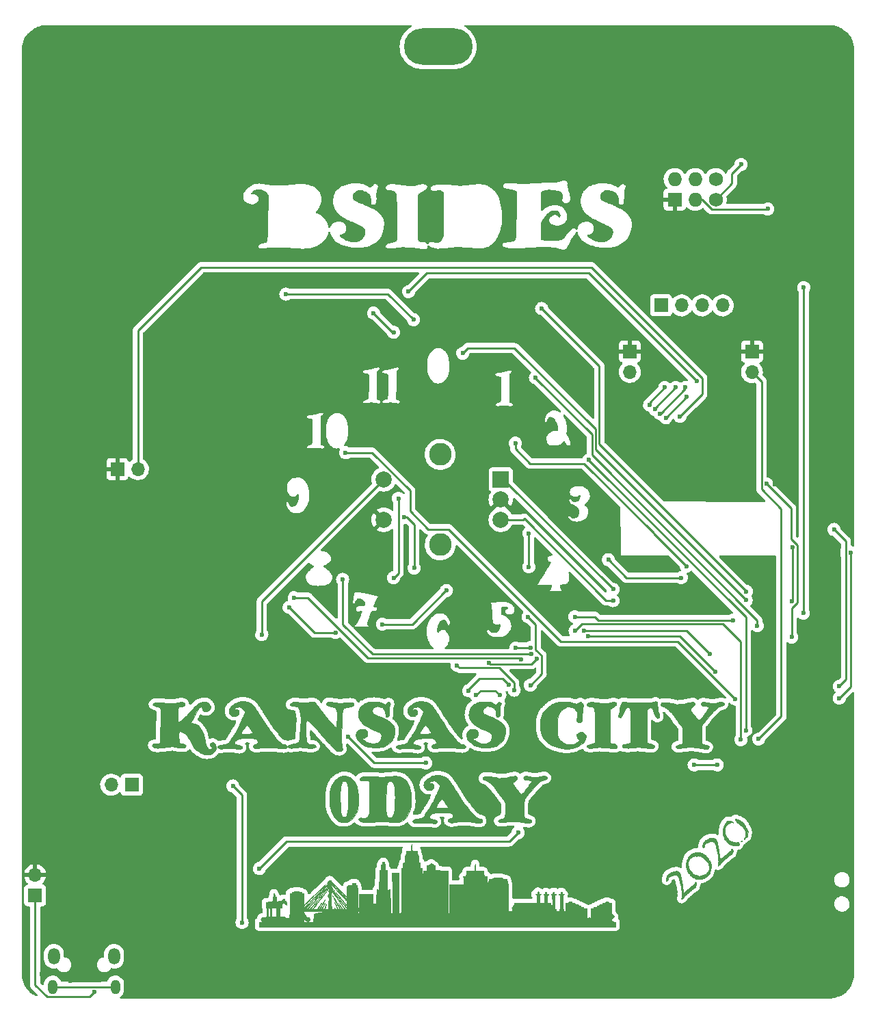
<source format=gbr>
%TF.GenerationSoftware,KiCad,Pcbnew,(6.0.1)*%
%TF.CreationDate,2022-08-18T22:03:57-05:00*%
%TF.ProjectId,BsidesKC-2022-Safe-Badge,42736964-6573-44b4-932d-323032322d53,0-c*%
%TF.SameCoordinates,Original*%
%TF.FileFunction,Copper,L1,Top*%
%TF.FilePolarity,Positive*%
%FSLAX46Y46*%
G04 Gerber Fmt 4.6, Leading zero omitted, Abs format (unit mm)*
G04 Created by KiCad (PCBNEW (6.0.1)) date 2022-08-18 22:03:57*
%MOMM*%
%LPD*%
G01*
G04 APERTURE LIST*
%TA.AperFunction,EtchedComponent*%
%ADD10C,0.010000*%
%TD*%
%TA.AperFunction,ComponentPad*%
%ADD11R,1.700000X1.700000*%
%TD*%
%TA.AperFunction,ComponentPad*%
%ADD12O,1.700000X1.700000*%
%TD*%
%TA.AperFunction,ComponentPad*%
%ADD13O,1.727200X1.727200*%
%TD*%
%TA.AperFunction,ComponentPad*%
%ADD14R,1.727200X1.727200*%
%TD*%
%TA.AperFunction,ComponentPad*%
%ADD15C,1.727200*%
%TD*%
%TA.AperFunction,ComponentPad*%
%ADD16O,8.500000X4.500000*%
%TD*%
%TA.AperFunction,ComponentPad*%
%ADD17O,1.450000X2.000000*%
%TD*%
%TA.AperFunction,ComponentPad*%
%ADD18O,1.150000X1.800000*%
%TD*%
%TA.AperFunction,ComponentPad*%
%ADD19C,2.000000*%
%TD*%
%TA.AperFunction,ComponentPad*%
%ADD20C,2.800000*%
%TD*%
%TA.AperFunction,ComponentPad*%
%ADD21R,2.000000X2.000000*%
%TD*%
%TA.AperFunction,ViaPad*%
%ADD22C,0.600000*%
%TD*%
%TA.AperFunction,Conductor*%
%ADD23C,0.250000*%
%TD*%
G04 APERTURE END LIST*
D10*
%TO.C,G\u002A\u002A\u002A*%
X182184794Y-128649727D02*
X182273217Y-128680865D01*
X182273217Y-128680865D02*
X182360670Y-128738388D01*
X182360670Y-128738388D02*
X182396490Y-128768026D01*
X182396490Y-128768026D02*
X182454115Y-128819073D01*
X182454115Y-128819073D02*
X182496850Y-128859395D01*
X182496850Y-128859395D02*
X182516551Y-128881258D01*
X182516551Y-128881258D02*
X182517010Y-128882429D01*
X182517010Y-128882429D02*
X182519649Y-128910165D01*
X182519649Y-128910165D02*
X182523079Y-128954271D01*
X182523079Y-128954271D02*
X182543361Y-129013286D01*
X182543361Y-129013286D02*
X182574798Y-129050005D01*
X182574798Y-129050005D02*
X182594418Y-129069836D01*
X182594418Y-129069836D02*
X182611094Y-129101038D01*
X182611094Y-129101038D02*
X182626738Y-129150347D01*
X182626738Y-129150347D02*
X182643256Y-129224497D01*
X182643256Y-129224497D02*
X182662561Y-129330223D01*
X182662561Y-129330223D02*
X182674804Y-129402751D01*
X182674804Y-129402751D02*
X182696860Y-129529823D01*
X182696860Y-129529823D02*
X182720618Y-129657122D01*
X182720618Y-129657122D02*
X182743569Y-129771762D01*
X182743569Y-129771762D02*
X182763201Y-129860860D01*
X182763201Y-129860860D02*
X182767519Y-129878517D01*
X182767519Y-129878517D02*
X182786830Y-129958743D01*
X182786830Y-129958743D02*
X182801162Y-130025377D01*
X182801162Y-130025377D02*
X182807826Y-130065779D01*
X182807826Y-130065779D02*
X182808003Y-130069017D01*
X182808003Y-130069017D02*
X182811320Y-130104201D01*
X182811320Y-130104201D02*
X182820102Y-130173325D01*
X182820102Y-130173325D02*
X182833194Y-130268518D01*
X182833194Y-130268518D02*
X182849442Y-130381908D01*
X182849442Y-130381908D02*
X182867690Y-130505623D01*
X182867690Y-130505623D02*
X182886783Y-130631791D01*
X182886783Y-130631791D02*
X182905565Y-130752540D01*
X182905565Y-130752540D02*
X182922883Y-130859999D01*
X182922883Y-130859999D02*
X182932238Y-130915684D01*
X182932238Y-130915684D02*
X182948663Y-131015216D01*
X182948663Y-131015216D02*
X182963161Y-131109960D01*
X182963161Y-131109960D02*
X182973448Y-131184710D01*
X182973448Y-131184710D02*
X182975987Y-131206725D01*
X182975987Y-131206725D02*
X182987170Y-131263086D01*
X182987170Y-131263086D02*
X183004181Y-131294126D01*
X183004181Y-131294126D02*
X183010686Y-131296684D01*
X183010686Y-131296684D02*
X183039144Y-131282453D01*
X183039144Y-131282453D02*
X183083120Y-131246219D01*
X183083120Y-131246219D02*
X183109097Y-131220710D01*
X183109097Y-131220710D02*
X183175631Y-131162431D01*
X183175631Y-131162431D02*
X183253560Y-131108814D01*
X183253560Y-131108814D02*
X183277291Y-131095539D01*
X183277291Y-131095539D02*
X183349621Y-131049806D01*
X183349621Y-131049806D02*
X183424913Y-130989671D01*
X183424913Y-130989671D02*
X183456211Y-130959846D01*
X183456211Y-130959846D02*
X183505738Y-130912537D01*
X183505738Y-130912537D02*
X183545841Y-130881120D01*
X183545841Y-130881120D02*
X183562840Y-130873350D01*
X183562840Y-130873350D02*
X183588025Y-130859130D01*
X183588025Y-130859130D02*
X183632613Y-130821729D01*
X183632613Y-130821729D02*
X183687254Y-130769036D01*
X183687254Y-130769036D02*
X183690836Y-130765366D01*
X183690836Y-130765366D02*
X183758101Y-130700963D01*
X183758101Y-130700963D02*
X183828174Y-130641285D01*
X183828174Y-130641285D02*
X183878640Y-130604210D01*
X183878640Y-130604210D02*
X183943113Y-130556336D01*
X183943113Y-130556336D02*
X184000981Y-130503109D01*
X184000981Y-130503109D02*
X184012813Y-130489944D01*
X184012813Y-130489944D02*
X184052423Y-130449889D01*
X184052423Y-130449889D02*
X184084476Y-130429113D01*
X184084476Y-130429113D02*
X184088797Y-130428328D01*
X184088797Y-130428328D02*
X184114484Y-130414373D01*
X184114484Y-130414373D02*
X184161728Y-130377615D01*
X184161728Y-130377615D02*
X184221914Y-130324944D01*
X184221914Y-130324944D02*
X184245666Y-130302870D01*
X184245666Y-130302870D02*
X184312235Y-130237467D01*
X184312235Y-130237467D02*
X184352332Y-130189738D01*
X184352332Y-130189738D02*
X184372159Y-130150441D01*
X184372159Y-130150441D02*
X184377916Y-130110331D01*
X184377916Y-130110331D02*
X184377957Y-130105707D01*
X184377957Y-130105707D02*
X184386210Y-130048966D01*
X184386210Y-130048966D02*
X184416558Y-130016557D01*
X184416558Y-130016557D02*
X184428842Y-130010294D01*
X184428842Y-130010294D02*
X184474553Y-130001407D01*
X184474553Y-130001407D02*
X184511876Y-130023668D01*
X184511876Y-130023668D02*
X184544028Y-130080781D01*
X184544028Y-130080781D02*
X184574224Y-130176448D01*
X184574224Y-130176448D02*
X184574674Y-130178178D01*
X184574674Y-130178178D02*
X184591185Y-130247924D01*
X184591185Y-130247924D02*
X184594886Y-130292296D01*
X184594886Y-130292296D02*
X184585135Y-130326467D01*
X184585135Y-130326467D02*
X184567119Y-130356806D01*
X184567119Y-130356806D02*
X184537804Y-130417873D01*
X184537804Y-130417873D02*
X184516248Y-130490926D01*
X184516248Y-130490926D02*
X184514267Y-130501645D01*
X184514267Y-130501645D02*
X184497605Y-130577923D01*
X184497605Y-130577923D02*
X184471690Y-130631163D01*
X184471690Y-130631163D02*
X184427147Y-130672767D01*
X184427147Y-130672767D02*
X184354604Y-130714132D01*
X184354604Y-130714132D02*
X184329289Y-130726598D01*
X184329289Y-130726598D02*
X184245279Y-130773571D01*
X184245279Y-130773571D02*
X184162937Y-130829706D01*
X184162937Y-130829706D02*
X184113454Y-130870774D01*
X184113454Y-130870774D02*
X184051439Y-130926310D01*
X184051439Y-130926310D02*
X183973035Y-130991810D01*
X183973035Y-130991810D02*
X183901707Y-131048074D01*
X183901707Y-131048074D02*
X183818425Y-131115910D01*
X183818425Y-131115910D02*
X183727992Y-131196366D01*
X183727992Y-131196366D02*
X183659014Y-131263024D01*
X183659014Y-131263024D02*
X183600026Y-131319409D01*
X183600026Y-131319409D02*
X183548761Y-131361396D01*
X183548761Y-131361396D02*
X183514726Y-131381349D01*
X183514726Y-131381349D02*
X183510847Y-131382023D01*
X183510847Y-131382023D02*
X183467255Y-131394631D01*
X183467255Y-131394631D02*
X183431014Y-131422344D01*
X183431014Y-131422344D02*
X183417745Y-131452608D01*
X183417745Y-131452608D02*
X183418558Y-131456185D01*
X183418558Y-131456185D02*
X183408642Y-131481785D01*
X183408642Y-131481785D02*
X183375303Y-131524925D01*
X183375303Y-131524925D02*
X183340544Y-131561508D01*
X183340544Y-131561508D02*
X183290058Y-131608270D01*
X183290058Y-131608270D02*
X183257129Y-131628719D01*
X183257129Y-131628719D02*
X183230575Y-131627626D01*
X183230575Y-131627626D02*
X183210457Y-131617014D01*
X183210457Y-131617014D02*
X183173764Y-131599917D01*
X183173764Y-131599917D02*
X183152676Y-131610859D01*
X183152676Y-131610859D02*
X183148665Y-131616814D01*
X183148665Y-131616814D02*
X183145517Y-131655220D01*
X183145517Y-131655220D02*
X183154728Y-131672447D01*
X183154728Y-131672447D02*
X183163076Y-131700762D01*
X183163076Y-131700762D02*
X183141418Y-131739100D01*
X183141418Y-131739100D02*
X183125136Y-131757824D01*
X183125136Y-131757824D02*
X183078942Y-131814947D01*
X183078942Y-131814947D02*
X183032388Y-131882503D01*
X183032388Y-131882503D02*
X183024525Y-131895302D01*
X183024525Y-131895302D02*
X182977267Y-131959133D01*
X182977267Y-131959133D02*
X182917110Y-132019514D01*
X182917110Y-132019514D02*
X182852597Y-132070316D01*
X182852597Y-132070316D02*
X182792271Y-132105409D01*
X182792271Y-132105409D02*
X182744672Y-132118665D01*
X182744672Y-132118665D02*
X182723280Y-132111451D01*
X182723280Y-132111451D02*
X182718735Y-132083769D01*
X182718735Y-132083769D02*
X182723293Y-132031471D01*
X182723293Y-132031471D02*
X182734129Y-131970554D01*
X182734129Y-131970554D02*
X182748415Y-131917019D01*
X182748415Y-131917019D02*
X182762879Y-131887295D01*
X182762879Y-131887295D02*
X182773150Y-131847568D01*
X182773150Y-131847568D02*
X182761953Y-131783429D01*
X182761953Y-131783429D02*
X182750410Y-131724291D01*
X182750410Y-131724291D02*
X182757497Y-131686147D01*
X182757497Y-131686147D02*
X182775750Y-131661074D01*
X182775750Y-131661074D02*
X182802846Y-131612390D01*
X182802846Y-131612390D02*
X182810432Y-131558261D01*
X182810432Y-131558261D02*
X182797983Y-131514984D01*
X182797983Y-131514984D02*
X182780884Y-131501083D01*
X182780884Y-131501083D02*
X182766928Y-131486950D01*
X182766928Y-131486950D02*
X182757641Y-131452882D01*
X182757641Y-131452882D02*
X182752200Y-131392309D01*
X182752200Y-131392309D02*
X182749783Y-131298661D01*
X182749783Y-131298661D02*
X182749478Y-131250110D01*
X182749478Y-131250110D02*
X182747271Y-131145468D01*
X182747271Y-131145468D02*
X182741821Y-131049132D01*
X182741821Y-131049132D02*
X182734012Y-130973387D01*
X182734012Y-130973387D02*
X182726954Y-130936850D01*
X182726954Y-130936850D02*
X182715437Y-130875207D01*
X182715437Y-130875207D02*
X182708142Y-130791949D01*
X182708142Y-130791949D02*
X182706659Y-130725184D01*
X182706659Y-130725184D02*
X182694090Y-130564094D01*
X182694090Y-130564094D02*
X182651010Y-130397318D01*
X182651010Y-130397318D02*
X182603671Y-130276564D01*
X182603671Y-130276564D02*
X182584159Y-130219646D01*
X182584159Y-130219646D02*
X182560460Y-130131554D01*
X182560460Y-130131554D02*
X182535158Y-130022905D01*
X182535158Y-130022905D02*
X182510833Y-129904314D01*
X182510833Y-129904314D02*
X182503280Y-129863814D01*
X182503280Y-129863814D02*
X182477532Y-129726721D01*
X182477532Y-129726721D02*
X182454761Y-129622325D01*
X182454761Y-129622325D02*
X182431505Y-129541481D01*
X182431505Y-129541481D02*
X182404301Y-129475045D01*
X182404301Y-129475045D02*
X182369689Y-129413874D01*
X182369689Y-129413874D02*
X182324206Y-129348824D01*
X182324206Y-129348824D02*
X182292485Y-129307017D01*
X182292485Y-129307017D02*
X182218138Y-129224695D01*
X182218138Y-129224695D02*
X182139312Y-129171669D01*
X182139312Y-129171669D02*
X182043830Y-129142096D01*
X182043830Y-129142096D02*
X181924179Y-129130309D01*
X181924179Y-129130309D02*
X181853591Y-129123063D01*
X181853591Y-129123063D02*
X181809704Y-129109238D01*
X181809704Y-129109238D02*
X181800707Y-129100016D01*
X181800707Y-129100016D02*
X181775448Y-129080305D01*
X181775448Y-129080305D02*
X181739517Y-129074184D01*
X181739517Y-129074184D02*
X181701831Y-129080957D01*
X181701831Y-129080957D02*
X181697195Y-129106003D01*
X181697195Y-129106003D02*
X181698733Y-129111347D01*
X181698733Y-129111347D02*
X181697633Y-129130520D01*
X181697633Y-129130520D02*
X181677773Y-129150587D01*
X181677773Y-129150587D02*
X181633256Y-129175044D01*
X181633256Y-129175044D02*
X181558185Y-129207389D01*
X181558185Y-129207389D02*
X181493784Y-129232910D01*
X181493784Y-129232910D02*
X181343344Y-129298515D01*
X181343344Y-129298515D02*
X181229939Y-129365660D01*
X181229939Y-129365660D02*
X181148403Y-129439233D01*
X181148403Y-129439233D02*
X181093570Y-129524120D01*
X181093570Y-129524120D02*
X181060274Y-129625208D01*
X181060274Y-129625208D02*
X181055866Y-129647142D01*
X181055866Y-129647142D02*
X181038584Y-129734662D01*
X181038584Y-129734662D02*
X181022099Y-129789455D01*
X181022099Y-129789455D02*
X181000430Y-129820581D01*
X181000430Y-129820581D02*
X180967596Y-129837103D01*
X180967596Y-129837103D02*
X180924015Y-129846886D01*
X180924015Y-129846886D02*
X180873501Y-129853826D01*
X180873501Y-129853826D02*
X180847200Y-129842869D01*
X180847200Y-129842869D02*
X180830563Y-129804326D01*
X180830563Y-129804326D02*
X180823640Y-129780037D01*
X180823640Y-129780037D02*
X180805206Y-129700978D01*
X180805206Y-129700978D02*
X180803691Y-129649732D01*
X180803691Y-129649732D02*
X180819258Y-129615239D01*
X180819258Y-129615239D02*
X180826191Y-129607584D01*
X180826191Y-129607584D02*
X180840595Y-129586228D01*
X180840595Y-129586228D02*
X180836490Y-129582184D01*
X180836490Y-129582184D02*
X180834347Y-129565084D01*
X180834347Y-129565084D02*
X180847073Y-129522218D01*
X180847073Y-129522218D02*
X180854777Y-129502809D01*
X180854777Y-129502809D02*
X180879892Y-129430852D01*
X180879892Y-129430852D02*
X180902343Y-129346832D01*
X180902343Y-129346832D02*
X180907818Y-129320849D01*
X180907818Y-129320849D02*
X180950509Y-129203397D01*
X180950509Y-129203397D02*
X181033202Y-129090824D01*
X181033202Y-129090824D02*
X181157013Y-128981630D01*
X181157013Y-128981630D02*
X181164794Y-128975873D01*
X181164794Y-128975873D02*
X181253897Y-128920435D01*
X181253897Y-128920435D02*
X181321859Y-128900645D01*
X181321859Y-128900645D02*
X181331788Y-128900824D01*
X181331788Y-128900824D02*
X181376663Y-128896557D01*
X181376663Y-128896557D02*
X181395268Y-128868378D01*
X181395268Y-128868378D02*
X181397248Y-128857447D01*
X181397248Y-128857447D02*
X181410690Y-128823567D01*
X181410690Y-128823567D02*
X181446361Y-128810705D01*
X181446361Y-128810705D02*
X181473969Y-128809600D01*
X181473969Y-128809600D02*
X181545471Y-128793062D01*
X181545471Y-128793062D02*
X181579802Y-128762970D01*
X181579802Y-128762970D02*
X181610247Y-128735448D01*
X181610247Y-128735448D02*
X181659092Y-128712218D01*
X181659092Y-128712218D02*
X181732530Y-128691470D01*
X181732530Y-128691470D02*
X181836752Y-128671394D01*
X181836752Y-128671394D02*
X181954374Y-128653477D01*
X181954374Y-128653477D02*
X182082735Y-128641691D01*
X182082735Y-128641691D02*
X182184794Y-128649727D01*
X182184794Y-128649727D02*
X182184794Y-128649727D01*
G36*
X182184794Y-128649727D02*
G01*
X182273217Y-128680865D01*
X182360670Y-128738388D01*
X182396490Y-128768026D01*
X182454115Y-128819073D01*
X182496850Y-128859395D01*
X182516551Y-128881258D01*
X182517010Y-128882429D01*
X182519649Y-128910165D01*
X182523079Y-128954271D01*
X182543361Y-129013286D01*
X182574798Y-129050005D01*
X182594418Y-129069836D01*
X182611094Y-129101038D01*
X182626738Y-129150347D01*
X182643256Y-129224497D01*
X182662561Y-129330223D01*
X182674804Y-129402751D01*
X182696860Y-129529823D01*
X182720618Y-129657122D01*
X182743569Y-129771762D01*
X182763201Y-129860860D01*
X182767519Y-129878517D01*
X182786830Y-129958743D01*
X182801162Y-130025377D01*
X182807826Y-130065779D01*
X182808003Y-130069017D01*
X182811320Y-130104201D01*
X182820102Y-130173325D01*
X182833194Y-130268518D01*
X182849442Y-130381908D01*
X182867690Y-130505623D01*
X182886783Y-130631791D01*
X182905565Y-130752540D01*
X182922883Y-130859999D01*
X182932238Y-130915684D01*
X182948663Y-131015216D01*
X182963161Y-131109960D01*
X182973448Y-131184710D01*
X182975987Y-131206725D01*
X182987170Y-131263086D01*
X183004181Y-131294126D01*
X183010686Y-131296684D01*
X183039144Y-131282453D01*
X183083120Y-131246219D01*
X183109097Y-131220710D01*
X183175631Y-131162431D01*
X183253560Y-131108814D01*
X183277291Y-131095539D01*
X183349621Y-131049806D01*
X183424913Y-130989671D01*
X183456211Y-130959846D01*
X183505738Y-130912537D01*
X183545841Y-130881120D01*
X183562840Y-130873350D01*
X183588025Y-130859130D01*
X183632613Y-130821729D01*
X183687254Y-130769036D01*
X183690836Y-130765366D01*
X183758101Y-130700963D01*
X183828174Y-130641285D01*
X183878640Y-130604210D01*
X183943113Y-130556336D01*
X184000981Y-130503109D01*
X184012813Y-130489944D01*
X184052423Y-130449889D01*
X184084476Y-130429113D01*
X184088797Y-130428328D01*
X184114484Y-130414373D01*
X184161728Y-130377615D01*
X184221914Y-130324944D01*
X184245666Y-130302870D01*
X184312235Y-130237467D01*
X184352332Y-130189738D01*
X184372159Y-130150441D01*
X184377916Y-130110331D01*
X184377957Y-130105707D01*
X184386210Y-130048966D01*
X184416558Y-130016557D01*
X184428842Y-130010294D01*
X184474553Y-130001407D01*
X184511876Y-130023668D01*
X184544028Y-130080781D01*
X184574224Y-130176448D01*
X184574674Y-130178178D01*
X184591185Y-130247924D01*
X184594886Y-130292296D01*
X184585135Y-130326467D01*
X184567119Y-130356806D01*
X184537804Y-130417873D01*
X184516248Y-130490926D01*
X184514267Y-130501645D01*
X184497605Y-130577923D01*
X184471690Y-130631163D01*
X184427147Y-130672767D01*
X184354604Y-130714132D01*
X184329289Y-130726598D01*
X184245279Y-130773571D01*
X184162937Y-130829706D01*
X184113454Y-130870774D01*
X184051439Y-130926310D01*
X183973035Y-130991810D01*
X183901707Y-131048074D01*
X183818425Y-131115910D01*
X183727992Y-131196366D01*
X183659014Y-131263024D01*
X183600026Y-131319409D01*
X183548761Y-131361396D01*
X183514726Y-131381349D01*
X183510847Y-131382023D01*
X183467255Y-131394631D01*
X183431014Y-131422344D01*
X183417745Y-131452608D01*
X183418558Y-131456185D01*
X183408642Y-131481785D01*
X183375303Y-131524925D01*
X183340544Y-131561508D01*
X183290058Y-131608270D01*
X183257129Y-131628719D01*
X183230575Y-131627626D01*
X183210457Y-131617014D01*
X183173764Y-131599917D01*
X183152676Y-131610859D01*
X183148665Y-131616814D01*
X183145517Y-131655220D01*
X183154728Y-131672447D01*
X183163076Y-131700762D01*
X183141418Y-131739100D01*
X183125136Y-131757824D01*
X183078942Y-131814947D01*
X183032388Y-131882503D01*
X183024525Y-131895302D01*
X182977267Y-131959133D01*
X182917110Y-132019514D01*
X182852597Y-132070316D01*
X182792271Y-132105409D01*
X182744672Y-132118665D01*
X182723280Y-132111451D01*
X182718735Y-132083769D01*
X182723293Y-132031471D01*
X182734129Y-131970554D01*
X182748415Y-131917019D01*
X182762879Y-131887295D01*
X182773150Y-131847568D01*
X182761953Y-131783429D01*
X182750410Y-131724291D01*
X182757497Y-131686147D01*
X182775750Y-131661074D01*
X182802846Y-131612390D01*
X182810432Y-131558261D01*
X182797983Y-131514984D01*
X182780884Y-131501083D01*
X182766928Y-131486950D01*
X182757641Y-131452882D01*
X182752200Y-131392309D01*
X182749783Y-131298661D01*
X182749478Y-131250110D01*
X182747271Y-131145468D01*
X182741821Y-131049132D01*
X182734012Y-130973387D01*
X182726954Y-130936850D01*
X182715437Y-130875207D01*
X182708142Y-130791949D01*
X182706659Y-130725184D01*
X182694090Y-130564094D01*
X182651010Y-130397318D01*
X182603671Y-130276564D01*
X182584159Y-130219646D01*
X182560460Y-130131554D01*
X182535158Y-130022905D01*
X182510833Y-129904314D01*
X182503280Y-129863814D01*
X182477532Y-129726721D01*
X182454761Y-129622325D01*
X182431505Y-129541481D01*
X182404301Y-129475045D01*
X182369689Y-129413874D01*
X182324206Y-129348824D01*
X182292485Y-129307017D01*
X182218138Y-129224695D01*
X182139312Y-129171669D01*
X182043830Y-129142096D01*
X181924179Y-129130309D01*
X181853591Y-129123063D01*
X181809704Y-129109238D01*
X181800707Y-129100016D01*
X181775448Y-129080305D01*
X181739517Y-129074184D01*
X181701831Y-129080957D01*
X181697195Y-129106003D01*
X181698733Y-129111347D01*
X181697633Y-129130520D01*
X181677773Y-129150587D01*
X181633256Y-129175044D01*
X181558185Y-129207389D01*
X181493784Y-129232910D01*
X181343344Y-129298515D01*
X181229939Y-129365660D01*
X181148403Y-129439233D01*
X181093570Y-129524120D01*
X181060274Y-129625208D01*
X181055866Y-129647142D01*
X181038584Y-129734662D01*
X181022099Y-129789455D01*
X181000430Y-129820581D01*
X180967596Y-129837103D01*
X180924015Y-129846886D01*
X180873501Y-129853826D01*
X180847200Y-129842869D01*
X180830563Y-129804326D01*
X180823640Y-129780037D01*
X180805206Y-129700978D01*
X180803691Y-129649732D01*
X180819258Y-129615239D01*
X180826191Y-129607584D01*
X180840595Y-129586228D01*
X180836490Y-129582184D01*
X180834347Y-129565084D01*
X180847073Y-129522218D01*
X180854777Y-129502809D01*
X180879892Y-129430852D01*
X180902343Y-129346832D01*
X180907818Y-129320849D01*
X180950509Y-129203397D01*
X181033202Y-129090824D01*
X181157013Y-128981630D01*
X181164794Y-128975873D01*
X181253897Y-128920435D01*
X181321859Y-128900645D01*
X181331788Y-128900824D01*
X181376663Y-128896557D01*
X181395268Y-128868378D01*
X181397248Y-128857447D01*
X181410690Y-128823567D01*
X181446361Y-128810705D01*
X181473969Y-128809600D01*
X181545471Y-128793062D01*
X181579802Y-128762970D01*
X181610247Y-128735448D01*
X181659092Y-128712218D01*
X181732530Y-128691470D01*
X181836752Y-128671394D01*
X181954374Y-128653477D01*
X182082735Y-128641691D01*
X182184794Y-128649727D01*
G37*
X182184794Y-128649727D02*
X182273217Y-128680865D01*
X182360670Y-128738388D01*
X182396490Y-128768026D01*
X182454115Y-128819073D01*
X182496850Y-128859395D01*
X182516551Y-128881258D01*
X182517010Y-128882429D01*
X182519649Y-128910165D01*
X182523079Y-128954271D01*
X182543361Y-129013286D01*
X182574798Y-129050005D01*
X182594418Y-129069836D01*
X182611094Y-129101038D01*
X182626738Y-129150347D01*
X182643256Y-129224497D01*
X182662561Y-129330223D01*
X182674804Y-129402751D01*
X182696860Y-129529823D01*
X182720618Y-129657122D01*
X182743569Y-129771762D01*
X182763201Y-129860860D01*
X182767519Y-129878517D01*
X182786830Y-129958743D01*
X182801162Y-130025377D01*
X182807826Y-130065779D01*
X182808003Y-130069017D01*
X182811320Y-130104201D01*
X182820102Y-130173325D01*
X182833194Y-130268518D01*
X182849442Y-130381908D01*
X182867690Y-130505623D01*
X182886783Y-130631791D01*
X182905565Y-130752540D01*
X182922883Y-130859999D01*
X182932238Y-130915684D01*
X182948663Y-131015216D01*
X182963161Y-131109960D01*
X182973448Y-131184710D01*
X182975987Y-131206725D01*
X182987170Y-131263086D01*
X183004181Y-131294126D01*
X183010686Y-131296684D01*
X183039144Y-131282453D01*
X183083120Y-131246219D01*
X183109097Y-131220710D01*
X183175631Y-131162431D01*
X183253560Y-131108814D01*
X183277291Y-131095539D01*
X183349621Y-131049806D01*
X183424913Y-130989671D01*
X183456211Y-130959846D01*
X183505738Y-130912537D01*
X183545841Y-130881120D01*
X183562840Y-130873350D01*
X183588025Y-130859130D01*
X183632613Y-130821729D01*
X183687254Y-130769036D01*
X183690836Y-130765366D01*
X183758101Y-130700963D01*
X183828174Y-130641285D01*
X183878640Y-130604210D01*
X183943113Y-130556336D01*
X184000981Y-130503109D01*
X184012813Y-130489944D01*
X184052423Y-130449889D01*
X184084476Y-130429113D01*
X184088797Y-130428328D01*
X184114484Y-130414373D01*
X184161728Y-130377615D01*
X184221914Y-130324944D01*
X184245666Y-130302870D01*
X184312235Y-130237467D01*
X184352332Y-130189738D01*
X184372159Y-130150441D01*
X184377916Y-130110331D01*
X184377957Y-130105707D01*
X184386210Y-130048966D01*
X184416558Y-130016557D01*
X184428842Y-130010294D01*
X184474553Y-130001407D01*
X184511876Y-130023668D01*
X184544028Y-130080781D01*
X184574224Y-130176448D01*
X184574674Y-130178178D01*
X184591185Y-130247924D01*
X184594886Y-130292296D01*
X184585135Y-130326467D01*
X184567119Y-130356806D01*
X184537804Y-130417873D01*
X184516248Y-130490926D01*
X184514267Y-130501645D01*
X184497605Y-130577923D01*
X184471690Y-130631163D01*
X184427147Y-130672767D01*
X184354604Y-130714132D01*
X184329289Y-130726598D01*
X184245279Y-130773571D01*
X184162937Y-130829706D01*
X184113454Y-130870774D01*
X184051439Y-130926310D01*
X183973035Y-130991810D01*
X183901707Y-131048074D01*
X183818425Y-131115910D01*
X183727992Y-131196366D01*
X183659014Y-131263024D01*
X183600026Y-131319409D01*
X183548761Y-131361396D01*
X183514726Y-131381349D01*
X183510847Y-131382023D01*
X183467255Y-131394631D01*
X183431014Y-131422344D01*
X183417745Y-131452608D01*
X183418558Y-131456185D01*
X183408642Y-131481785D01*
X183375303Y-131524925D01*
X183340544Y-131561508D01*
X183290058Y-131608270D01*
X183257129Y-131628719D01*
X183230575Y-131627626D01*
X183210457Y-131617014D01*
X183173764Y-131599917D01*
X183152676Y-131610859D01*
X183148665Y-131616814D01*
X183145517Y-131655220D01*
X183154728Y-131672447D01*
X183163076Y-131700762D01*
X183141418Y-131739100D01*
X183125136Y-131757824D01*
X183078942Y-131814947D01*
X183032388Y-131882503D01*
X183024525Y-131895302D01*
X182977267Y-131959133D01*
X182917110Y-132019514D01*
X182852597Y-132070316D01*
X182792271Y-132105409D01*
X182744672Y-132118665D01*
X182723280Y-132111451D01*
X182718735Y-132083769D01*
X182723293Y-132031471D01*
X182734129Y-131970554D01*
X182748415Y-131917019D01*
X182762879Y-131887295D01*
X182773150Y-131847568D01*
X182761953Y-131783429D01*
X182750410Y-131724291D01*
X182757497Y-131686147D01*
X182775750Y-131661074D01*
X182802846Y-131612390D01*
X182810432Y-131558261D01*
X182797983Y-131514984D01*
X182780884Y-131501083D01*
X182766928Y-131486950D01*
X182757641Y-131452882D01*
X182752200Y-131392309D01*
X182749783Y-131298661D01*
X182749478Y-131250110D01*
X182747271Y-131145468D01*
X182741821Y-131049132D01*
X182734012Y-130973387D01*
X182726954Y-130936850D01*
X182715437Y-130875207D01*
X182708142Y-130791949D01*
X182706659Y-130725184D01*
X182694090Y-130564094D01*
X182651010Y-130397318D01*
X182603671Y-130276564D01*
X182584159Y-130219646D01*
X182560460Y-130131554D01*
X182535158Y-130022905D01*
X182510833Y-129904314D01*
X182503280Y-129863814D01*
X182477532Y-129726721D01*
X182454761Y-129622325D01*
X182431505Y-129541481D01*
X182404301Y-129475045D01*
X182369689Y-129413874D01*
X182324206Y-129348824D01*
X182292485Y-129307017D01*
X182218138Y-129224695D01*
X182139312Y-129171669D01*
X182043830Y-129142096D01*
X181924179Y-129130309D01*
X181853591Y-129123063D01*
X181809704Y-129109238D01*
X181800707Y-129100016D01*
X181775448Y-129080305D01*
X181739517Y-129074184D01*
X181701831Y-129080957D01*
X181697195Y-129106003D01*
X181698733Y-129111347D01*
X181697633Y-129130520D01*
X181677773Y-129150587D01*
X181633256Y-129175044D01*
X181558185Y-129207389D01*
X181493784Y-129232910D01*
X181343344Y-129298515D01*
X181229939Y-129365660D01*
X181148403Y-129439233D01*
X181093570Y-129524120D01*
X181060274Y-129625208D01*
X181055866Y-129647142D01*
X181038584Y-129734662D01*
X181022099Y-129789455D01*
X181000430Y-129820581D01*
X180967596Y-129837103D01*
X180924015Y-129846886D01*
X180873501Y-129853826D01*
X180847200Y-129842869D01*
X180830563Y-129804326D01*
X180823640Y-129780037D01*
X180805206Y-129700978D01*
X180803691Y-129649732D01*
X180819258Y-129615239D01*
X180826191Y-129607584D01*
X180840595Y-129586228D01*
X180836490Y-129582184D01*
X180834347Y-129565084D01*
X180847073Y-129522218D01*
X180854777Y-129502809D01*
X180879892Y-129430852D01*
X180902343Y-129346832D01*
X180907818Y-129320849D01*
X180950509Y-129203397D01*
X181033202Y-129090824D01*
X181157013Y-128981630D01*
X181164794Y-128975873D01*
X181253897Y-128920435D01*
X181321859Y-128900645D01*
X181331788Y-128900824D01*
X181376663Y-128896557D01*
X181395268Y-128868378D01*
X181397248Y-128857447D01*
X181410690Y-128823567D01*
X181446361Y-128810705D01*
X181473969Y-128809600D01*
X181545471Y-128793062D01*
X181579802Y-128762970D01*
X181610247Y-128735448D01*
X181659092Y-128712218D01*
X181732530Y-128691470D01*
X181836752Y-128671394D01*
X181954374Y-128653477D01*
X182082735Y-128641691D01*
X182184794Y-128649727D01*
X140419288Y-111803399D02*
X140615561Y-111821413D01*
X140615561Y-111821413D02*
X140790185Y-111849094D01*
X140790185Y-111849094D02*
X140933624Y-111886285D01*
X140933624Y-111886285D02*
X140941009Y-111888807D01*
X140941009Y-111888807D02*
X141028163Y-111924362D01*
X141028163Y-111924362D02*
X141131816Y-111974411D01*
X141131816Y-111974411D02*
X141233357Y-112029795D01*
X141233357Y-112029795D02*
X141261126Y-112046388D01*
X141261126Y-112046388D02*
X141341721Y-112092921D01*
X141341721Y-112092921D02*
X141413569Y-112129225D01*
X141413569Y-112129225D02*
X141466131Y-112150206D01*
X141466131Y-112150206D02*
X141482651Y-112153375D01*
X141482651Y-112153375D02*
X141523346Y-112137824D01*
X141523346Y-112137824D02*
X141585330Y-112093963D01*
X141585330Y-112093963D02*
X141662764Y-112025982D01*
X141662764Y-112025982D02*
X141670534Y-112018592D01*
X141670534Y-112018592D02*
X141753415Y-111940911D01*
X141753415Y-111940911D02*
X141814869Y-111889527D01*
X141814869Y-111889527D02*
X141863013Y-111860414D01*
X141863013Y-111860414D02*
X141905962Y-111849547D01*
X141905962Y-111849547D02*
X141951829Y-111852899D01*
X141951829Y-111852899D02*
X141988082Y-111861058D01*
X141988082Y-111861058D02*
X142079918Y-111900432D01*
X142079918Y-111900432D02*
X142136270Y-111962626D01*
X142136270Y-111962626D02*
X142156993Y-112047152D01*
X142156993Y-112047152D02*
X142141943Y-112153521D01*
X142141943Y-112153521D02*
X142104373Y-112253313D01*
X142104373Y-112253313D02*
X142087117Y-112292191D01*
X142087117Y-112292191D02*
X142073635Y-112328617D01*
X142073635Y-112328617D02*
X142063295Y-112368575D01*
X142063295Y-112368575D02*
X142055464Y-112418052D01*
X142055464Y-112418052D02*
X142049509Y-112483033D01*
X142049509Y-112483033D02*
X142044798Y-112569503D01*
X142044798Y-112569503D02*
X142040698Y-112683448D01*
X142040698Y-112683448D02*
X142036577Y-112830852D01*
X142036577Y-112830852D02*
X142034403Y-112915375D01*
X142034403Y-112915375D02*
X142029193Y-113098260D01*
X142029193Y-113098260D02*
X142023315Y-113244014D01*
X142023315Y-113244014D02*
X142015879Y-113357838D01*
X142015879Y-113357838D02*
X142005994Y-113444934D01*
X142005994Y-113444934D02*
X141992769Y-113510502D01*
X141992769Y-113510502D02*
X141975314Y-113559744D01*
X141975314Y-113559744D02*
X141952738Y-113597862D01*
X141952738Y-113597862D02*
X141924150Y-113630057D01*
X141924150Y-113630057D02*
X141909737Y-113643419D01*
X141909737Y-113643419D02*
X141858762Y-113671194D01*
X141858762Y-113671194D02*
X141786658Y-113690271D01*
X141786658Y-113690271D02*
X141763909Y-113693232D01*
X141763909Y-113693232D02*
X141698809Y-113695600D01*
X141698809Y-113695600D02*
X141650963Y-113684685D01*
X141650963Y-113684685D02*
X141617163Y-113655016D01*
X141617163Y-113655016D02*
X141594205Y-113601124D01*
X141594205Y-113601124D02*
X141578881Y-113517537D01*
X141578881Y-113517537D02*
X141567984Y-113398786D01*
X141567984Y-113398786D02*
X141564999Y-113353904D01*
X141564999Y-113353904D02*
X141544849Y-113147800D01*
X141544849Y-113147800D02*
X141510200Y-112977430D01*
X141510200Y-112977430D02*
X141457035Y-112837515D01*
X141457035Y-112837515D02*
X141381337Y-112722772D01*
X141381337Y-112722772D02*
X141279091Y-112627922D01*
X141279091Y-112627922D02*
X141146278Y-112547684D01*
X141146278Y-112547684D02*
X140978883Y-112476777D01*
X140978883Y-112476777D02*
X140869435Y-112439463D01*
X140869435Y-112439463D02*
X140696266Y-112394131D01*
X140696266Y-112394131D02*
X140547411Y-112377989D01*
X140547411Y-112377989D02*
X140416591Y-112390968D01*
X140416591Y-112390968D02*
X140297527Y-112433000D01*
X140297527Y-112433000D02*
X140297229Y-112433146D01*
X140297229Y-112433146D02*
X140190243Y-112498843D01*
X140190243Y-112498843D02*
X140088308Y-112584670D01*
X140088308Y-112584670D02*
X140003238Y-112679279D01*
X140003238Y-112679279D02*
X139948106Y-112768492D01*
X139948106Y-112768492D02*
X139929060Y-112817896D01*
X139929060Y-112817896D02*
X139920849Y-112865905D01*
X139920849Y-112865905D02*
X139922590Y-112926922D01*
X139922590Y-112926922D02*
X139933107Y-113013255D01*
X139933107Y-113013255D02*
X139947318Y-113100174D01*
X139947318Y-113100174D02*
X139964430Y-113159463D01*
X139964430Y-113159463D02*
X139990612Y-113205703D01*
X139990612Y-113205703D02*
X140032032Y-113253470D01*
X140032032Y-113253470D02*
X140036880Y-113258510D01*
X140036880Y-113258510D02*
X140108822Y-113320657D01*
X140108822Y-113320657D02*
X140206327Y-113383290D01*
X140206327Y-113383290D02*
X140333385Y-113448462D01*
X140333385Y-113448462D02*
X140493991Y-113518226D01*
X140493991Y-113518226D02*
X140687110Y-113592780D01*
X140687110Y-113592780D02*
X141010382Y-113717815D01*
X141010382Y-113717815D02*
X141302446Y-113843428D01*
X141302446Y-113843428D02*
X141574185Y-113974699D01*
X141574185Y-113974699D02*
X141836485Y-114116706D01*
X141836485Y-114116706D02*
X141943265Y-114178878D01*
X141943265Y-114178878D02*
X142100170Y-114287338D01*
X142100170Y-114287338D02*
X142253648Y-114421608D01*
X142253648Y-114421608D02*
X142395788Y-114572799D01*
X142395788Y-114572799D02*
X142518682Y-114732023D01*
X142518682Y-114732023D02*
X142614421Y-114890389D01*
X142614421Y-114890389D02*
X142654254Y-114977995D01*
X142654254Y-114977995D02*
X142677459Y-115063276D01*
X142677459Y-115063276D02*
X142694761Y-115178774D01*
X142694761Y-115178774D02*
X142705580Y-115312707D01*
X142705580Y-115312707D02*
X142709340Y-115453296D01*
X142709340Y-115453296D02*
X142705460Y-115588760D01*
X142705460Y-115588760D02*
X142693365Y-115707318D01*
X142693365Y-115707318D02*
X142690812Y-115722882D01*
X142690812Y-115722882D02*
X142664185Y-115844994D01*
X142664185Y-115844994D02*
X142624039Y-115991211D01*
X142624039Y-115991211D02*
X142574950Y-116147366D01*
X142574950Y-116147366D02*
X142521491Y-116299293D01*
X142521491Y-116299293D02*
X142468237Y-116432825D01*
X142468237Y-116432825D02*
X142444872Y-116484584D01*
X142444872Y-116484584D02*
X142353458Y-116637431D01*
X142353458Y-116637431D02*
X142226340Y-116791141D01*
X142226340Y-116791141D02*
X142069651Y-116940123D01*
X142069651Y-116940123D02*
X141889524Y-117078788D01*
X141889524Y-117078788D02*
X141692093Y-117201545D01*
X141692093Y-117201545D02*
X141611712Y-117243910D01*
X141611712Y-117243910D02*
X141421850Y-117331656D01*
X141421850Y-117331656D02*
X141248666Y-117394496D01*
X141248666Y-117394496D02*
X141078104Y-117436639D01*
X141078104Y-117436639D02*
X140896112Y-117462294D01*
X140896112Y-117462294D02*
X140876375Y-117464148D01*
X140876375Y-117464148D02*
X140708777Y-117475628D01*
X140708777Y-117475628D02*
X140521385Y-117482360D01*
X140521385Y-117482360D02*
X140325320Y-117484432D01*
X140325320Y-117484432D02*
X140131705Y-117481929D01*
X140131705Y-117481929D02*
X139951663Y-117474939D01*
X139951663Y-117474939D02*
X139796316Y-117463547D01*
X139796316Y-117463547D02*
X139723488Y-117455173D01*
X139723488Y-117455173D02*
X139398930Y-117394216D01*
X139398930Y-117394216D02*
X139099253Y-117303820D01*
X139099253Y-117303820D02*
X138826284Y-117185009D01*
X138826284Y-117185009D02*
X138581850Y-117038802D01*
X138581850Y-117038802D02*
X138367780Y-116866221D01*
X138367780Y-116866221D02*
X138185901Y-116668287D01*
X138185901Y-116668287D02*
X138099421Y-116547717D01*
X138099421Y-116547717D02*
X137999379Y-116369997D01*
X137999379Y-116369997D02*
X137935934Y-116195827D01*
X137935934Y-116195827D02*
X137905742Y-116014730D01*
X137905742Y-116014730D02*
X137902124Y-115929490D01*
X137902124Y-115929490D02*
X137915643Y-115748800D01*
X137915643Y-115748800D02*
X137960667Y-115595404D01*
X137960667Y-115595404D02*
X138038701Y-115466728D01*
X138038701Y-115466728D02*
X138151249Y-115360199D01*
X138151249Y-115360199D02*
X138280239Y-115282630D01*
X138280239Y-115282630D02*
X138359459Y-115246868D01*
X138359459Y-115246868D02*
X138430258Y-115224664D01*
X138430258Y-115224664D02*
X138509781Y-115211986D01*
X138509781Y-115211986D02*
X138610077Y-115205042D01*
X138610077Y-115205042D02*
X138807252Y-115207992D01*
X138807252Y-115207992D02*
X138971865Y-115237666D01*
X138971865Y-115237666D02*
X139104653Y-115294655D01*
X139104653Y-115294655D02*
X139206355Y-115379546D01*
X139206355Y-115379546D02*
X139277709Y-115492928D01*
X139277709Y-115492928D02*
X139319455Y-115635390D01*
X139319455Y-115635390D02*
X139332223Y-115780595D01*
X139332223Y-115780595D02*
X139331865Y-115872223D01*
X139331865Y-115872223D02*
X139325402Y-115936510D01*
X139325402Y-115936510D02*
X139309799Y-115988337D01*
X139309799Y-115988337D02*
X139282022Y-116042584D01*
X139282022Y-116042584D02*
X139277058Y-116051102D01*
X139277058Y-116051102D02*
X139179283Y-116178140D01*
X139179283Y-116178140D02*
X139054745Y-116272462D01*
X139054745Y-116272462D02*
X138903912Y-116333765D01*
X138903912Y-116333765D02*
X138810976Y-116353140D01*
X138810976Y-116353140D02*
X138752489Y-116365060D01*
X138752489Y-116365060D02*
X138716233Y-116378604D01*
X138716233Y-116378604D02*
X138710435Y-116385150D01*
X138710435Y-116385150D02*
X138727940Y-116420960D01*
X138727940Y-116420960D02*
X138776218Y-116472568D01*
X138776218Y-116472568D02*
X138848914Y-116535438D01*
X138848914Y-116535438D02*
X138939670Y-116605034D01*
X138939670Y-116605034D02*
X139042129Y-116676819D01*
X139042129Y-116676819D02*
X139149937Y-116746257D01*
X139149937Y-116746257D02*
X139256735Y-116808811D01*
X139256735Y-116808811D02*
X139356168Y-116859946D01*
X139356168Y-116859946D02*
X139406779Y-116882109D01*
X139406779Y-116882109D02*
X139614666Y-116949500D01*
X139614666Y-116949500D02*
X139829157Y-116989098D01*
X139829157Y-116989098D02*
X140042341Y-117000918D01*
X140042341Y-117000918D02*
X140246309Y-116984976D01*
X140246309Y-116984976D02*
X140433149Y-116941285D01*
X140433149Y-116941285D02*
X140577037Y-116879939D01*
X140577037Y-116879939D02*
X140700868Y-116793646D01*
X140700868Y-116793646D02*
X140812227Y-116680110D01*
X140812227Y-116680110D02*
X140907460Y-116546962D01*
X140907460Y-116546962D02*
X140982913Y-116401832D01*
X140982913Y-116401832D02*
X141034934Y-116252351D01*
X141034934Y-116252351D02*
X141059868Y-116106150D01*
X141059868Y-116106150D02*
X141054063Y-115970859D01*
X141054063Y-115970859D02*
X141039771Y-115913497D01*
X141039771Y-115913497D02*
X141001282Y-115834947D01*
X141001282Y-115834947D02*
X140936724Y-115757798D01*
X140936724Y-115757798D02*
X140843404Y-115680271D01*
X140843404Y-115680271D02*
X140718632Y-115600587D01*
X140718632Y-115600587D02*
X140559715Y-115516969D01*
X140559715Y-115516969D02*
X140363962Y-115427638D01*
X140363962Y-115427638D02*
X140202685Y-115360393D01*
X140202685Y-115360393D02*
X139852148Y-115211306D01*
X139852148Y-115211306D02*
X139541899Y-115063642D01*
X139541899Y-115063642D02*
X139269967Y-114916283D01*
X139269967Y-114916283D02*
X139034382Y-114768114D01*
X139034382Y-114768114D02*
X138833173Y-114618016D01*
X138833173Y-114618016D02*
X138722209Y-114521060D01*
X138722209Y-114521060D02*
X138533505Y-114322699D01*
X138533505Y-114322699D02*
X138386144Y-114117706D01*
X138386144Y-114117706D02*
X138279368Y-113903913D01*
X138279368Y-113903913D02*
X138212424Y-113679153D01*
X138212424Y-113679153D02*
X138184556Y-113441257D01*
X138184556Y-113441257D02*
X138195009Y-113188060D01*
X138195009Y-113188060D02*
X138213362Y-113060758D01*
X138213362Y-113060758D02*
X138254301Y-112868594D01*
X138254301Y-112868594D02*
X138306142Y-112708520D01*
X138306142Y-112708520D02*
X138373393Y-112570779D01*
X138373393Y-112570779D02*
X138460565Y-112445613D01*
X138460565Y-112445613D02*
X138538216Y-112357780D01*
X138538216Y-112357780D02*
X138691640Y-112222073D01*
X138691640Y-112222073D02*
X138878530Y-112097746D01*
X138878530Y-112097746D02*
X139090579Y-111989316D01*
X139090579Y-111989316D02*
X139319481Y-111901297D01*
X139319481Y-111901297D02*
X139446911Y-111863910D01*
X139446911Y-111863910D02*
X139608404Y-111831201D01*
X139608404Y-111831201D02*
X139795924Y-111808954D01*
X139795924Y-111808954D02*
X139999934Y-111797011D01*
X139999934Y-111797011D02*
X140210901Y-111795212D01*
X140210901Y-111795212D02*
X140419288Y-111803399D01*
X140419288Y-111803399D02*
X140419288Y-111803399D01*
G36*
X140419288Y-111803399D02*
G01*
X140615561Y-111821413D01*
X140790185Y-111849094D01*
X140933624Y-111886285D01*
X140941009Y-111888807D01*
X141028163Y-111924362D01*
X141131816Y-111974411D01*
X141233357Y-112029795D01*
X141261126Y-112046388D01*
X141341721Y-112092921D01*
X141413569Y-112129225D01*
X141466131Y-112150206D01*
X141482651Y-112153375D01*
X141523346Y-112137824D01*
X141585330Y-112093963D01*
X141662764Y-112025982D01*
X141670534Y-112018592D01*
X141753415Y-111940911D01*
X141814869Y-111889527D01*
X141863013Y-111860414D01*
X141905962Y-111849547D01*
X141951829Y-111852899D01*
X141988082Y-111861058D01*
X142079918Y-111900432D01*
X142136270Y-111962626D01*
X142156993Y-112047152D01*
X142141943Y-112153521D01*
X142104373Y-112253313D01*
X142087117Y-112292191D01*
X142073635Y-112328617D01*
X142063295Y-112368575D01*
X142055464Y-112418052D01*
X142049509Y-112483033D01*
X142044798Y-112569503D01*
X142040698Y-112683448D01*
X142036577Y-112830852D01*
X142034403Y-112915375D01*
X142029193Y-113098260D01*
X142023315Y-113244014D01*
X142015879Y-113357838D01*
X142005994Y-113444934D01*
X141992769Y-113510502D01*
X141975314Y-113559744D01*
X141952738Y-113597862D01*
X141924150Y-113630057D01*
X141909737Y-113643419D01*
X141858762Y-113671194D01*
X141786658Y-113690271D01*
X141763909Y-113693232D01*
X141698809Y-113695600D01*
X141650963Y-113684685D01*
X141617163Y-113655016D01*
X141594205Y-113601124D01*
X141578881Y-113517537D01*
X141567984Y-113398786D01*
X141564999Y-113353904D01*
X141544849Y-113147800D01*
X141510200Y-112977430D01*
X141457035Y-112837515D01*
X141381337Y-112722772D01*
X141279091Y-112627922D01*
X141146278Y-112547684D01*
X140978883Y-112476777D01*
X140869435Y-112439463D01*
X140696266Y-112394131D01*
X140547411Y-112377989D01*
X140416591Y-112390968D01*
X140297527Y-112433000D01*
X140297229Y-112433146D01*
X140190243Y-112498843D01*
X140088308Y-112584670D01*
X140003238Y-112679279D01*
X139948106Y-112768492D01*
X139929060Y-112817896D01*
X139920849Y-112865905D01*
X139922590Y-112926922D01*
X139933107Y-113013255D01*
X139947318Y-113100174D01*
X139964430Y-113159463D01*
X139990612Y-113205703D01*
X140032032Y-113253470D01*
X140036880Y-113258510D01*
X140108822Y-113320657D01*
X140206327Y-113383290D01*
X140333385Y-113448462D01*
X140493991Y-113518226D01*
X140687110Y-113592780D01*
X141010382Y-113717815D01*
X141302446Y-113843428D01*
X141574185Y-113974699D01*
X141836485Y-114116706D01*
X141943265Y-114178878D01*
X142100170Y-114287338D01*
X142253648Y-114421608D01*
X142395788Y-114572799D01*
X142518682Y-114732023D01*
X142614421Y-114890389D01*
X142654254Y-114977995D01*
X142677459Y-115063276D01*
X142694761Y-115178774D01*
X142705580Y-115312707D01*
X142709340Y-115453296D01*
X142705460Y-115588760D01*
X142693365Y-115707318D01*
X142690812Y-115722882D01*
X142664185Y-115844994D01*
X142624039Y-115991211D01*
X142574950Y-116147366D01*
X142521491Y-116299293D01*
X142468237Y-116432825D01*
X142444872Y-116484584D01*
X142353458Y-116637431D01*
X142226340Y-116791141D01*
X142069651Y-116940123D01*
X141889524Y-117078788D01*
X141692093Y-117201545D01*
X141611712Y-117243910D01*
X141421850Y-117331656D01*
X141248666Y-117394496D01*
X141078104Y-117436639D01*
X140896112Y-117462294D01*
X140876375Y-117464148D01*
X140708777Y-117475628D01*
X140521385Y-117482360D01*
X140325320Y-117484432D01*
X140131705Y-117481929D01*
X139951663Y-117474939D01*
X139796316Y-117463547D01*
X139723488Y-117455173D01*
X139398930Y-117394216D01*
X139099253Y-117303820D01*
X138826284Y-117185009D01*
X138581850Y-117038802D01*
X138367780Y-116866221D01*
X138185901Y-116668287D01*
X138099421Y-116547717D01*
X137999379Y-116369997D01*
X137935934Y-116195827D01*
X137905742Y-116014730D01*
X137902124Y-115929490D01*
X137915643Y-115748800D01*
X137960667Y-115595404D01*
X138038701Y-115466728D01*
X138151249Y-115360199D01*
X138280239Y-115282630D01*
X138359459Y-115246868D01*
X138430258Y-115224664D01*
X138509781Y-115211986D01*
X138610077Y-115205042D01*
X138807252Y-115207992D01*
X138971865Y-115237666D01*
X139104653Y-115294655D01*
X139206355Y-115379546D01*
X139277709Y-115492928D01*
X139319455Y-115635390D01*
X139332223Y-115780595D01*
X139331865Y-115872223D01*
X139325402Y-115936510D01*
X139309799Y-115988337D01*
X139282022Y-116042584D01*
X139277058Y-116051102D01*
X139179283Y-116178140D01*
X139054745Y-116272462D01*
X138903912Y-116333765D01*
X138810976Y-116353140D01*
X138752489Y-116365060D01*
X138716233Y-116378604D01*
X138710435Y-116385150D01*
X138727940Y-116420960D01*
X138776218Y-116472568D01*
X138848914Y-116535438D01*
X138939670Y-116605034D01*
X139042129Y-116676819D01*
X139149937Y-116746257D01*
X139256735Y-116808811D01*
X139356168Y-116859946D01*
X139406779Y-116882109D01*
X139614666Y-116949500D01*
X139829157Y-116989098D01*
X140042341Y-117000918D01*
X140246309Y-116984976D01*
X140433149Y-116941285D01*
X140577037Y-116879939D01*
X140700868Y-116793646D01*
X140812227Y-116680110D01*
X140907460Y-116546962D01*
X140982913Y-116401832D01*
X141034934Y-116252351D01*
X141059868Y-116106150D01*
X141054063Y-115970859D01*
X141039771Y-115913497D01*
X141001282Y-115834947D01*
X140936724Y-115757798D01*
X140843404Y-115680271D01*
X140718632Y-115600587D01*
X140559715Y-115516969D01*
X140363962Y-115427638D01*
X140202685Y-115360393D01*
X139852148Y-115211306D01*
X139541899Y-115063642D01*
X139269967Y-114916283D01*
X139034382Y-114768114D01*
X138833173Y-114618016D01*
X138722209Y-114521060D01*
X138533505Y-114322699D01*
X138386144Y-114117706D01*
X138279368Y-113903913D01*
X138212424Y-113679153D01*
X138184556Y-113441257D01*
X138195009Y-113188060D01*
X138213362Y-113060758D01*
X138254301Y-112868594D01*
X138306142Y-112708520D01*
X138373393Y-112570779D01*
X138460565Y-112445613D01*
X138538216Y-112357780D01*
X138691640Y-112222073D01*
X138878530Y-112097746D01*
X139090579Y-111989316D01*
X139319481Y-111901297D01*
X139446911Y-111863910D01*
X139608404Y-111831201D01*
X139795924Y-111808954D01*
X139999934Y-111797011D01*
X140210901Y-111795212D01*
X140419288Y-111803399D01*
G37*
X140419288Y-111803399D02*
X140615561Y-111821413D01*
X140790185Y-111849094D01*
X140933624Y-111886285D01*
X140941009Y-111888807D01*
X141028163Y-111924362D01*
X141131816Y-111974411D01*
X141233357Y-112029795D01*
X141261126Y-112046388D01*
X141341721Y-112092921D01*
X141413569Y-112129225D01*
X141466131Y-112150206D01*
X141482651Y-112153375D01*
X141523346Y-112137824D01*
X141585330Y-112093963D01*
X141662764Y-112025982D01*
X141670534Y-112018592D01*
X141753415Y-111940911D01*
X141814869Y-111889527D01*
X141863013Y-111860414D01*
X141905962Y-111849547D01*
X141951829Y-111852899D01*
X141988082Y-111861058D01*
X142079918Y-111900432D01*
X142136270Y-111962626D01*
X142156993Y-112047152D01*
X142141943Y-112153521D01*
X142104373Y-112253313D01*
X142087117Y-112292191D01*
X142073635Y-112328617D01*
X142063295Y-112368575D01*
X142055464Y-112418052D01*
X142049509Y-112483033D01*
X142044798Y-112569503D01*
X142040698Y-112683448D01*
X142036577Y-112830852D01*
X142034403Y-112915375D01*
X142029193Y-113098260D01*
X142023315Y-113244014D01*
X142015879Y-113357838D01*
X142005994Y-113444934D01*
X141992769Y-113510502D01*
X141975314Y-113559744D01*
X141952738Y-113597862D01*
X141924150Y-113630057D01*
X141909737Y-113643419D01*
X141858762Y-113671194D01*
X141786658Y-113690271D01*
X141763909Y-113693232D01*
X141698809Y-113695600D01*
X141650963Y-113684685D01*
X141617163Y-113655016D01*
X141594205Y-113601124D01*
X141578881Y-113517537D01*
X141567984Y-113398786D01*
X141564999Y-113353904D01*
X141544849Y-113147800D01*
X141510200Y-112977430D01*
X141457035Y-112837515D01*
X141381337Y-112722772D01*
X141279091Y-112627922D01*
X141146278Y-112547684D01*
X140978883Y-112476777D01*
X140869435Y-112439463D01*
X140696266Y-112394131D01*
X140547411Y-112377989D01*
X140416591Y-112390968D01*
X140297527Y-112433000D01*
X140297229Y-112433146D01*
X140190243Y-112498843D01*
X140088308Y-112584670D01*
X140003238Y-112679279D01*
X139948106Y-112768492D01*
X139929060Y-112817896D01*
X139920849Y-112865905D01*
X139922590Y-112926922D01*
X139933107Y-113013255D01*
X139947318Y-113100174D01*
X139964430Y-113159463D01*
X139990612Y-113205703D01*
X140032032Y-113253470D01*
X140036880Y-113258510D01*
X140108822Y-113320657D01*
X140206327Y-113383290D01*
X140333385Y-113448462D01*
X140493991Y-113518226D01*
X140687110Y-113592780D01*
X141010382Y-113717815D01*
X141302446Y-113843428D01*
X141574185Y-113974699D01*
X141836485Y-114116706D01*
X141943265Y-114178878D01*
X142100170Y-114287338D01*
X142253648Y-114421608D01*
X142395788Y-114572799D01*
X142518682Y-114732023D01*
X142614421Y-114890389D01*
X142654254Y-114977995D01*
X142677459Y-115063276D01*
X142694761Y-115178774D01*
X142705580Y-115312707D01*
X142709340Y-115453296D01*
X142705460Y-115588760D01*
X142693365Y-115707318D01*
X142690812Y-115722882D01*
X142664185Y-115844994D01*
X142624039Y-115991211D01*
X142574950Y-116147366D01*
X142521491Y-116299293D01*
X142468237Y-116432825D01*
X142444872Y-116484584D01*
X142353458Y-116637431D01*
X142226340Y-116791141D01*
X142069651Y-116940123D01*
X141889524Y-117078788D01*
X141692093Y-117201545D01*
X141611712Y-117243910D01*
X141421850Y-117331656D01*
X141248666Y-117394496D01*
X141078104Y-117436639D01*
X140896112Y-117462294D01*
X140876375Y-117464148D01*
X140708777Y-117475628D01*
X140521385Y-117482360D01*
X140325320Y-117484432D01*
X140131705Y-117481929D01*
X139951663Y-117474939D01*
X139796316Y-117463547D01*
X139723488Y-117455173D01*
X139398930Y-117394216D01*
X139099253Y-117303820D01*
X138826284Y-117185009D01*
X138581850Y-117038802D01*
X138367780Y-116866221D01*
X138185901Y-116668287D01*
X138099421Y-116547717D01*
X137999379Y-116369997D01*
X137935934Y-116195827D01*
X137905742Y-116014730D01*
X137902124Y-115929490D01*
X137915643Y-115748800D01*
X137960667Y-115595404D01*
X138038701Y-115466728D01*
X138151249Y-115360199D01*
X138280239Y-115282630D01*
X138359459Y-115246868D01*
X138430258Y-115224664D01*
X138509781Y-115211986D01*
X138610077Y-115205042D01*
X138807252Y-115207992D01*
X138971865Y-115237666D01*
X139104653Y-115294655D01*
X139206355Y-115379546D01*
X139277709Y-115492928D01*
X139319455Y-115635390D01*
X139332223Y-115780595D01*
X139331865Y-115872223D01*
X139325402Y-115936510D01*
X139309799Y-115988337D01*
X139282022Y-116042584D01*
X139277058Y-116051102D01*
X139179283Y-116178140D01*
X139054745Y-116272462D01*
X138903912Y-116333765D01*
X138810976Y-116353140D01*
X138752489Y-116365060D01*
X138716233Y-116378604D01*
X138710435Y-116385150D01*
X138727940Y-116420960D01*
X138776218Y-116472568D01*
X138848914Y-116535438D01*
X138939670Y-116605034D01*
X139042129Y-116676819D01*
X139149937Y-116746257D01*
X139256735Y-116808811D01*
X139356168Y-116859946D01*
X139406779Y-116882109D01*
X139614666Y-116949500D01*
X139829157Y-116989098D01*
X140042341Y-117000918D01*
X140246309Y-116984976D01*
X140433149Y-116941285D01*
X140577037Y-116879939D01*
X140700868Y-116793646D01*
X140812227Y-116680110D01*
X140907460Y-116546962D01*
X140982913Y-116401832D01*
X141034934Y-116252351D01*
X141059868Y-116106150D01*
X141054063Y-115970859D01*
X141039771Y-115913497D01*
X141001282Y-115834947D01*
X140936724Y-115757798D01*
X140843404Y-115680271D01*
X140718632Y-115600587D01*
X140559715Y-115516969D01*
X140363962Y-115427638D01*
X140202685Y-115360393D01*
X139852148Y-115211306D01*
X139541899Y-115063642D01*
X139269967Y-114916283D01*
X139034382Y-114768114D01*
X138833173Y-114618016D01*
X138722209Y-114521060D01*
X138533505Y-114322699D01*
X138386144Y-114117706D01*
X138279368Y-113903913D01*
X138212424Y-113679153D01*
X138184556Y-113441257D01*
X138195009Y-113188060D01*
X138213362Y-113060758D01*
X138254301Y-112868594D01*
X138306142Y-112708520D01*
X138373393Y-112570779D01*
X138460565Y-112445613D01*
X138538216Y-112357780D01*
X138691640Y-112222073D01*
X138878530Y-112097746D01*
X139090579Y-111989316D01*
X139319481Y-111901297D01*
X139446911Y-111863910D01*
X139608404Y-111831201D01*
X139795924Y-111808954D01*
X139999934Y-111797011D01*
X140210901Y-111795212D01*
X140419288Y-111803399D01*
X148218076Y-120921601D02*
X148366660Y-120934914D01*
X148366660Y-120934914D02*
X148447445Y-120948123D01*
X148447445Y-120948123D02*
X148586478Y-120982553D01*
X148586478Y-120982553D02*
X148733013Y-121029204D01*
X148733013Y-121029204D02*
X148872127Y-121082686D01*
X148872127Y-121082686D02*
X148988896Y-121137612D01*
X148988896Y-121137612D02*
X149018601Y-121154314D01*
X149018601Y-121154314D02*
X149085031Y-121195556D01*
X149085031Y-121195556D02*
X149147786Y-121239191D01*
X149147786Y-121239191D02*
X149208910Y-121287886D01*
X149208910Y-121287886D02*
X149270447Y-121344305D01*
X149270447Y-121344305D02*
X149334441Y-121411116D01*
X149334441Y-121411116D02*
X149402936Y-121490983D01*
X149402936Y-121490983D02*
X149477976Y-121586573D01*
X149477976Y-121586573D02*
X149561605Y-121700551D01*
X149561605Y-121700551D02*
X149655867Y-121835583D01*
X149655867Y-121835583D02*
X149762806Y-121994335D01*
X149762806Y-121994335D02*
X149884465Y-122179473D01*
X149884465Y-122179473D02*
X150022888Y-122393663D01*
X150022888Y-122393663D02*
X150180120Y-122639569D01*
X150180120Y-122639569D02*
X150290660Y-122813403D01*
X150290660Y-122813403D02*
X150455238Y-123072303D01*
X150455238Y-123072303D02*
X150600011Y-123299248D01*
X150600011Y-123299248D02*
X150727628Y-123498173D01*
X150727628Y-123498173D02*
X150840732Y-123673014D01*
X150840732Y-123673014D02*
X150941972Y-123827706D01*
X150941972Y-123827706D02*
X151033993Y-123966184D01*
X151033993Y-123966184D02*
X151119441Y-124092384D01*
X151119441Y-124092384D02*
X151200962Y-124210240D01*
X151200962Y-124210240D02*
X151281202Y-124323690D01*
X151281202Y-124323690D02*
X151362808Y-124436667D01*
X151362808Y-124436667D02*
X151448425Y-124553107D01*
X151448425Y-124553107D02*
X151540701Y-124676946D01*
X151540701Y-124676946D02*
X151569824Y-124715791D01*
X151569824Y-124715791D02*
X151804820Y-125022805D01*
X151804820Y-125022805D02*
X152024589Y-125297494D01*
X152024589Y-125297494D02*
X152228501Y-125539202D01*
X152228501Y-125539202D02*
X152415923Y-125747272D01*
X152415923Y-125747272D02*
X152586226Y-125921047D01*
X152586226Y-125921047D02*
X152738777Y-126059872D01*
X152738777Y-126059872D02*
X152872947Y-126163089D01*
X152872947Y-126163089D02*
X152988103Y-126230042D01*
X152988103Y-126230042D02*
X153046338Y-126252115D01*
X153046338Y-126252115D02*
X153117027Y-126266370D01*
X153117027Y-126266370D02*
X153179161Y-126271541D01*
X153179161Y-126271541D02*
X153237643Y-126277687D01*
X153237643Y-126277687D02*
X153313830Y-126293338D01*
X153313830Y-126293338D02*
X153354914Y-126304405D01*
X153354914Y-126304405D02*
X153452959Y-126350044D01*
X153452959Y-126350044D02*
X153516052Y-126419254D01*
X153516052Y-126419254D02*
X153545519Y-126513785D01*
X153545519Y-126513785D02*
X153548189Y-126559728D01*
X153548189Y-126559728D02*
X153539786Y-126635310D01*
X153539786Y-126635310D02*
X153512685Y-126696473D01*
X153512685Y-126696473D02*
X153464274Y-126743641D01*
X153464274Y-126743641D02*
X153391938Y-126777238D01*
X153391938Y-126777238D02*
X153293065Y-126797686D01*
X153293065Y-126797686D02*
X153165043Y-126805410D01*
X153165043Y-126805410D02*
X153005258Y-126800832D01*
X153005258Y-126800832D02*
X152811097Y-126784376D01*
X152811097Y-126784376D02*
X152579948Y-126756466D01*
X152579948Y-126756466D02*
X152447601Y-126738047D01*
X152447601Y-126738047D02*
X151953662Y-126678223D01*
X151953662Y-126678223D02*
X151490122Y-126645669D01*
X151490122Y-126645669D02*
X151054998Y-126640383D01*
X151054998Y-126640383D02*
X150646308Y-126662367D01*
X150646308Y-126662367D02*
X150262070Y-126711619D01*
X150262070Y-126711619D02*
X150119268Y-126738047D01*
X150119268Y-126738047D02*
X149961641Y-126767903D01*
X149961641Y-126767903D02*
X149836896Y-126786051D01*
X149836896Y-126786051D02*
X149737180Y-126792304D01*
X149737180Y-126792304D02*
X149654637Y-126786472D01*
X149654637Y-126786472D02*
X149581415Y-126768368D01*
X149581415Y-126768368D02*
X149509660Y-126737802D01*
X149509660Y-126737802D02*
X149480840Y-126722716D01*
X149480840Y-126722716D02*
X149392958Y-126667056D01*
X149392958Y-126667056D02*
X149341005Y-126611647D01*
X149341005Y-126611647D02*
X149319480Y-126548027D01*
X149319480Y-126548027D02*
X149321484Y-126477469D01*
X149321484Y-126477469D02*
X149343502Y-126401320D01*
X149343502Y-126401320D02*
X149390317Y-126339106D01*
X149390317Y-126339106D02*
X149467072Y-126286635D01*
X149467072Y-126286635D02*
X149578910Y-126239717D01*
X149578910Y-126239717D02*
X149636057Y-126221126D01*
X149636057Y-126221126D02*
X149723202Y-126192146D01*
X149723202Y-126192146D02*
X149799927Y-126162558D01*
X149799927Y-126162558D02*
X149853074Y-126137561D01*
X149853074Y-126137561D02*
X149862622Y-126131615D01*
X149862622Y-126131615D02*
X149891368Y-126106712D01*
X149891368Y-126106712D02*
X149904346Y-126076173D01*
X149904346Y-126076173D02*
X149905044Y-126026165D01*
X149905044Y-126026165D02*
X149900889Y-125979792D01*
X149900889Y-125979792D02*
X149869844Y-125843581D01*
X149869844Y-125843581D02*
X149806718Y-125732142D01*
X149806718Y-125732142D02*
X149710428Y-125644592D01*
X149710428Y-125644592D02*
X149579888Y-125580044D01*
X149579888Y-125580044D02*
X149414014Y-125537615D01*
X149414014Y-125537615D02*
X149346685Y-125527737D01*
X149346685Y-125527737D02*
X149270209Y-125521595D01*
X149270209Y-125521595D02*
X149160102Y-125517223D01*
X149160102Y-125517223D02*
X149023160Y-125514523D01*
X149023160Y-125514523D02*
X148866179Y-125513401D01*
X148866179Y-125513401D02*
X148695954Y-125513758D01*
X148695954Y-125513758D02*
X148519283Y-125515500D01*
X148519283Y-125515500D02*
X148342960Y-125518530D01*
X148342960Y-125518530D02*
X148173783Y-125522752D01*
X148173783Y-125522752D02*
X148018547Y-125528069D01*
X148018547Y-125528069D02*
X147884048Y-125534386D01*
X147884048Y-125534386D02*
X147777082Y-125541605D01*
X147777082Y-125541605D02*
X147704446Y-125549630D01*
X147704446Y-125549630D02*
X147695685Y-125551127D01*
X147695685Y-125551127D02*
X147492095Y-125601560D01*
X147492095Y-125601560D02*
X147322403Y-125670314D01*
X147322403Y-125670314D02*
X147187868Y-125756359D01*
X147187868Y-125756359D02*
X147089750Y-125858665D01*
X147089750Y-125858665D02*
X147029307Y-125976202D01*
X147029307Y-125976202D02*
X147007800Y-126107941D01*
X147007800Y-126107941D02*
X147007768Y-126113529D01*
X147007768Y-126113529D02*
X147014840Y-126197967D01*
X147014840Y-126197967D02*
X147035436Y-126246526D01*
X147035436Y-126246526D02*
X147039201Y-126250111D01*
X147039201Y-126250111D02*
X147071920Y-126263984D01*
X147071920Y-126263984D02*
X147136679Y-126281703D01*
X147136679Y-126281703D02*
X147223649Y-126300845D01*
X147223649Y-126300845D02*
X147309076Y-126316660D01*
X147309076Y-126316660D02*
X147516778Y-126358142D01*
X147516778Y-126358142D02*
X147683461Y-126405361D01*
X147683461Y-126405361D02*
X147810117Y-126458824D01*
X147810117Y-126458824D02*
X147897735Y-126519038D01*
X147897735Y-126519038D02*
X147947306Y-126586507D01*
X147947306Y-126586507D02*
X147960268Y-126649372D01*
X147960268Y-126649372D02*
X147941977Y-126743830D01*
X147941977Y-126743830D02*
X147888151Y-126816485D01*
X147888151Y-126816485D02*
X147800359Y-126865916D01*
X147800359Y-126865916D02*
X147695685Y-126889139D01*
X147695685Y-126889139D02*
X147642633Y-126888885D01*
X147642633Y-126888885D02*
X147559217Y-126881236D01*
X147559217Y-126881236D02*
X147456502Y-126867484D01*
X147456502Y-126867484D02*
X147345555Y-126848923D01*
X147345555Y-126848923D02*
X147335851Y-126847118D01*
X147335851Y-126847118D02*
X147259483Y-126833223D01*
X147259483Y-126833223D02*
X147190220Y-126822051D01*
X147190220Y-126822051D02*
X147122203Y-126813299D01*
X147122203Y-126813299D02*
X147049572Y-126806664D01*
X147049572Y-126806664D02*
X146966466Y-126801841D01*
X146966466Y-126801841D02*
X146867025Y-126798525D01*
X146867025Y-126798525D02*
X146745390Y-126796415D01*
X146745390Y-126796415D02*
X146595698Y-126795205D01*
X146595698Y-126795205D02*
X146412092Y-126794591D01*
X146412092Y-126794591D02*
X146319851Y-126794433D01*
X146319851Y-126794433D02*
X146136054Y-126794670D01*
X146136054Y-126794670D02*
X145956412Y-126795833D01*
X145956412Y-126795833D02*
X145787674Y-126797811D01*
X145787674Y-126797811D02*
X145636588Y-126800491D01*
X145636588Y-126800491D02*
X145509904Y-126803762D01*
X145509904Y-126803762D02*
X145414370Y-126807512D01*
X145414370Y-126807512D02*
X145371818Y-126810181D01*
X145371818Y-126810181D02*
X145266161Y-126817141D01*
X145266161Y-126817141D02*
X145190266Y-126817310D01*
X145190266Y-126817310D02*
X145131997Y-126809957D01*
X145131997Y-126809957D02*
X145079221Y-126794347D01*
X145079221Y-126794347D02*
X145073383Y-126792153D01*
X145073383Y-126792153D02*
X144973707Y-126739190D01*
X144973707Y-126739190D02*
X144911378Y-126674232D01*
X144911378Y-126674232D02*
X144886825Y-126602745D01*
X144886825Y-126602745D02*
X144900473Y-126530192D01*
X144900473Y-126530192D02*
X144952750Y-126462040D01*
X144952750Y-126462040D02*
X145043058Y-126404232D01*
X145043058Y-126404232D02*
X145107521Y-126377475D01*
X145107521Y-126377475D02*
X145180481Y-126354720D01*
X145180481Y-126354720D02*
X145269373Y-126334396D01*
X145269373Y-126334396D02*
X145381632Y-126314934D01*
X145381632Y-126314934D02*
X145524692Y-126294764D01*
X145524692Y-126294764D02*
X145616541Y-126283127D01*
X145616541Y-126283127D02*
X145822323Y-126250828D01*
X145822323Y-126250828D02*
X145989151Y-126209171D01*
X145989151Y-126209171D02*
X146119516Y-126157416D01*
X146119516Y-126157416D02*
X146195736Y-126110877D01*
X146195736Y-126110877D02*
X146218940Y-126090665D01*
X146218940Y-126090665D02*
X146247409Y-126059816D01*
X146247409Y-126059816D02*
X146282996Y-126015618D01*
X146282996Y-126015618D02*
X146327556Y-125955363D01*
X146327556Y-125955363D02*
X146382944Y-125876340D01*
X146382944Y-125876340D02*
X146451013Y-125775839D01*
X146451013Y-125775839D02*
X146533618Y-125651151D01*
X146533618Y-125651151D02*
X146632613Y-125499566D01*
X146632613Y-125499566D02*
X146749852Y-125318374D01*
X146749852Y-125318374D02*
X146887191Y-125104865D01*
X146887191Y-125104865D02*
X146933111Y-125033291D01*
X146933111Y-125033291D02*
X146993331Y-124938041D01*
X146993331Y-124938041D02*
X147793095Y-124938041D01*
X147793095Y-124938041D02*
X149297434Y-124938041D01*
X149297434Y-124938041D02*
X149177139Y-124710500D01*
X149177139Y-124710500D02*
X149065723Y-124509303D01*
X149065723Y-124509303D02*
X148960453Y-124340398D01*
X148960453Y-124340398D02*
X148855662Y-124195423D01*
X148855662Y-124195423D02*
X148745685Y-124066016D01*
X148745685Y-124066016D02*
X148726500Y-124045424D01*
X148726500Y-124045424D02*
X148647470Y-123964649D01*
X148647470Y-123964649D02*
X148588411Y-123914086D01*
X148588411Y-123914086D02*
X148542563Y-123891123D01*
X148542563Y-123891123D02*
X148503164Y-123893147D01*
X148503164Y-123893147D02*
X148463452Y-123917546D01*
X148463452Y-123917546D02*
X148442906Y-123935859D01*
X148442906Y-123935859D02*
X148389631Y-123994256D01*
X148389631Y-123994256D02*
X148320521Y-124081770D01*
X148320521Y-124081770D02*
X148240695Y-124190733D01*
X148240695Y-124190733D02*
X148155273Y-124313479D01*
X148155273Y-124313479D02*
X148069375Y-124442340D01*
X148069375Y-124442340D02*
X147988118Y-124569650D01*
X147988118Y-124569650D02*
X147916624Y-124687742D01*
X147916624Y-124687742D02*
X147860011Y-124788948D01*
X147860011Y-124788948D02*
X147825468Y-124860561D01*
X147825468Y-124860561D02*
X147793095Y-124938041D01*
X147793095Y-124938041D02*
X146993331Y-124938041D01*
X146993331Y-124938041D02*
X147070417Y-124816115D01*
X147070417Y-124816115D02*
X147188475Y-124622059D01*
X147188475Y-124622059D02*
X147293429Y-124440371D01*
X147293429Y-124440371D02*
X147391424Y-124260298D01*
X147391424Y-124260298D02*
X147488605Y-124071088D01*
X147488605Y-124071088D02*
X147525826Y-123996125D01*
X147525826Y-123996125D02*
X147674551Y-123691201D01*
X147674551Y-123691201D02*
X147808548Y-123410325D01*
X147808548Y-123410325D02*
X147927089Y-123155181D01*
X147927089Y-123155181D02*
X148029447Y-122927450D01*
X148029447Y-122927450D02*
X148114892Y-122728813D01*
X148114892Y-122728813D02*
X148182698Y-122560954D01*
X148182698Y-122560954D02*
X148232137Y-122425552D01*
X148232137Y-122425552D02*
X148262480Y-122324292D01*
X148262480Y-122324292D02*
X148272337Y-122271041D01*
X148272337Y-122271041D02*
X148273508Y-122206864D01*
X148273508Y-122206864D02*
X148259094Y-122152717D01*
X148259094Y-122152717D02*
X148223399Y-122089471D01*
X148223399Y-122089471D02*
X148214091Y-122075370D01*
X148214091Y-122075370D02*
X148147304Y-121990485D01*
X148147304Y-121990485D02*
X148056122Y-121894621D01*
X148056122Y-121894621D02*
X147952356Y-121798733D01*
X147952356Y-121798733D02*
X147847821Y-121713774D01*
X147847821Y-121713774D02*
X147759185Y-121653533D01*
X147759185Y-121653533D02*
X147698567Y-121620285D01*
X147698567Y-121620285D02*
X147648728Y-121602879D01*
X147648728Y-121602879D02*
X147592507Y-121597858D01*
X147592507Y-121597858D02*
X147512745Y-121601761D01*
X147512745Y-121601761D02*
X147505185Y-121602328D01*
X147505185Y-121602328D02*
X147362767Y-121619125D01*
X147362767Y-121619125D02*
X147249107Y-121648417D01*
X147249107Y-121648417D02*
X147151293Y-121695229D01*
X147151293Y-121695229D02*
X147056415Y-121764586D01*
X147056415Y-121764586D02*
X147030411Y-121787132D01*
X147030411Y-121787132D02*
X146960616Y-121853378D01*
X146960616Y-121853378D02*
X146920232Y-121903360D01*
X146920232Y-121903360D02*
X146903650Y-121944603D01*
X146903650Y-121944603D02*
X146902427Y-121958833D01*
X146902427Y-121958833D02*
X146905101Y-122001111D01*
X146905101Y-122001111D02*
X146911578Y-122017041D01*
X146911578Y-122017041D02*
X146933240Y-122006137D01*
X146933240Y-122006137D02*
X146976971Y-121978543D01*
X146976971Y-121978543D02*
X147001536Y-121962020D01*
X147001536Y-121962020D02*
X147054548Y-121930055D01*
X147054548Y-121930055D02*
X147102777Y-121916042D01*
X147102777Y-121916042D02*
X147165239Y-121915916D01*
X147165239Y-121915916D02*
X147201882Y-121919187D01*
X147201882Y-121919187D02*
X147343978Y-121944933D01*
X147343978Y-121944933D02*
X147449744Y-121989403D01*
X147449744Y-121989403D02*
X147518211Y-122052168D01*
X147518211Y-122052168D02*
X147524997Y-122062782D01*
X147524997Y-122062782D02*
X147550610Y-122138754D01*
X147550610Y-122138754D02*
X147557843Y-122237720D01*
X147557843Y-122237720D02*
X147547988Y-122345188D01*
X147547988Y-122345188D02*
X147522335Y-122446669D01*
X147522335Y-122446669D02*
X147483797Y-122525360D01*
X147483797Y-122525360D02*
X147381609Y-122636753D01*
X147381609Y-122636753D02*
X147252992Y-122717792D01*
X147252992Y-122717792D02*
X147103718Y-122765607D01*
X147103718Y-122765607D02*
X146976018Y-122777994D01*
X146976018Y-122777994D02*
X146842116Y-122770171D01*
X146842116Y-122770171D02*
X146730398Y-122741448D01*
X146730398Y-122741448D02*
X146623815Y-122686832D01*
X146623815Y-122686832D02*
X146591174Y-122665258D01*
X146591174Y-122665258D02*
X146469540Y-122557511D01*
X146469540Y-122557511D02*
X146377434Y-122425813D01*
X146377434Y-122425813D02*
X146318121Y-122277843D01*
X146318121Y-122277843D02*
X146294866Y-122121276D01*
X146294866Y-122121276D02*
X146304922Y-121992245D01*
X146304922Y-121992245D02*
X146348098Y-121835067D01*
X146348098Y-121835067D02*
X146418728Y-121696302D01*
X146418728Y-121696302D02*
X146517333Y-121569065D01*
X146517333Y-121569065D02*
X146644737Y-121445985D01*
X146644737Y-121445985D02*
X146803178Y-121322545D01*
X146803178Y-121322545D02*
X146981948Y-121205426D01*
X146981948Y-121205426D02*
X147170340Y-121101309D01*
X147170340Y-121101309D02*
X147357645Y-121016875D01*
X147357645Y-121016875D02*
X147462851Y-120979142D01*
X147462851Y-120979142D02*
X147576826Y-120952306D01*
X147576826Y-120952306D02*
X147720949Y-120932768D01*
X147720949Y-120932768D02*
X147883607Y-120920894D01*
X147883607Y-120920894D02*
X148053187Y-120917050D01*
X148053187Y-120917050D02*
X148218076Y-120921601D01*
X148218076Y-120921601D02*
X148218076Y-120921601D01*
G36*
X147188475Y-124622059D02*
G01*
X147293429Y-124440371D01*
X147391424Y-124260298D01*
X147488605Y-124071088D01*
X147525826Y-123996125D01*
X147674551Y-123691201D01*
X147808548Y-123410325D01*
X147927089Y-123155181D01*
X148029447Y-122927450D01*
X148114892Y-122728813D01*
X148182698Y-122560954D01*
X148232137Y-122425552D01*
X148262480Y-122324292D01*
X148272337Y-122271041D01*
X148273508Y-122206864D01*
X148259094Y-122152717D01*
X148223399Y-122089471D01*
X148214091Y-122075370D01*
X148147304Y-121990485D01*
X148056122Y-121894621D01*
X147952356Y-121798733D01*
X147847821Y-121713774D01*
X147759185Y-121653533D01*
X147698567Y-121620285D01*
X147648728Y-121602879D01*
X147592507Y-121597858D01*
X147512745Y-121601761D01*
X147505185Y-121602328D01*
X147362767Y-121619125D01*
X147249107Y-121648417D01*
X147151293Y-121695229D01*
X147056415Y-121764586D01*
X147030411Y-121787132D01*
X146960616Y-121853378D01*
X146920232Y-121903360D01*
X146903650Y-121944603D01*
X146902427Y-121958833D01*
X146905101Y-122001111D01*
X146911578Y-122017041D01*
X146933240Y-122006137D01*
X146976971Y-121978543D01*
X147001536Y-121962020D01*
X147054548Y-121930055D01*
X147102777Y-121916042D01*
X147165239Y-121915916D01*
X147201882Y-121919187D01*
X147343978Y-121944933D01*
X147449744Y-121989403D01*
X147518211Y-122052168D01*
X147524997Y-122062782D01*
X147550610Y-122138754D01*
X147557843Y-122237720D01*
X147547988Y-122345188D01*
X147522335Y-122446669D01*
X147483797Y-122525360D01*
X147381609Y-122636753D01*
X147252992Y-122717792D01*
X147103718Y-122765607D01*
X146976018Y-122777994D01*
X146842116Y-122770171D01*
X146730398Y-122741448D01*
X146623815Y-122686832D01*
X146591174Y-122665258D01*
X146469540Y-122557511D01*
X146377434Y-122425813D01*
X146318121Y-122277843D01*
X146294866Y-122121276D01*
X146304922Y-121992245D01*
X146348098Y-121835067D01*
X146418728Y-121696302D01*
X146517333Y-121569065D01*
X146644737Y-121445985D01*
X146803178Y-121322545D01*
X146981948Y-121205426D01*
X147170340Y-121101309D01*
X147357645Y-121016875D01*
X147462851Y-120979142D01*
X147576826Y-120952306D01*
X147720949Y-120932768D01*
X147883607Y-120920894D01*
X148053187Y-120917050D01*
X148218076Y-120921601D01*
X148366660Y-120934914D01*
X148447445Y-120948123D01*
X148586478Y-120982553D01*
X148733013Y-121029204D01*
X148872127Y-121082686D01*
X148988896Y-121137612D01*
X149018601Y-121154314D01*
X149085031Y-121195556D01*
X149147786Y-121239191D01*
X149208910Y-121287886D01*
X149270447Y-121344305D01*
X149334441Y-121411116D01*
X149402936Y-121490983D01*
X149477976Y-121586573D01*
X149561605Y-121700551D01*
X149655867Y-121835583D01*
X149762806Y-121994335D01*
X149884465Y-122179473D01*
X150022888Y-122393663D01*
X150180120Y-122639569D01*
X150290660Y-122813403D01*
X150455238Y-123072303D01*
X150600011Y-123299248D01*
X150727628Y-123498173D01*
X150840732Y-123673014D01*
X150941972Y-123827706D01*
X151033993Y-123966184D01*
X151119441Y-124092384D01*
X151200962Y-124210240D01*
X151281202Y-124323690D01*
X151362808Y-124436667D01*
X151448425Y-124553107D01*
X151540701Y-124676946D01*
X151569824Y-124715791D01*
X151804820Y-125022805D01*
X152024589Y-125297494D01*
X152228501Y-125539202D01*
X152415923Y-125747272D01*
X152586226Y-125921047D01*
X152738777Y-126059872D01*
X152872947Y-126163089D01*
X152988103Y-126230042D01*
X153046338Y-126252115D01*
X153117027Y-126266370D01*
X153179161Y-126271541D01*
X153237643Y-126277687D01*
X153313830Y-126293338D01*
X153354914Y-126304405D01*
X153452959Y-126350044D01*
X153516052Y-126419254D01*
X153545519Y-126513785D01*
X153548189Y-126559728D01*
X153539786Y-126635310D01*
X153512685Y-126696473D01*
X153464274Y-126743641D01*
X153391938Y-126777238D01*
X153293065Y-126797686D01*
X153165043Y-126805410D01*
X153005258Y-126800832D01*
X152811097Y-126784376D01*
X152579948Y-126756466D01*
X152447601Y-126738047D01*
X151953662Y-126678223D01*
X151490122Y-126645669D01*
X151054998Y-126640383D01*
X150646308Y-126662367D01*
X150262070Y-126711619D01*
X150119268Y-126738047D01*
X149961641Y-126767903D01*
X149836896Y-126786051D01*
X149737180Y-126792304D01*
X149654637Y-126786472D01*
X149581415Y-126768368D01*
X149509660Y-126737802D01*
X149480840Y-126722716D01*
X149392958Y-126667056D01*
X149341005Y-126611647D01*
X149319480Y-126548027D01*
X149321484Y-126477469D01*
X149343502Y-126401320D01*
X149390317Y-126339106D01*
X149467072Y-126286635D01*
X149578910Y-126239717D01*
X149636057Y-126221126D01*
X149723202Y-126192146D01*
X149799927Y-126162558D01*
X149853074Y-126137561D01*
X149862622Y-126131615D01*
X149891368Y-126106712D01*
X149904346Y-126076173D01*
X149905044Y-126026165D01*
X149900889Y-125979792D01*
X149869844Y-125843581D01*
X149806718Y-125732142D01*
X149710428Y-125644592D01*
X149579888Y-125580044D01*
X149414014Y-125537615D01*
X149346685Y-125527737D01*
X149270209Y-125521595D01*
X149160102Y-125517223D01*
X149023160Y-125514523D01*
X148866179Y-125513401D01*
X148695954Y-125513758D01*
X148519283Y-125515500D01*
X148342960Y-125518530D01*
X148173783Y-125522752D01*
X148018547Y-125528069D01*
X147884048Y-125534386D01*
X147777082Y-125541605D01*
X147704446Y-125549630D01*
X147695685Y-125551127D01*
X147492095Y-125601560D01*
X147322403Y-125670314D01*
X147187868Y-125756359D01*
X147089750Y-125858665D01*
X147029307Y-125976202D01*
X147007800Y-126107941D01*
X147007768Y-126113529D01*
X147014840Y-126197967D01*
X147035436Y-126246526D01*
X147039201Y-126250111D01*
X147071920Y-126263984D01*
X147136679Y-126281703D01*
X147223649Y-126300845D01*
X147309076Y-126316660D01*
X147516778Y-126358142D01*
X147683461Y-126405361D01*
X147810117Y-126458824D01*
X147897735Y-126519038D01*
X147947306Y-126586507D01*
X147960268Y-126649372D01*
X147941977Y-126743830D01*
X147888151Y-126816485D01*
X147800359Y-126865916D01*
X147695685Y-126889139D01*
X147642633Y-126888885D01*
X147559217Y-126881236D01*
X147456502Y-126867484D01*
X147345555Y-126848923D01*
X147335851Y-126847118D01*
X147259483Y-126833223D01*
X147190220Y-126822051D01*
X147122203Y-126813299D01*
X147049572Y-126806664D01*
X146966466Y-126801841D01*
X146867025Y-126798525D01*
X146745390Y-126796415D01*
X146595698Y-126795205D01*
X146412092Y-126794591D01*
X146319851Y-126794433D01*
X146136054Y-126794670D01*
X145956412Y-126795833D01*
X145787674Y-126797811D01*
X145636588Y-126800491D01*
X145509904Y-126803762D01*
X145414370Y-126807512D01*
X145371818Y-126810181D01*
X145266161Y-126817141D01*
X145190266Y-126817310D01*
X145131997Y-126809957D01*
X145079221Y-126794347D01*
X145073383Y-126792153D01*
X144973707Y-126739190D01*
X144911378Y-126674232D01*
X144886825Y-126602745D01*
X144900473Y-126530192D01*
X144952750Y-126462040D01*
X145043058Y-126404232D01*
X145107521Y-126377475D01*
X145180481Y-126354720D01*
X145269373Y-126334396D01*
X145381632Y-126314934D01*
X145524692Y-126294764D01*
X145616541Y-126283127D01*
X145822323Y-126250828D01*
X145989151Y-126209171D01*
X146119516Y-126157416D01*
X146195736Y-126110877D01*
X146218940Y-126090665D01*
X146247409Y-126059816D01*
X146282996Y-126015618D01*
X146327556Y-125955363D01*
X146382944Y-125876340D01*
X146451013Y-125775839D01*
X146533618Y-125651151D01*
X146632613Y-125499566D01*
X146749852Y-125318374D01*
X146887191Y-125104865D01*
X146933111Y-125033291D01*
X146993331Y-124938041D01*
X147793095Y-124938041D01*
X149297434Y-124938041D01*
X149177139Y-124710500D01*
X149065723Y-124509303D01*
X148960453Y-124340398D01*
X148855662Y-124195423D01*
X148745685Y-124066016D01*
X148726500Y-124045424D01*
X148647470Y-123964649D01*
X148588411Y-123914086D01*
X148542563Y-123891123D01*
X148503164Y-123893147D01*
X148463452Y-123917546D01*
X148442906Y-123935859D01*
X148389631Y-123994256D01*
X148320521Y-124081770D01*
X148240695Y-124190733D01*
X148155273Y-124313479D01*
X148069375Y-124442340D01*
X147988118Y-124569650D01*
X147916624Y-124687742D01*
X147860011Y-124788948D01*
X147825468Y-124860561D01*
X147793095Y-124938041D01*
X146993331Y-124938041D01*
X147070417Y-124816115D01*
X147188475Y-124622059D01*
G37*
X147188475Y-124622059D02*
X147293429Y-124440371D01*
X147391424Y-124260298D01*
X147488605Y-124071088D01*
X147525826Y-123996125D01*
X147674551Y-123691201D01*
X147808548Y-123410325D01*
X147927089Y-123155181D01*
X148029447Y-122927450D01*
X148114892Y-122728813D01*
X148182698Y-122560954D01*
X148232137Y-122425552D01*
X148262480Y-122324292D01*
X148272337Y-122271041D01*
X148273508Y-122206864D01*
X148259094Y-122152717D01*
X148223399Y-122089471D01*
X148214091Y-122075370D01*
X148147304Y-121990485D01*
X148056122Y-121894621D01*
X147952356Y-121798733D01*
X147847821Y-121713774D01*
X147759185Y-121653533D01*
X147698567Y-121620285D01*
X147648728Y-121602879D01*
X147592507Y-121597858D01*
X147512745Y-121601761D01*
X147505185Y-121602328D01*
X147362767Y-121619125D01*
X147249107Y-121648417D01*
X147151293Y-121695229D01*
X147056415Y-121764586D01*
X147030411Y-121787132D01*
X146960616Y-121853378D01*
X146920232Y-121903360D01*
X146903650Y-121944603D01*
X146902427Y-121958833D01*
X146905101Y-122001111D01*
X146911578Y-122017041D01*
X146933240Y-122006137D01*
X146976971Y-121978543D01*
X147001536Y-121962020D01*
X147054548Y-121930055D01*
X147102777Y-121916042D01*
X147165239Y-121915916D01*
X147201882Y-121919187D01*
X147343978Y-121944933D01*
X147449744Y-121989403D01*
X147518211Y-122052168D01*
X147524997Y-122062782D01*
X147550610Y-122138754D01*
X147557843Y-122237720D01*
X147547988Y-122345188D01*
X147522335Y-122446669D01*
X147483797Y-122525360D01*
X147381609Y-122636753D01*
X147252992Y-122717792D01*
X147103718Y-122765607D01*
X146976018Y-122777994D01*
X146842116Y-122770171D01*
X146730398Y-122741448D01*
X146623815Y-122686832D01*
X146591174Y-122665258D01*
X146469540Y-122557511D01*
X146377434Y-122425813D01*
X146318121Y-122277843D01*
X146294866Y-122121276D01*
X146304922Y-121992245D01*
X146348098Y-121835067D01*
X146418728Y-121696302D01*
X146517333Y-121569065D01*
X146644737Y-121445985D01*
X146803178Y-121322545D01*
X146981948Y-121205426D01*
X147170340Y-121101309D01*
X147357645Y-121016875D01*
X147462851Y-120979142D01*
X147576826Y-120952306D01*
X147720949Y-120932768D01*
X147883607Y-120920894D01*
X148053187Y-120917050D01*
X148218076Y-120921601D01*
X148366660Y-120934914D01*
X148447445Y-120948123D01*
X148586478Y-120982553D01*
X148733013Y-121029204D01*
X148872127Y-121082686D01*
X148988896Y-121137612D01*
X149018601Y-121154314D01*
X149085031Y-121195556D01*
X149147786Y-121239191D01*
X149208910Y-121287886D01*
X149270447Y-121344305D01*
X149334441Y-121411116D01*
X149402936Y-121490983D01*
X149477976Y-121586573D01*
X149561605Y-121700551D01*
X149655867Y-121835583D01*
X149762806Y-121994335D01*
X149884465Y-122179473D01*
X150022888Y-122393663D01*
X150180120Y-122639569D01*
X150290660Y-122813403D01*
X150455238Y-123072303D01*
X150600011Y-123299248D01*
X150727628Y-123498173D01*
X150840732Y-123673014D01*
X150941972Y-123827706D01*
X151033993Y-123966184D01*
X151119441Y-124092384D01*
X151200962Y-124210240D01*
X151281202Y-124323690D01*
X151362808Y-124436667D01*
X151448425Y-124553107D01*
X151540701Y-124676946D01*
X151569824Y-124715791D01*
X151804820Y-125022805D01*
X152024589Y-125297494D01*
X152228501Y-125539202D01*
X152415923Y-125747272D01*
X152586226Y-125921047D01*
X152738777Y-126059872D01*
X152872947Y-126163089D01*
X152988103Y-126230042D01*
X153046338Y-126252115D01*
X153117027Y-126266370D01*
X153179161Y-126271541D01*
X153237643Y-126277687D01*
X153313830Y-126293338D01*
X153354914Y-126304405D01*
X153452959Y-126350044D01*
X153516052Y-126419254D01*
X153545519Y-126513785D01*
X153548189Y-126559728D01*
X153539786Y-126635310D01*
X153512685Y-126696473D01*
X153464274Y-126743641D01*
X153391938Y-126777238D01*
X153293065Y-126797686D01*
X153165043Y-126805410D01*
X153005258Y-126800832D01*
X152811097Y-126784376D01*
X152579948Y-126756466D01*
X152447601Y-126738047D01*
X151953662Y-126678223D01*
X151490122Y-126645669D01*
X151054998Y-126640383D01*
X150646308Y-126662367D01*
X150262070Y-126711619D01*
X150119268Y-126738047D01*
X149961641Y-126767903D01*
X149836896Y-126786051D01*
X149737180Y-126792304D01*
X149654637Y-126786472D01*
X149581415Y-126768368D01*
X149509660Y-126737802D01*
X149480840Y-126722716D01*
X149392958Y-126667056D01*
X149341005Y-126611647D01*
X149319480Y-126548027D01*
X149321484Y-126477469D01*
X149343502Y-126401320D01*
X149390317Y-126339106D01*
X149467072Y-126286635D01*
X149578910Y-126239717D01*
X149636057Y-126221126D01*
X149723202Y-126192146D01*
X149799927Y-126162558D01*
X149853074Y-126137561D01*
X149862622Y-126131615D01*
X149891368Y-126106712D01*
X149904346Y-126076173D01*
X149905044Y-126026165D01*
X149900889Y-125979792D01*
X149869844Y-125843581D01*
X149806718Y-125732142D01*
X149710428Y-125644592D01*
X149579888Y-125580044D01*
X149414014Y-125537615D01*
X149346685Y-125527737D01*
X149270209Y-125521595D01*
X149160102Y-125517223D01*
X149023160Y-125514523D01*
X148866179Y-125513401D01*
X148695954Y-125513758D01*
X148519283Y-125515500D01*
X148342960Y-125518530D01*
X148173783Y-125522752D01*
X148018547Y-125528069D01*
X147884048Y-125534386D01*
X147777082Y-125541605D01*
X147704446Y-125549630D01*
X147695685Y-125551127D01*
X147492095Y-125601560D01*
X147322403Y-125670314D01*
X147187868Y-125756359D01*
X147089750Y-125858665D01*
X147029307Y-125976202D01*
X147007800Y-126107941D01*
X147007768Y-126113529D01*
X147014840Y-126197967D01*
X147035436Y-126246526D01*
X147039201Y-126250111D01*
X147071920Y-126263984D01*
X147136679Y-126281703D01*
X147223649Y-126300845D01*
X147309076Y-126316660D01*
X147516778Y-126358142D01*
X147683461Y-126405361D01*
X147810117Y-126458824D01*
X147897735Y-126519038D01*
X147947306Y-126586507D01*
X147960268Y-126649372D01*
X147941977Y-126743830D01*
X147888151Y-126816485D01*
X147800359Y-126865916D01*
X147695685Y-126889139D01*
X147642633Y-126888885D01*
X147559217Y-126881236D01*
X147456502Y-126867484D01*
X147345555Y-126848923D01*
X147335851Y-126847118D01*
X147259483Y-126833223D01*
X147190220Y-126822051D01*
X147122203Y-126813299D01*
X147049572Y-126806664D01*
X146966466Y-126801841D01*
X146867025Y-126798525D01*
X146745390Y-126796415D01*
X146595698Y-126795205D01*
X146412092Y-126794591D01*
X146319851Y-126794433D01*
X146136054Y-126794670D01*
X145956412Y-126795833D01*
X145787674Y-126797811D01*
X145636588Y-126800491D01*
X145509904Y-126803762D01*
X145414370Y-126807512D01*
X145371818Y-126810181D01*
X145266161Y-126817141D01*
X145190266Y-126817310D01*
X145131997Y-126809957D01*
X145079221Y-126794347D01*
X145073383Y-126792153D01*
X144973707Y-126739190D01*
X144911378Y-126674232D01*
X144886825Y-126602745D01*
X144900473Y-126530192D01*
X144952750Y-126462040D01*
X145043058Y-126404232D01*
X145107521Y-126377475D01*
X145180481Y-126354720D01*
X145269373Y-126334396D01*
X145381632Y-126314934D01*
X145524692Y-126294764D01*
X145616541Y-126283127D01*
X145822323Y-126250828D01*
X145989151Y-126209171D01*
X146119516Y-126157416D01*
X146195736Y-126110877D01*
X146218940Y-126090665D01*
X146247409Y-126059816D01*
X146282996Y-126015618D01*
X146327556Y-125955363D01*
X146382944Y-125876340D01*
X146451013Y-125775839D01*
X146533618Y-125651151D01*
X146632613Y-125499566D01*
X146749852Y-125318374D01*
X146887191Y-125104865D01*
X146933111Y-125033291D01*
X146993331Y-124938041D01*
X147793095Y-124938041D01*
X149297434Y-124938041D01*
X149177139Y-124710500D01*
X149065723Y-124509303D01*
X148960453Y-124340398D01*
X148855662Y-124195423D01*
X148745685Y-124066016D01*
X148726500Y-124045424D01*
X148647470Y-123964649D01*
X148588411Y-123914086D01*
X148542563Y-123891123D01*
X148503164Y-123893147D01*
X148463452Y-123917546D01*
X148442906Y-123935859D01*
X148389631Y-123994256D01*
X148320521Y-124081770D01*
X148240695Y-124190733D01*
X148155273Y-124313479D01*
X148069375Y-124442340D01*
X147988118Y-124569650D01*
X147916624Y-124687742D01*
X147860011Y-124788948D01*
X147825468Y-124860561D01*
X147793095Y-124938041D01*
X146993331Y-124938041D01*
X147070417Y-124816115D01*
X147188475Y-124622059D01*
X169907520Y-111868951D02*
X170017952Y-111901789D01*
X170017952Y-111901789D02*
X170099448Y-111952354D01*
X170099448Y-111952354D02*
X170149207Y-112017327D01*
X170149207Y-112017327D02*
X170164429Y-112093391D01*
X170164429Y-112093391D02*
X170142315Y-112177227D01*
X170142315Y-112177227D02*
X170098154Y-112244902D01*
X170098154Y-112244902D02*
X170043365Y-112299060D01*
X170043365Y-112299060D02*
X169958643Y-112367492D01*
X169958643Y-112367492D02*
X169851571Y-112444859D01*
X169851571Y-112444859D02*
X169729731Y-112525824D01*
X169729731Y-112525824D02*
X169600709Y-112605051D01*
X169600709Y-112605051D02*
X169523998Y-112648979D01*
X169523998Y-112648979D02*
X169454148Y-112689501D01*
X169454148Y-112689501D02*
X169399476Y-112724361D01*
X169399476Y-112724361D02*
X169370151Y-112747007D01*
X169370151Y-112747007D02*
X169368353Y-112749274D01*
X169368353Y-112749274D02*
X169365134Y-112775057D01*
X169365134Y-112775057D02*
X169361940Y-112839566D01*
X169361940Y-112839566D02*
X169358795Y-112939193D01*
X169358795Y-112939193D02*
X169355722Y-113070331D01*
X169355722Y-113070331D02*
X169352744Y-113229372D01*
X169352744Y-113229372D02*
X169349884Y-113412709D01*
X169349884Y-113412709D02*
X169347166Y-113616735D01*
X169347166Y-113616735D02*
X169344613Y-113837842D01*
X169344613Y-113837842D02*
X169342247Y-114072422D01*
X169342247Y-114072422D02*
X169340093Y-114316868D01*
X169340093Y-114316868D02*
X169338173Y-114567573D01*
X169338173Y-114567573D02*
X169336510Y-114820929D01*
X169336510Y-114820929D02*
X169335128Y-115073329D01*
X169335128Y-115073329D02*
X169334050Y-115321164D01*
X169334050Y-115321164D02*
X169333299Y-115560829D01*
X169333299Y-115560829D02*
X169332898Y-115788714D01*
X169332898Y-115788714D02*
X169332870Y-116001213D01*
X169332870Y-116001213D02*
X169333239Y-116194719D01*
X169333239Y-116194719D02*
X169334028Y-116365623D01*
X169334028Y-116365623D02*
X169335259Y-116510319D01*
X169335259Y-116510319D02*
X169336957Y-116625198D01*
X169336957Y-116625198D02*
X169339144Y-116706653D01*
X169339144Y-116706653D02*
X169341844Y-116751078D01*
X169341844Y-116751078D02*
X169342601Y-116755971D01*
X169342601Y-116755971D02*
X169372345Y-116843438D01*
X169372345Y-116843438D02*
X169416138Y-116911786D01*
X169416138Y-116911786D02*
X169420806Y-116916670D01*
X169420806Y-116916670D02*
X169449837Y-116942236D01*
X169449837Y-116942236D02*
X169482353Y-116959488D01*
X169482353Y-116959488D02*
X169528117Y-116970877D01*
X169528117Y-116970877D02*
X169596891Y-116978855D01*
X169596891Y-116978855D02*
X169695665Y-116985706D01*
X169695665Y-116985706D02*
X169856312Y-117002839D01*
X169856312Y-117002839D02*
X169979922Y-117033116D01*
X169979922Y-117033116D02*
X170070098Y-117077820D01*
X170070098Y-117077820D02*
X170130441Y-117138233D01*
X170130441Y-117138233D02*
X170132437Y-117141226D01*
X170132437Y-117141226D02*
X170154690Y-117190829D01*
X170154690Y-117190829D02*
X170176511Y-117264721D01*
X170176511Y-117264721D02*
X170190308Y-117331119D01*
X170190308Y-117331119D02*
X170201586Y-117435209D01*
X170201586Y-117435209D02*
X170192995Y-117507643D01*
X170192995Y-117507643D02*
X170161686Y-117555523D01*
X170161686Y-117555523D02*
X170104810Y-117585955D01*
X170104810Y-117585955D02*
X170085764Y-117591808D01*
X170085764Y-117591808D02*
X170005628Y-117605132D01*
X170005628Y-117605132D02*
X169898447Y-117610822D01*
X169898447Y-117610822D02*
X169778811Y-117608905D01*
X169778811Y-117608905D02*
X169661310Y-117599404D01*
X169661310Y-117599404D02*
X169603185Y-117591007D01*
X169603185Y-117591007D02*
X169458035Y-117568863D01*
X169458035Y-117568863D02*
X169278170Y-117546471D01*
X169278170Y-117546471D02*
X169071198Y-117524601D01*
X169071198Y-117524601D02*
X168844724Y-117504027D01*
X168844724Y-117504027D02*
X168606356Y-117485517D01*
X168606356Y-117485517D02*
X168474767Y-117476614D01*
X168474767Y-117476614D02*
X168321218Y-117466927D01*
X168321218Y-117466927D02*
X168200307Y-117460222D01*
X168200307Y-117460222D02*
X168102427Y-117456764D01*
X168102427Y-117456764D02*
X168017968Y-117456821D01*
X168017968Y-117456821D02*
X167937323Y-117460660D01*
X167937323Y-117460660D02*
X167850883Y-117468548D01*
X167850883Y-117468548D02*
X167749041Y-117480750D01*
X167749041Y-117480750D02*
X167622189Y-117497535D01*
X167622189Y-117497535D02*
X167596350Y-117501011D01*
X167596350Y-117501011D02*
X167335578Y-117532484D01*
X167335578Y-117532484D02*
X167111600Y-117551835D01*
X167111600Y-117551835D02*
X166925218Y-117559051D01*
X166925218Y-117559051D02*
X166777239Y-117554115D01*
X166777239Y-117554115D02*
X166668467Y-117537013D01*
X166668467Y-117537013D02*
X166618685Y-117519125D01*
X166618685Y-117519125D02*
X166538201Y-117463759D01*
X166538201Y-117463759D02*
X166498590Y-117398141D01*
X166498590Y-117398141D02*
X166499446Y-117321400D01*
X166499446Y-117321400D02*
X166510602Y-117288409D01*
X166510602Y-117288409D02*
X166549158Y-117229840D01*
X166549158Y-117229840D02*
X166614475Y-117179725D01*
X166614475Y-117179725D02*
X166710497Y-117136253D01*
X166710497Y-117136253D02*
X166841169Y-117097614D01*
X166841169Y-117097614D02*
X166999685Y-117063978D01*
X166999685Y-117063978D02*
X167156054Y-117030647D01*
X167156054Y-117030647D02*
X167276166Y-116994431D01*
X167276166Y-116994431D02*
X167366097Y-116952747D01*
X167366097Y-116952747D02*
X167431923Y-116903010D01*
X167431923Y-116903010D02*
X167463476Y-116866750D01*
X167463476Y-116866750D02*
X167471384Y-116857384D01*
X167471384Y-116857384D02*
X167478391Y-116850230D01*
X167478391Y-116850230D02*
X167484529Y-116842792D01*
X167484529Y-116842792D02*
X167489829Y-116832574D01*
X167489829Y-116832574D02*
X167494324Y-116817082D01*
X167494324Y-116817082D02*
X167498044Y-116793820D01*
X167498044Y-116793820D02*
X167501021Y-116760293D01*
X167501021Y-116760293D02*
X167503287Y-116714005D01*
X167503287Y-116714005D02*
X167504873Y-116652462D01*
X167504873Y-116652462D02*
X167505811Y-116573168D01*
X167505811Y-116573168D02*
X167506133Y-116473628D01*
X167506133Y-116473628D02*
X167505869Y-116351346D01*
X167505869Y-116351346D02*
X167505052Y-116203828D01*
X167505052Y-116203828D02*
X167503713Y-116028578D01*
X167503713Y-116028578D02*
X167501884Y-115823101D01*
X167501884Y-115823101D02*
X167499596Y-115584901D01*
X167499596Y-115584901D02*
X167496881Y-115311483D01*
X167496881Y-115311483D02*
X167493770Y-115000353D01*
X167493770Y-115000353D02*
X167490834Y-114703958D01*
X167490834Y-114703958D02*
X167487771Y-114418210D01*
X167487771Y-114418210D02*
X167484362Y-114146416D01*
X167484362Y-114146416D02*
X167480669Y-113891705D01*
X167480669Y-113891705D02*
X167476760Y-113657206D01*
X167476760Y-113657206D02*
X167472699Y-113446049D01*
X167472699Y-113446049D02*
X167468551Y-113261362D01*
X167468551Y-113261362D02*
X167464382Y-113106274D01*
X167464382Y-113106274D02*
X167460256Y-112983914D01*
X167460256Y-112983914D02*
X167456240Y-112897411D01*
X167456240Y-112897411D02*
X167452398Y-112849894D01*
X167452398Y-112849894D02*
X167452139Y-112848120D01*
X167452139Y-112848120D02*
X167415991Y-112707455D01*
X167415991Y-112707455D02*
X167356678Y-112593061D01*
X167356678Y-112593061D02*
X167277400Y-112510219D01*
X167277400Y-112510219D02*
X167230081Y-112481711D01*
X167230081Y-112481711D02*
X167173909Y-112462807D01*
X167173909Y-112462807D02*
X167088055Y-112443104D01*
X167088055Y-112443104D02*
X166985035Y-112425201D01*
X166985035Y-112425201D02*
X166909677Y-112415163D01*
X166909677Y-112415163D02*
X166765037Y-112394961D01*
X166765037Y-112394961D02*
X166657265Y-112370649D01*
X166657265Y-112370649D02*
X166580919Y-112339511D01*
X166580919Y-112339511D02*
X166530559Y-112298835D01*
X166530559Y-112298835D02*
X166500742Y-112245904D01*
X166500742Y-112245904D02*
X166490225Y-112205957D01*
X166490225Y-112205957D02*
X166489723Y-112125170D01*
X166489723Y-112125170D02*
X166523028Y-112055008D01*
X166523028Y-112055008D02*
X166593127Y-111991357D01*
X166593127Y-111991357D02*
X166683775Y-111939346D01*
X166683775Y-111939346D02*
X166752461Y-111907516D01*
X166752461Y-111907516D02*
X166812081Y-111886629D01*
X166812081Y-111886629D02*
X166876042Y-111873848D01*
X166876042Y-111873848D02*
X166957752Y-111866335D01*
X166957752Y-111866335D02*
X167049090Y-111862052D01*
X167049090Y-111862052D02*
X167125604Y-111860435D01*
X167125604Y-111860435D02*
X167203977Y-111861915D01*
X167203977Y-111861915D02*
X167290654Y-111867117D01*
X167290654Y-111867117D02*
X167392081Y-111876665D01*
X167392081Y-111876665D02*
X167514705Y-111891184D01*
X167514705Y-111891184D02*
X167664970Y-111911298D01*
X167664970Y-111911298D02*
X167849324Y-111937631D01*
X167849324Y-111937631D02*
X167888685Y-111943381D01*
X167888685Y-111943381D02*
X168117480Y-111976151D01*
X168117480Y-111976151D02*
X168310770Y-112001628D01*
X168310770Y-112001628D02*
X168474746Y-112019823D01*
X168474746Y-112019823D02*
X168615602Y-112030745D01*
X168615602Y-112030745D02*
X168739530Y-112034405D01*
X168739530Y-112034405D02*
X168852722Y-112030813D01*
X168852722Y-112030813D02*
X168961373Y-112019978D01*
X168961373Y-112019978D02*
X169071674Y-112001911D01*
X169071674Y-112001911D02*
X169189818Y-111976621D01*
X169189818Y-111976621D02*
X169315868Y-111945683D01*
X169315868Y-111945683D02*
X169440134Y-111915638D01*
X169440134Y-111915638D02*
X169558555Y-111889968D01*
X169558555Y-111889968D02*
X169661486Y-111870549D01*
X169661486Y-111870549D02*
X169739283Y-111859256D01*
X169739283Y-111859256D02*
X169770951Y-111857159D01*
X169770951Y-111857159D02*
X169907520Y-111868951D01*
X169907520Y-111868951D02*
X169907520Y-111868951D01*
G36*
X169907520Y-111868951D02*
G01*
X170017952Y-111901789D01*
X170099448Y-111952354D01*
X170149207Y-112017327D01*
X170164429Y-112093391D01*
X170142315Y-112177227D01*
X170098154Y-112244902D01*
X170043365Y-112299060D01*
X169958643Y-112367492D01*
X169851571Y-112444859D01*
X169729731Y-112525824D01*
X169600709Y-112605051D01*
X169523998Y-112648979D01*
X169454148Y-112689501D01*
X169399476Y-112724361D01*
X169370151Y-112747007D01*
X169368353Y-112749274D01*
X169365134Y-112775057D01*
X169361940Y-112839566D01*
X169358795Y-112939193D01*
X169355722Y-113070331D01*
X169352744Y-113229372D01*
X169349884Y-113412709D01*
X169347166Y-113616735D01*
X169344613Y-113837842D01*
X169342247Y-114072422D01*
X169340093Y-114316868D01*
X169338173Y-114567573D01*
X169336510Y-114820929D01*
X169335128Y-115073329D01*
X169334050Y-115321164D01*
X169333299Y-115560829D01*
X169332898Y-115788714D01*
X169332870Y-116001213D01*
X169333239Y-116194719D01*
X169334028Y-116365623D01*
X169335259Y-116510319D01*
X169336957Y-116625198D01*
X169339144Y-116706653D01*
X169341844Y-116751078D01*
X169342601Y-116755971D01*
X169372345Y-116843438D01*
X169416138Y-116911786D01*
X169420806Y-116916670D01*
X169449837Y-116942236D01*
X169482353Y-116959488D01*
X169528117Y-116970877D01*
X169596891Y-116978855D01*
X169695665Y-116985706D01*
X169856312Y-117002839D01*
X169979922Y-117033116D01*
X170070098Y-117077820D01*
X170130441Y-117138233D01*
X170132437Y-117141226D01*
X170154690Y-117190829D01*
X170176511Y-117264721D01*
X170190308Y-117331119D01*
X170201586Y-117435209D01*
X170192995Y-117507643D01*
X170161686Y-117555523D01*
X170104810Y-117585955D01*
X170085764Y-117591808D01*
X170005628Y-117605132D01*
X169898447Y-117610822D01*
X169778811Y-117608905D01*
X169661310Y-117599404D01*
X169603185Y-117591007D01*
X169458035Y-117568863D01*
X169278170Y-117546471D01*
X169071198Y-117524601D01*
X168844724Y-117504027D01*
X168606356Y-117485517D01*
X168474767Y-117476614D01*
X168321218Y-117466927D01*
X168200307Y-117460222D01*
X168102427Y-117456764D01*
X168017968Y-117456821D01*
X167937323Y-117460660D01*
X167850883Y-117468548D01*
X167749041Y-117480750D01*
X167622189Y-117497535D01*
X167596350Y-117501011D01*
X167335578Y-117532484D01*
X167111600Y-117551835D01*
X166925218Y-117559051D01*
X166777239Y-117554115D01*
X166668467Y-117537013D01*
X166618685Y-117519125D01*
X166538201Y-117463759D01*
X166498590Y-117398141D01*
X166499446Y-117321400D01*
X166510602Y-117288409D01*
X166549158Y-117229840D01*
X166614475Y-117179725D01*
X166710497Y-117136253D01*
X166841169Y-117097614D01*
X166999685Y-117063978D01*
X167156054Y-117030647D01*
X167276166Y-116994431D01*
X167366097Y-116952747D01*
X167431923Y-116903010D01*
X167463476Y-116866750D01*
X167471384Y-116857384D01*
X167478391Y-116850230D01*
X167484529Y-116842792D01*
X167489829Y-116832574D01*
X167494324Y-116817082D01*
X167498044Y-116793820D01*
X167501021Y-116760293D01*
X167503287Y-116714005D01*
X167504873Y-116652462D01*
X167505811Y-116573168D01*
X167506133Y-116473628D01*
X167505869Y-116351346D01*
X167505052Y-116203828D01*
X167503713Y-116028578D01*
X167501884Y-115823101D01*
X167499596Y-115584901D01*
X167496881Y-115311483D01*
X167493770Y-115000353D01*
X167490834Y-114703958D01*
X167487771Y-114418210D01*
X167484362Y-114146416D01*
X167480669Y-113891705D01*
X167476760Y-113657206D01*
X167472699Y-113446049D01*
X167468551Y-113261362D01*
X167464382Y-113106274D01*
X167460256Y-112983914D01*
X167456240Y-112897411D01*
X167452398Y-112849894D01*
X167452139Y-112848120D01*
X167415991Y-112707455D01*
X167356678Y-112593061D01*
X167277400Y-112510219D01*
X167230081Y-112481711D01*
X167173909Y-112462807D01*
X167088055Y-112443104D01*
X166985035Y-112425201D01*
X166909677Y-112415163D01*
X166765037Y-112394961D01*
X166657265Y-112370649D01*
X166580919Y-112339511D01*
X166530559Y-112298835D01*
X166500742Y-112245904D01*
X166490225Y-112205957D01*
X166489723Y-112125170D01*
X166523028Y-112055008D01*
X166593127Y-111991357D01*
X166683775Y-111939346D01*
X166752461Y-111907516D01*
X166812081Y-111886629D01*
X166876042Y-111873848D01*
X166957752Y-111866335D01*
X167049090Y-111862052D01*
X167125604Y-111860435D01*
X167203977Y-111861915D01*
X167290654Y-111867117D01*
X167392081Y-111876665D01*
X167514705Y-111891184D01*
X167664970Y-111911298D01*
X167849324Y-111937631D01*
X167888685Y-111943381D01*
X168117480Y-111976151D01*
X168310770Y-112001628D01*
X168474746Y-112019823D01*
X168615602Y-112030745D01*
X168739530Y-112034405D01*
X168852722Y-112030813D01*
X168961373Y-112019978D01*
X169071674Y-112001911D01*
X169189818Y-111976621D01*
X169315868Y-111945683D01*
X169440134Y-111915638D01*
X169558555Y-111889968D01*
X169661486Y-111870549D01*
X169739283Y-111859256D01*
X169770951Y-111857159D01*
X169907520Y-111868951D01*
G37*
X169907520Y-111868951D02*
X170017952Y-111901789D01*
X170099448Y-111952354D01*
X170149207Y-112017327D01*
X170164429Y-112093391D01*
X170142315Y-112177227D01*
X170098154Y-112244902D01*
X170043365Y-112299060D01*
X169958643Y-112367492D01*
X169851571Y-112444859D01*
X169729731Y-112525824D01*
X169600709Y-112605051D01*
X169523998Y-112648979D01*
X169454148Y-112689501D01*
X169399476Y-112724361D01*
X169370151Y-112747007D01*
X169368353Y-112749274D01*
X169365134Y-112775057D01*
X169361940Y-112839566D01*
X169358795Y-112939193D01*
X169355722Y-113070331D01*
X169352744Y-113229372D01*
X169349884Y-113412709D01*
X169347166Y-113616735D01*
X169344613Y-113837842D01*
X169342247Y-114072422D01*
X169340093Y-114316868D01*
X169338173Y-114567573D01*
X169336510Y-114820929D01*
X169335128Y-115073329D01*
X169334050Y-115321164D01*
X169333299Y-115560829D01*
X169332898Y-115788714D01*
X169332870Y-116001213D01*
X169333239Y-116194719D01*
X169334028Y-116365623D01*
X169335259Y-116510319D01*
X169336957Y-116625198D01*
X169339144Y-116706653D01*
X169341844Y-116751078D01*
X169342601Y-116755971D01*
X169372345Y-116843438D01*
X169416138Y-116911786D01*
X169420806Y-116916670D01*
X169449837Y-116942236D01*
X169482353Y-116959488D01*
X169528117Y-116970877D01*
X169596891Y-116978855D01*
X169695665Y-116985706D01*
X169856312Y-117002839D01*
X169979922Y-117033116D01*
X170070098Y-117077820D01*
X170130441Y-117138233D01*
X170132437Y-117141226D01*
X170154690Y-117190829D01*
X170176511Y-117264721D01*
X170190308Y-117331119D01*
X170201586Y-117435209D01*
X170192995Y-117507643D01*
X170161686Y-117555523D01*
X170104810Y-117585955D01*
X170085764Y-117591808D01*
X170005628Y-117605132D01*
X169898447Y-117610822D01*
X169778811Y-117608905D01*
X169661310Y-117599404D01*
X169603185Y-117591007D01*
X169458035Y-117568863D01*
X169278170Y-117546471D01*
X169071198Y-117524601D01*
X168844724Y-117504027D01*
X168606356Y-117485517D01*
X168474767Y-117476614D01*
X168321218Y-117466927D01*
X168200307Y-117460222D01*
X168102427Y-117456764D01*
X168017968Y-117456821D01*
X167937323Y-117460660D01*
X167850883Y-117468548D01*
X167749041Y-117480750D01*
X167622189Y-117497535D01*
X167596350Y-117501011D01*
X167335578Y-117532484D01*
X167111600Y-117551835D01*
X166925218Y-117559051D01*
X166777239Y-117554115D01*
X166668467Y-117537013D01*
X166618685Y-117519125D01*
X166538201Y-117463759D01*
X166498590Y-117398141D01*
X166499446Y-117321400D01*
X166510602Y-117288409D01*
X166549158Y-117229840D01*
X166614475Y-117179725D01*
X166710497Y-117136253D01*
X166841169Y-117097614D01*
X166999685Y-117063978D01*
X167156054Y-117030647D01*
X167276166Y-116994431D01*
X167366097Y-116952747D01*
X167431923Y-116903010D01*
X167463476Y-116866750D01*
X167471384Y-116857384D01*
X167478391Y-116850230D01*
X167484529Y-116842792D01*
X167489829Y-116832574D01*
X167494324Y-116817082D01*
X167498044Y-116793820D01*
X167501021Y-116760293D01*
X167503287Y-116714005D01*
X167504873Y-116652462D01*
X167505811Y-116573168D01*
X167506133Y-116473628D01*
X167505869Y-116351346D01*
X167505052Y-116203828D01*
X167503713Y-116028578D01*
X167501884Y-115823101D01*
X167499596Y-115584901D01*
X167496881Y-115311483D01*
X167493770Y-115000353D01*
X167490834Y-114703958D01*
X167487771Y-114418210D01*
X167484362Y-114146416D01*
X167480669Y-113891705D01*
X167476760Y-113657206D01*
X167472699Y-113446049D01*
X167468551Y-113261362D01*
X167464382Y-113106274D01*
X167460256Y-112983914D01*
X167456240Y-112897411D01*
X167452398Y-112849894D01*
X167452139Y-112848120D01*
X167415991Y-112707455D01*
X167356678Y-112593061D01*
X167277400Y-112510219D01*
X167230081Y-112481711D01*
X167173909Y-112462807D01*
X167088055Y-112443104D01*
X166985035Y-112425201D01*
X166909677Y-112415163D01*
X166765037Y-112394961D01*
X166657265Y-112370649D01*
X166580919Y-112339511D01*
X166530559Y-112298835D01*
X166500742Y-112245904D01*
X166490225Y-112205957D01*
X166489723Y-112125170D01*
X166523028Y-112055008D01*
X166593127Y-111991357D01*
X166683775Y-111939346D01*
X166752461Y-111907516D01*
X166812081Y-111886629D01*
X166876042Y-111873848D01*
X166957752Y-111866335D01*
X167049090Y-111862052D01*
X167125604Y-111860435D01*
X167203977Y-111861915D01*
X167290654Y-111867117D01*
X167392081Y-111876665D01*
X167514705Y-111891184D01*
X167664970Y-111911298D01*
X167849324Y-111937631D01*
X167888685Y-111943381D01*
X168117480Y-111976151D01*
X168310770Y-112001628D01*
X168474746Y-112019823D01*
X168615602Y-112030745D01*
X168739530Y-112034405D01*
X168852722Y-112030813D01*
X168961373Y-112019978D01*
X169071674Y-112001911D01*
X169189818Y-111976621D01*
X169315868Y-111945683D01*
X169440134Y-111915638D01*
X169558555Y-111889968D01*
X169661486Y-111870549D01*
X169739283Y-111859256D01*
X169770951Y-111857159D01*
X169907520Y-111868951D01*
X119126178Y-111811242D02*
X119279229Y-111818168D01*
X119279229Y-111818168D02*
X119402022Y-111840404D01*
X119402022Y-111840404D02*
X119505065Y-111881848D01*
X119505065Y-111881848D02*
X119598866Y-111946394D01*
X119598866Y-111946394D02*
X119670041Y-112012890D01*
X119670041Y-112012890D02*
X119787930Y-112150477D01*
X119787930Y-112150477D02*
X119866347Y-112282714D01*
X119866347Y-112282714D02*
X119907170Y-112413331D01*
X119907170Y-112413331D02*
X119914435Y-112498480D01*
X119914435Y-112498480D02*
X119902038Y-112616940D01*
X119902038Y-112616940D02*
X119861473Y-112720004D01*
X119861473Y-112720004D02*
X119787675Y-112818190D01*
X119787675Y-112818190D02*
X119735661Y-112869728D01*
X119735661Y-112869728D02*
X119620275Y-112960494D01*
X119620275Y-112960494D02*
X119505807Y-113015042D01*
X119505807Y-113015042D02*
X119380814Y-113037643D01*
X119380814Y-113037643D02*
X119287093Y-113037140D01*
X119287093Y-113037140D02*
X119160019Y-113020977D01*
X119160019Y-113020977D02*
X119062676Y-112986629D01*
X119062676Y-112986629D02*
X118989629Y-112928846D01*
X118989629Y-112928846D02*
X118935440Y-112842380D01*
X118935440Y-112842380D02*
X118894672Y-112721982D01*
X118894672Y-112721982D02*
X118876215Y-112640466D01*
X118876215Y-112640466D02*
X118858076Y-112554408D01*
X118858076Y-112554408D02*
X118841827Y-112485109D01*
X118841827Y-112485109D02*
X118829840Y-112442329D01*
X118829840Y-112442329D02*
X118825957Y-112433675D01*
X118825957Y-112433675D02*
X118795016Y-112429331D01*
X118795016Y-112429331D02*
X118739058Y-112442947D01*
X118739058Y-112442947D02*
X118669019Y-112470136D01*
X118669019Y-112470136D02*
X118595834Y-112506509D01*
X118595834Y-112506509D02*
X118530442Y-112547677D01*
X118530442Y-112547677D02*
X118517606Y-112557400D01*
X118517606Y-112557400D02*
X118467793Y-112601666D01*
X118467793Y-112601666D02*
X118423019Y-112654374D01*
X118423019Y-112654374D02*
X118377124Y-112724355D01*
X118377124Y-112724355D02*
X118323948Y-112820442D01*
X118323948Y-112820442D02*
X118294881Y-112876756D01*
X118294881Y-112876756D02*
X118158610Y-113142442D01*
X118158610Y-113142442D02*
X118031905Y-113385152D01*
X118031905Y-113385152D02*
X117915942Y-113602774D01*
X117915942Y-113602774D02*
X117811898Y-113793194D01*
X117811898Y-113793194D02*
X117720949Y-113954301D01*
X117720949Y-113954301D02*
X117644273Y-114083979D01*
X117644273Y-114083979D02*
X117583047Y-114180117D01*
X117583047Y-114180117D02*
X117538447Y-114240602D01*
X117538447Y-114240602D02*
X117530325Y-114249602D01*
X117530325Y-114249602D02*
X117468287Y-114324971D01*
X117468287Y-114324971D02*
X117440527Y-114385291D01*
X117440527Y-114385291D02*
X117447609Y-114428048D01*
X117447609Y-114428048D02*
X117485560Y-114449753D01*
X117485560Y-114449753D02*
X117524877Y-114457623D01*
X117524877Y-114457623D02*
X117595560Y-114470522D01*
X117595560Y-114470522D02*
X117687205Y-114486589D01*
X117687205Y-114486589D02*
X117778661Y-114502161D01*
X117778661Y-114502161D02*
X117927158Y-114528628D01*
X117927158Y-114528628D02*
X118042785Y-114554773D01*
X118042785Y-114554773D02*
X118134700Y-114585342D01*
X118134700Y-114585342D02*
X118212063Y-114625080D01*
X118212063Y-114625080D02*
X118284033Y-114678732D01*
X118284033Y-114678732D02*
X118359768Y-114751044D01*
X118359768Y-114751044D02*
X118448427Y-114846760D01*
X118448427Y-114846760D02*
X118452498Y-114851284D01*
X118452498Y-114851284D02*
X118582197Y-114999685D01*
X118582197Y-114999685D02*
X118687616Y-115131049D01*
X118687616Y-115131049D02*
X118776382Y-115256162D01*
X118776382Y-115256162D02*
X118856123Y-115385809D01*
X118856123Y-115385809D02*
X118934466Y-115530777D01*
X118934466Y-115530777D02*
X118938341Y-115538344D01*
X118938341Y-115538344D02*
X118987210Y-115638668D01*
X118987210Y-115638668D02*
X119022705Y-115726014D01*
X119022705Y-115726014D02*
X119049776Y-115815716D01*
X119049776Y-115815716D02*
X119073369Y-115923108D01*
X119073369Y-115923108D02*
X119087714Y-116001277D01*
X119087714Y-116001277D02*
X119151059Y-116341211D01*
X119151059Y-116341211D02*
X119214472Y-116639991D01*
X119214472Y-116639991D02*
X119278354Y-116898798D01*
X119278354Y-116898798D02*
X119343106Y-117118810D01*
X119343106Y-117118810D02*
X119409127Y-117301206D01*
X119409127Y-117301206D02*
X119476819Y-117447166D01*
X119476819Y-117447166D02*
X119546582Y-117557867D01*
X119546582Y-117557867D02*
X119618817Y-117634490D01*
X119618817Y-117634490D02*
X119650001Y-117656800D01*
X119650001Y-117656800D02*
X119728889Y-117688797D01*
X119728889Y-117688797D02*
X119817721Y-117699177D01*
X119817721Y-117699177D02*
X119905676Y-117689882D01*
X119905676Y-117689882D02*
X119981933Y-117662853D01*
X119981933Y-117662853D02*
X120035672Y-117620033D01*
X120035672Y-117620033D02*
X120053465Y-117584392D01*
X120053465Y-117584392D02*
X120061984Y-117504749D01*
X120061984Y-117504749D02*
X120038880Y-117450506D01*
X120038880Y-117450506D02*
X119981953Y-117416628D01*
X119981953Y-117416628D02*
X119979917Y-117415945D01*
X119979917Y-117415945D02*
X119896967Y-117368392D01*
X119896967Y-117368392D02*
X119842328Y-117289698D01*
X119842328Y-117289698D02*
X119815747Y-117179483D01*
X119815747Y-117179483D02*
X119814529Y-117165461D01*
X119814529Y-117165461D02*
X119818999Y-117056621D01*
X119818999Y-117056621D02*
X119853077Y-116975981D01*
X119853077Y-116975981D02*
X119920110Y-116918533D01*
X119920110Y-116918533D02*
X120001955Y-116885238D01*
X120001955Y-116885238D02*
X120100249Y-116860564D01*
X120100249Y-116860564D02*
X120176032Y-116854986D01*
X120176032Y-116854986D02*
X120244801Y-116868966D01*
X120244801Y-116868966D02*
X120304627Y-116894272D01*
X120304627Y-116894272D02*
X120401906Y-116964924D01*
X120401906Y-116964924D02*
X120480533Y-117072116D01*
X120480533Y-117072116D02*
X120539243Y-117213791D01*
X120539243Y-117213791D02*
X120564956Y-117317385D01*
X120564956Y-117317385D02*
X120586821Y-117474361D01*
X120586821Y-117474361D02*
X120582860Y-117607379D01*
X120582860Y-117607379D02*
X120550805Y-117727655D01*
X120550805Y-117727655D02*
X120488386Y-117846405D01*
X120488386Y-117846405D02*
X120445452Y-117908211D01*
X120445452Y-117908211D02*
X120329154Y-118051567D01*
X120329154Y-118051567D02*
X120214085Y-118162938D01*
X120214085Y-118162938D02*
X120090084Y-118251110D01*
X120090084Y-118251110D02*
X119982285Y-118308645D01*
X119982285Y-118308645D02*
X119912314Y-118340945D01*
X119912314Y-118340945D02*
X119855657Y-118362907D01*
X119855657Y-118362907D02*
X119800785Y-118376772D01*
X119800785Y-118376772D02*
X119736170Y-118384780D01*
X119736170Y-118384780D02*
X119650284Y-118389170D01*
X119650284Y-118389170D02*
X119555019Y-118391661D01*
X119555019Y-118391661D02*
X119423228Y-118392794D01*
X119423228Y-118392794D02*
X119320342Y-118388672D01*
X119320342Y-118388672D02*
X119233136Y-118378175D01*
X119233136Y-118378175D02*
X119148384Y-118360182D01*
X119148384Y-118360182D02*
X119131268Y-118355772D01*
X119131268Y-118355772D02*
X118955934Y-118296111D01*
X118955934Y-118296111D02*
X118763510Y-118206780D01*
X118763510Y-118206780D02*
X118561736Y-118092392D01*
X118561736Y-118092392D02*
X118358353Y-117957562D01*
X118358353Y-117957562D02*
X118161102Y-117806907D01*
X118161102Y-117806907D02*
X118047560Y-117709625D01*
X118047560Y-117709625D02*
X117987382Y-117645873D01*
X117987382Y-117645873D02*
X117919594Y-117554934D01*
X117919594Y-117554934D02*
X117842590Y-117434181D01*
X117842590Y-117434181D02*
X117754762Y-117280986D01*
X117754762Y-117280986D02*
X117654503Y-117092722D01*
X117654503Y-117092722D02*
X117576503Y-116939537D01*
X117576503Y-116939537D02*
X117454776Y-116717344D01*
X117454776Y-116717344D02*
X117315294Y-116498085D01*
X117315294Y-116498085D02*
X117162598Y-116286967D01*
X117162598Y-116286967D02*
X117001224Y-116089197D01*
X117001224Y-116089197D02*
X116835711Y-115909983D01*
X116835711Y-115909983D02*
X116670597Y-115754532D01*
X116670597Y-115754532D02*
X116510421Y-115628050D01*
X116510421Y-115628050D02*
X116359720Y-115535744D01*
X116359720Y-115535744D02*
X116347851Y-115529816D01*
X116347851Y-115529816D02*
X116229220Y-115477711D01*
X116229220Y-115477711D02*
X116139698Y-115452746D01*
X116139698Y-115452746D02*
X116076163Y-115454609D01*
X116076163Y-115454609D02*
X116035498Y-115482991D01*
X116035498Y-115482991D02*
X116026685Y-115497871D01*
X116026685Y-115497871D02*
X115999882Y-115582521D01*
X115999882Y-115582521D02*
X115981419Y-115705629D01*
X115981419Y-115705629D02*
X115971488Y-115864114D01*
X115971488Y-115864114D02*
X115970286Y-116054890D01*
X115970286Y-116054890D02*
X115977895Y-116272760D01*
X115977895Y-116272760D02*
X115987533Y-116456162D01*
X115987533Y-116456162D02*
X115997138Y-116602326D01*
X115997138Y-116602326D02*
X116009596Y-116716250D01*
X116009596Y-116716250D02*
X116027795Y-116802929D01*
X116027795Y-116802929D02*
X116054622Y-116867358D01*
X116054622Y-116867358D02*
X116092964Y-116914534D01*
X116092964Y-116914534D02*
X116145708Y-116949452D01*
X116145708Y-116949452D02*
X116215741Y-116977108D01*
X116215741Y-116977108D02*
X116305950Y-117002498D01*
X116305950Y-117002498D02*
X116415311Y-117029649D01*
X116415311Y-117029649D02*
X116581555Y-117076236D01*
X116581555Y-117076236D02*
X116705556Y-117123313D01*
X116705556Y-117123313D02*
X116787401Y-117170917D01*
X116787401Y-117170917D02*
X116823393Y-117210885D01*
X116823393Y-117210885D02*
X116846084Y-117293361D01*
X116846084Y-117293361D02*
X116831599Y-117375060D01*
X116831599Y-117375060D02*
X116784268Y-117446868D01*
X116784268Y-117446868D02*
X116708418Y-117499672D01*
X116708418Y-117499672D02*
X116681185Y-117510301D01*
X116681185Y-117510301D02*
X116594639Y-117527274D01*
X116594639Y-117527274D02*
X116474202Y-117534011D01*
X116474202Y-117534011D02*
X116326985Y-117530807D01*
X116326985Y-117530807D02*
X116160102Y-117517954D01*
X116160102Y-117517954D02*
X115980663Y-117495746D01*
X115980663Y-117495746D02*
X115861018Y-117476495D01*
X115861018Y-117476495D02*
X115730225Y-117453496D01*
X115730225Y-117453496D02*
X115595474Y-117429805D01*
X115595474Y-117429805D02*
X115470933Y-117407912D01*
X115470933Y-117407912D02*
X115370773Y-117390309D01*
X115370773Y-117390309D02*
X115353286Y-117387237D01*
X115353286Y-117387237D02*
X115293179Y-117377161D01*
X115293179Y-117377161D02*
X115238863Y-117369976D01*
X115238863Y-117369976D02*
X115184858Y-117366075D01*
X115184858Y-117366075D02*
X115125688Y-117365848D01*
X115125688Y-117365848D02*
X115055872Y-117369687D01*
X115055872Y-117369687D02*
X114969933Y-117377985D01*
X114969933Y-117377985D02*
X114862392Y-117391133D01*
X114862392Y-117391133D02*
X114727769Y-117409523D01*
X114727769Y-117409523D02*
X114560588Y-117433547D01*
X114560588Y-117433547D02*
X114421685Y-117453863D01*
X114421685Y-117453863D02*
X114175875Y-117487099D01*
X114175875Y-117487099D02*
X113940050Y-117513527D01*
X113940050Y-117513527D02*
X113719213Y-117532870D01*
X113719213Y-117532870D02*
X113518368Y-117544854D01*
X113518368Y-117544854D02*
X113342519Y-117549201D01*
X113342519Y-117549201D02*
X113196668Y-117545637D01*
X113196668Y-117545637D02*
X113085819Y-117533885D01*
X113085819Y-117533885D02*
X113060850Y-117528887D01*
X113060850Y-117528887D02*
X112934763Y-117488593D01*
X112934763Y-117488593D02*
X112830182Y-117433359D01*
X112830182Y-117433359D02*
X112750051Y-117367644D01*
X112750051Y-117367644D02*
X112697313Y-117295907D01*
X112697313Y-117295907D02*
X112674913Y-117222607D01*
X112674913Y-117222607D02*
X112685793Y-117152200D01*
X112685793Y-117152200D02*
X112732899Y-117089147D01*
X112732899Y-117089147D02*
X112757891Y-117070042D01*
X112757891Y-117070042D02*
X112789296Y-117050913D01*
X112789296Y-117050913D02*
X112822206Y-117037669D01*
X112822206Y-117037669D02*
X112864789Y-117029284D01*
X112864789Y-117029284D02*
X112925212Y-117024731D01*
X112925212Y-117024731D02*
X113011644Y-117022982D01*
X113011644Y-117022982D02*
X113131955Y-117023010D01*
X113131955Y-117023010D02*
X113255406Y-117022828D01*
X113255406Y-117022828D02*
X113345131Y-117020485D01*
X113345131Y-117020485D02*
X113409723Y-117015038D01*
X113409723Y-117015038D02*
X113457772Y-117005544D01*
X113457772Y-117005544D02*
X113497870Y-116991061D01*
X113497870Y-116991061D02*
X113520022Y-116980435D01*
X113520022Y-116980435D02*
X113547345Y-116967077D01*
X113547345Y-116967077D02*
X113571197Y-116954874D01*
X113571197Y-116954874D02*
X113591850Y-116941021D01*
X113591850Y-116941021D02*
X113609574Y-116922711D01*
X113609574Y-116922711D02*
X113624639Y-116897142D01*
X113624639Y-116897142D02*
X113637317Y-116861506D01*
X113637317Y-116861506D02*
X113647878Y-116813000D01*
X113647878Y-116813000D02*
X113656593Y-116748818D01*
X113656593Y-116748818D02*
X113663732Y-116666154D01*
X113663732Y-116666154D02*
X113669567Y-116562205D01*
X113669567Y-116562205D02*
X113674367Y-116434164D01*
X113674367Y-116434164D02*
X113678404Y-116279226D01*
X113678404Y-116279226D02*
X113681948Y-116094587D01*
X113681948Y-116094587D02*
X113685271Y-115877441D01*
X113685271Y-115877441D02*
X113688642Y-115624983D01*
X113688642Y-115624983D02*
X113692333Y-115334408D01*
X113692333Y-115334408D02*
X113694386Y-115173672D01*
X113694386Y-115173672D02*
X113699362Y-114771721D01*
X113699362Y-114771721D02*
X113703385Y-114410270D01*
X113703385Y-114410270D02*
X113706438Y-114087494D01*
X113706438Y-114087494D02*
X113708507Y-113801569D01*
X113708507Y-113801569D02*
X113709576Y-113550673D01*
X113709576Y-113550673D02*
X113709631Y-113332981D01*
X113709631Y-113332981D02*
X113708657Y-113146669D01*
X113708657Y-113146669D02*
X113706637Y-112989914D01*
X113706637Y-112989914D02*
X113703558Y-112860893D01*
X113703558Y-112860893D02*
X113699403Y-112757781D01*
X113699403Y-112757781D02*
X113694158Y-112678754D01*
X113694158Y-112678754D02*
X113687808Y-112621989D01*
X113687808Y-112621989D02*
X113680337Y-112585662D01*
X113680337Y-112585662D02*
X113672744Y-112569056D01*
X113672744Y-112569056D02*
X113641765Y-112549341D01*
X113641765Y-112549341D02*
X113579184Y-112521826D01*
X113579184Y-112521826D02*
X113494149Y-112490183D01*
X113494149Y-112490183D02*
X113397577Y-112458624D01*
X113397577Y-112458624D02*
X113216066Y-112402065D01*
X113216066Y-112402065D02*
X113071558Y-112354218D01*
X113071558Y-112354218D02*
X112960098Y-112313095D01*
X112960098Y-112313095D02*
X112877731Y-112276702D01*
X112877731Y-112276702D02*
X112820503Y-112243051D01*
X112820503Y-112243051D02*
X112784459Y-112210148D01*
X112784459Y-112210148D02*
X112765644Y-112176003D01*
X112765644Y-112176003D02*
X112760104Y-112138626D01*
X112760104Y-112138626D02*
X112760101Y-112137676D01*
X112760101Y-112137676D02*
X112778620Y-112091395D01*
X112778620Y-112091395D02*
X112828222Y-112038466D01*
X112828222Y-112038466D02*
X112899973Y-111986056D01*
X112899973Y-111986056D02*
X112984939Y-111941330D01*
X112984939Y-111941330D02*
X113024014Y-111925999D01*
X113024014Y-111925999D02*
X113129335Y-111902024D01*
X113129335Y-111902024D02*
X113270698Y-111889960D01*
X113270698Y-111889960D02*
X113443557Y-111889690D01*
X113443557Y-111889690D02*
X113643365Y-111901094D01*
X113643365Y-111901094D02*
X113865576Y-111924056D01*
X113865576Y-111924056D02*
X114072435Y-111953163D01*
X114072435Y-111953163D02*
X114275441Y-111981924D01*
X114275441Y-111981924D02*
X114468072Y-112002023D01*
X114468072Y-112002023D02*
X114656749Y-112013227D01*
X114656749Y-112013227D02*
X114847891Y-112015300D01*
X114847891Y-112015300D02*
X115047919Y-112008008D01*
X115047919Y-112008008D02*
X115263250Y-111991117D01*
X115263250Y-111991117D02*
X115500307Y-111964392D01*
X115500307Y-111964392D02*
X115765508Y-111927599D01*
X115765508Y-111927599D02*
X116065273Y-111880504D01*
X116065273Y-111880504D02*
X116066110Y-111880367D01*
X116066110Y-111880367D02*
X116220843Y-111859634D01*
X116220843Y-111859634D02*
X116345083Y-111855351D01*
X116345083Y-111855351D02*
X116448033Y-111869264D01*
X116448033Y-111869264D02*
X116538900Y-111903123D01*
X116538900Y-111903123D02*
X116626890Y-111958677D01*
X116626890Y-111958677D02*
X116673397Y-111995737D01*
X116673397Y-111995737D02*
X116727419Y-112064768D01*
X116727419Y-112064768D02*
X116742230Y-112144119D01*
X116742230Y-112144119D02*
X116717760Y-112227982D01*
X116717760Y-112227982D02*
X116676951Y-112286566D01*
X116676951Y-112286566D02*
X116611718Y-112343300D01*
X116611718Y-112343300D02*
X116528818Y-112380761D01*
X116528818Y-112380761D02*
X116420540Y-112401325D01*
X116420540Y-112401325D02*
X116284777Y-112407375D01*
X116284777Y-112407375D02*
X116150686Y-112417154D01*
X116150686Y-112417154D02*
X116047945Y-112448594D01*
X116047945Y-112448594D02*
X115969831Y-112504848D01*
X115969831Y-112504848D02*
X115913893Y-112581306D01*
X115913893Y-112581306D02*
X115900087Y-112606381D01*
X115900087Y-112606381D02*
X115888785Y-112630603D01*
X115888785Y-112630603D02*
X115879850Y-112658096D01*
X115879850Y-112658096D02*
X115873141Y-112692986D01*
X115873141Y-112692986D02*
X115868519Y-112739398D01*
X115868519Y-112739398D02*
X115865845Y-112801457D01*
X115865845Y-112801457D02*
X115864979Y-112883289D01*
X115864979Y-112883289D02*
X115865782Y-112989018D01*
X115865782Y-112989018D02*
X115868114Y-113122769D01*
X115868114Y-113122769D02*
X115871836Y-113288669D01*
X115871836Y-113288669D02*
X115876809Y-113490841D01*
X115876809Y-113490841D02*
X115879514Y-113598594D01*
X115879514Y-113598594D02*
X115898010Y-114334730D01*
X115898010Y-114334730D02*
X115943014Y-114321593D01*
X115943014Y-114321593D02*
X116061717Y-114273001D01*
X116061717Y-114273001D02*
X116200808Y-114191170D01*
X116200808Y-114191170D02*
X116305518Y-114117364D01*
X116305518Y-114117364D02*
X116383204Y-114054162D01*
X116383204Y-114054162D02*
X116484103Y-113964066D01*
X116484103Y-113964066D02*
X116603403Y-113851909D01*
X116603403Y-113851909D02*
X116736291Y-113722526D01*
X116736291Y-113722526D02*
X116877955Y-113580749D01*
X116877955Y-113580749D02*
X117023582Y-113431414D01*
X117023582Y-113431414D02*
X117168360Y-113279353D01*
X117168360Y-113279353D02*
X117307476Y-113129401D01*
X117307476Y-113129401D02*
X117436118Y-112986390D01*
X117436118Y-112986390D02*
X117470572Y-112947142D01*
X117470572Y-112947142D02*
X117645639Y-112748231D01*
X117645639Y-112748231D02*
X117798126Y-112579271D01*
X117798126Y-112579271D02*
X117931646Y-112436957D01*
X117931646Y-112436957D02*
X118049813Y-112317982D01*
X118049813Y-112317982D02*
X118156239Y-112219041D01*
X118156239Y-112219041D02*
X118254538Y-112136828D01*
X118254538Y-112136828D02*
X118348324Y-112068037D01*
X118348324Y-112068037D02*
X118441208Y-112009363D01*
X118441208Y-112009363D02*
X118536805Y-111957499D01*
X118536805Y-111957499D02*
X118570351Y-111940934D01*
X118570351Y-111940934D02*
X118713532Y-111878074D01*
X118713532Y-111878074D02*
X118841318Y-111838183D01*
X118841318Y-111838183D02*
X118970930Y-111817240D01*
X118970930Y-111817240D02*
X119119590Y-111811229D01*
X119119590Y-111811229D02*
X119126178Y-111811242D01*
X119126178Y-111811242D02*
X119126178Y-111811242D01*
G36*
X119126178Y-111811242D02*
G01*
X119279229Y-111818168D01*
X119402022Y-111840404D01*
X119505065Y-111881848D01*
X119598866Y-111946394D01*
X119670041Y-112012890D01*
X119787930Y-112150477D01*
X119866347Y-112282714D01*
X119907170Y-112413331D01*
X119914435Y-112498480D01*
X119902038Y-112616940D01*
X119861473Y-112720004D01*
X119787675Y-112818190D01*
X119735661Y-112869728D01*
X119620275Y-112960494D01*
X119505807Y-113015042D01*
X119380814Y-113037643D01*
X119287093Y-113037140D01*
X119160019Y-113020977D01*
X119062676Y-112986629D01*
X118989629Y-112928846D01*
X118935440Y-112842380D01*
X118894672Y-112721982D01*
X118876215Y-112640466D01*
X118858076Y-112554408D01*
X118841827Y-112485109D01*
X118829840Y-112442329D01*
X118825957Y-112433675D01*
X118795016Y-112429331D01*
X118739058Y-112442947D01*
X118669019Y-112470136D01*
X118595834Y-112506509D01*
X118530442Y-112547677D01*
X118517606Y-112557400D01*
X118467793Y-112601666D01*
X118423019Y-112654374D01*
X118377124Y-112724355D01*
X118323948Y-112820442D01*
X118294881Y-112876756D01*
X118158610Y-113142442D01*
X118031905Y-113385152D01*
X117915942Y-113602774D01*
X117811898Y-113793194D01*
X117720949Y-113954301D01*
X117644273Y-114083979D01*
X117583047Y-114180117D01*
X117538447Y-114240602D01*
X117530325Y-114249602D01*
X117468287Y-114324971D01*
X117440527Y-114385291D01*
X117447609Y-114428048D01*
X117485560Y-114449753D01*
X117524877Y-114457623D01*
X117595560Y-114470522D01*
X117687205Y-114486589D01*
X117778661Y-114502161D01*
X117927158Y-114528628D01*
X118042785Y-114554773D01*
X118134700Y-114585342D01*
X118212063Y-114625080D01*
X118284033Y-114678732D01*
X118359768Y-114751044D01*
X118448427Y-114846760D01*
X118452498Y-114851284D01*
X118582197Y-114999685D01*
X118687616Y-115131049D01*
X118776382Y-115256162D01*
X118856123Y-115385809D01*
X118934466Y-115530777D01*
X118938341Y-115538344D01*
X118987210Y-115638668D01*
X119022705Y-115726014D01*
X119049776Y-115815716D01*
X119073369Y-115923108D01*
X119087714Y-116001277D01*
X119151059Y-116341211D01*
X119214472Y-116639991D01*
X119278354Y-116898798D01*
X119343106Y-117118810D01*
X119409127Y-117301206D01*
X119476819Y-117447166D01*
X119546582Y-117557867D01*
X119618817Y-117634490D01*
X119650001Y-117656800D01*
X119728889Y-117688797D01*
X119817721Y-117699177D01*
X119905676Y-117689882D01*
X119981933Y-117662853D01*
X120035672Y-117620033D01*
X120053465Y-117584392D01*
X120061984Y-117504749D01*
X120038880Y-117450506D01*
X119981953Y-117416628D01*
X119979917Y-117415945D01*
X119896967Y-117368392D01*
X119842328Y-117289698D01*
X119815747Y-117179483D01*
X119814529Y-117165461D01*
X119818999Y-117056621D01*
X119853077Y-116975981D01*
X119920110Y-116918533D01*
X120001955Y-116885238D01*
X120100249Y-116860564D01*
X120176032Y-116854986D01*
X120244801Y-116868966D01*
X120304627Y-116894272D01*
X120401906Y-116964924D01*
X120480533Y-117072116D01*
X120539243Y-117213791D01*
X120564956Y-117317385D01*
X120586821Y-117474361D01*
X120582860Y-117607379D01*
X120550805Y-117727655D01*
X120488386Y-117846405D01*
X120445452Y-117908211D01*
X120329154Y-118051567D01*
X120214085Y-118162938D01*
X120090084Y-118251110D01*
X119982285Y-118308645D01*
X119912314Y-118340945D01*
X119855657Y-118362907D01*
X119800785Y-118376772D01*
X119736170Y-118384780D01*
X119650284Y-118389170D01*
X119555019Y-118391661D01*
X119423228Y-118392794D01*
X119320342Y-118388672D01*
X119233136Y-118378175D01*
X119148384Y-118360182D01*
X119131268Y-118355772D01*
X118955934Y-118296111D01*
X118763510Y-118206780D01*
X118561736Y-118092392D01*
X118358353Y-117957562D01*
X118161102Y-117806907D01*
X118047560Y-117709625D01*
X117987382Y-117645873D01*
X117919594Y-117554934D01*
X117842590Y-117434181D01*
X117754762Y-117280986D01*
X117654503Y-117092722D01*
X117576503Y-116939537D01*
X117454776Y-116717344D01*
X117315294Y-116498085D01*
X117162598Y-116286967D01*
X117001224Y-116089197D01*
X116835711Y-115909983D01*
X116670597Y-115754532D01*
X116510421Y-115628050D01*
X116359720Y-115535744D01*
X116347851Y-115529816D01*
X116229220Y-115477711D01*
X116139698Y-115452746D01*
X116076163Y-115454609D01*
X116035498Y-115482991D01*
X116026685Y-115497871D01*
X115999882Y-115582521D01*
X115981419Y-115705629D01*
X115971488Y-115864114D01*
X115970286Y-116054890D01*
X115977895Y-116272760D01*
X115987533Y-116456162D01*
X115997138Y-116602326D01*
X116009596Y-116716250D01*
X116027795Y-116802929D01*
X116054622Y-116867358D01*
X116092964Y-116914534D01*
X116145708Y-116949452D01*
X116215741Y-116977108D01*
X116305950Y-117002498D01*
X116415311Y-117029649D01*
X116581555Y-117076236D01*
X116705556Y-117123313D01*
X116787401Y-117170917D01*
X116823393Y-117210885D01*
X116846084Y-117293361D01*
X116831599Y-117375060D01*
X116784268Y-117446868D01*
X116708418Y-117499672D01*
X116681185Y-117510301D01*
X116594639Y-117527274D01*
X116474202Y-117534011D01*
X116326985Y-117530807D01*
X116160102Y-117517954D01*
X115980663Y-117495746D01*
X115861018Y-117476495D01*
X115730225Y-117453496D01*
X115595474Y-117429805D01*
X115470933Y-117407912D01*
X115370773Y-117390309D01*
X115353286Y-117387237D01*
X115293179Y-117377161D01*
X115238863Y-117369976D01*
X115184858Y-117366075D01*
X115125688Y-117365848D01*
X115055872Y-117369687D01*
X114969933Y-117377985D01*
X114862392Y-117391133D01*
X114727769Y-117409523D01*
X114560588Y-117433547D01*
X114421685Y-117453863D01*
X114175875Y-117487099D01*
X113940050Y-117513527D01*
X113719213Y-117532870D01*
X113518368Y-117544854D01*
X113342519Y-117549201D01*
X113196668Y-117545637D01*
X113085819Y-117533885D01*
X113060850Y-117528887D01*
X112934763Y-117488593D01*
X112830182Y-117433359D01*
X112750051Y-117367644D01*
X112697313Y-117295907D01*
X112674913Y-117222607D01*
X112685793Y-117152200D01*
X112732899Y-117089147D01*
X112757891Y-117070042D01*
X112789296Y-117050913D01*
X112822206Y-117037669D01*
X112864789Y-117029284D01*
X112925212Y-117024731D01*
X113011644Y-117022982D01*
X113131955Y-117023010D01*
X113255406Y-117022828D01*
X113345131Y-117020485D01*
X113409723Y-117015038D01*
X113457772Y-117005544D01*
X113497870Y-116991061D01*
X113520022Y-116980435D01*
X113547345Y-116967077D01*
X113571197Y-116954874D01*
X113591850Y-116941021D01*
X113609574Y-116922711D01*
X113624639Y-116897142D01*
X113637317Y-116861506D01*
X113647878Y-116813000D01*
X113656593Y-116748818D01*
X113663732Y-116666154D01*
X113669567Y-116562205D01*
X113674367Y-116434164D01*
X113678404Y-116279226D01*
X113681948Y-116094587D01*
X113685271Y-115877441D01*
X113688642Y-115624983D01*
X113692333Y-115334408D01*
X113694386Y-115173672D01*
X113699362Y-114771721D01*
X113703385Y-114410270D01*
X113706438Y-114087494D01*
X113708507Y-113801569D01*
X113709576Y-113550673D01*
X113709631Y-113332981D01*
X113708657Y-113146669D01*
X113706637Y-112989914D01*
X113703558Y-112860893D01*
X113699403Y-112757781D01*
X113694158Y-112678754D01*
X113687808Y-112621989D01*
X113680337Y-112585662D01*
X113672744Y-112569056D01*
X113641765Y-112549341D01*
X113579184Y-112521826D01*
X113494149Y-112490183D01*
X113397577Y-112458624D01*
X113216066Y-112402065D01*
X113071558Y-112354218D01*
X112960098Y-112313095D01*
X112877731Y-112276702D01*
X112820503Y-112243051D01*
X112784459Y-112210148D01*
X112765644Y-112176003D01*
X112760104Y-112138626D01*
X112760101Y-112137676D01*
X112778620Y-112091395D01*
X112828222Y-112038466D01*
X112899973Y-111986056D01*
X112984939Y-111941330D01*
X113024014Y-111925999D01*
X113129335Y-111902024D01*
X113270698Y-111889960D01*
X113443557Y-111889690D01*
X113643365Y-111901094D01*
X113865576Y-111924056D01*
X114072435Y-111953163D01*
X114275441Y-111981924D01*
X114468072Y-112002023D01*
X114656749Y-112013227D01*
X114847891Y-112015300D01*
X115047919Y-112008008D01*
X115263250Y-111991117D01*
X115500307Y-111964392D01*
X115765508Y-111927599D01*
X116065273Y-111880504D01*
X116066110Y-111880367D01*
X116220843Y-111859634D01*
X116345083Y-111855351D01*
X116448033Y-111869264D01*
X116538900Y-111903123D01*
X116626890Y-111958677D01*
X116673397Y-111995737D01*
X116727419Y-112064768D01*
X116742230Y-112144119D01*
X116717760Y-112227982D01*
X116676951Y-112286566D01*
X116611718Y-112343300D01*
X116528818Y-112380761D01*
X116420540Y-112401325D01*
X116284777Y-112407375D01*
X116150686Y-112417154D01*
X116047945Y-112448594D01*
X115969831Y-112504848D01*
X115913893Y-112581306D01*
X115900087Y-112606381D01*
X115888785Y-112630603D01*
X115879850Y-112658096D01*
X115873141Y-112692986D01*
X115868519Y-112739398D01*
X115865845Y-112801457D01*
X115864979Y-112883289D01*
X115865782Y-112989018D01*
X115868114Y-113122769D01*
X115871836Y-113288669D01*
X115876809Y-113490841D01*
X115879514Y-113598594D01*
X115898010Y-114334730D01*
X115943014Y-114321593D01*
X116061717Y-114273001D01*
X116200808Y-114191170D01*
X116305518Y-114117364D01*
X116383204Y-114054162D01*
X116484103Y-113964066D01*
X116603403Y-113851909D01*
X116736291Y-113722526D01*
X116877955Y-113580749D01*
X117023582Y-113431414D01*
X117168360Y-113279353D01*
X117307476Y-113129401D01*
X117436118Y-112986390D01*
X117470572Y-112947142D01*
X117645639Y-112748231D01*
X117798126Y-112579271D01*
X117931646Y-112436957D01*
X118049813Y-112317982D01*
X118156239Y-112219041D01*
X118254538Y-112136828D01*
X118348324Y-112068037D01*
X118441208Y-112009363D01*
X118536805Y-111957499D01*
X118570351Y-111940934D01*
X118713532Y-111878074D01*
X118841318Y-111838183D01*
X118970930Y-111817240D01*
X119119590Y-111811229D01*
X119126178Y-111811242D01*
G37*
X119126178Y-111811242D02*
X119279229Y-111818168D01*
X119402022Y-111840404D01*
X119505065Y-111881848D01*
X119598866Y-111946394D01*
X119670041Y-112012890D01*
X119787930Y-112150477D01*
X119866347Y-112282714D01*
X119907170Y-112413331D01*
X119914435Y-112498480D01*
X119902038Y-112616940D01*
X119861473Y-112720004D01*
X119787675Y-112818190D01*
X119735661Y-112869728D01*
X119620275Y-112960494D01*
X119505807Y-113015042D01*
X119380814Y-113037643D01*
X119287093Y-113037140D01*
X119160019Y-113020977D01*
X119062676Y-112986629D01*
X118989629Y-112928846D01*
X118935440Y-112842380D01*
X118894672Y-112721982D01*
X118876215Y-112640466D01*
X118858076Y-112554408D01*
X118841827Y-112485109D01*
X118829840Y-112442329D01*
X118825957Y-112433675D01*
X118795016Y-112429331D01*
X118739058Y-112442947D01*
X118669019Y-112470136D01*
X118595834Y-112506509D01*
X118530442Y-112547677D01*
X118517606Y-112557400D01*
X118467793Y-112601666D01*
X118423019Y-112654374D01*
X118377124Y-112724355D01*
X118323948Y-112820442D01*
X118294881Y-112876756D01*
X118158610Y-113142442D01*
X118031905Y-113385152D01*
X117915942Y-113602774D01*
X117811898Y-113793194D01*
X117720949Y-113954301D01*
X117644273Y-114083979D01*
X117583047Y-114180117D01*
X117538447Y-114240602D01*
X117530325Y-114249602D01*
X117468287Y-114324971D01*
X117440527Y-114385291D01*
X117447609Y-114428048D01*
X117485560Y-114449753D01*
X117524877Y-114457623D01*
X117595560Y-114470522D01*
X117687205Y-114486589D01*
X117778661Y-114502161D01*
X117927158Y-114528628D01*
X118042785Y-114554773D01*
X118134700Y-114585342D01*
X118212063Y-114625080D01*
X118284033Y-114678732D01*
X118359768Y-114751044D01*
X118448427Y-114846760D01*
X118452498Y-114851284D01*
X118582197Y-114999685D01*
X118687616Y-115131049D01*
X118776382Y-115256162D01*
X118856123Y-115385809D01*
X118934466Y-115530777D01*
X118938341Y-115538344D01*
X118987210Y-115638668D01*
X119022705Y-115726014D01*
X119049776Y-115815716D01*
X119073369Y-115923108D01*
X119087714Y-116001277D01*
X119151059Y-116341211D01*
X119214472Y-116639991D01*
X119278354Y-116898798D01*
X119343106Y-117118810D01*
X119409127Y-117301206D01*
X119476819Y-117447166D01*
X119546582Y-117557867D01*
X119618817Y-117634490D01*
X119650001Y-117656800D01*
X119728889Y-117688797D01*
X119817721Y-117699177D01*
X119905676Y-117689882D01*
X119981933Y-117662853D01*
X120035672Y-117620033D01*
X120053465Y-117584392D01*
X120061984Y-117504749D01*
X120038880Y-117450506D01*
X119981953Y-117416628D01*
X119979917Y-117415945D01*
X119896967Y-117368392D01*
X119842328Y-117289698D01*
X119815747Y-117179483D01*
X119814529Y-117165461D01*
X119818999Y-117056621D01*
X119853077Y-116975981D01*
X119920110Y-116918533D01*
X120001955Y-116885238D01*
X120100249Y-116860564D01*
X120176032Y-116854986D01*
X120244801Y-116868966D01*
X120304627Y-116894272D01*
X120401906Y-116964924D01*
X120480533Y-117072116D01*
X120539243Y-117213791D01*
X120564956Y-117317385D01*
X120586821Y-117474361D01*
X120582860Y-117607379D01*
X120550805Y-117727655D01*
X120488386Y-117846405D01*
X120445452Y-117908211D01*
X120329154Y-118051567D01*
X120214085Y-118162938D01*
X120090084Y-118251110D01*
X119982285Y-118308645D01*
X119912314Y-118340945D01*
X119855657Y-118362907D01*
X119800785Y-118376772D01*
X119736170Y-118384780D01*
X119650284Y-118389170D01*
X119555019Y-118391661D01*
X119423228Y-118392794D01*
X119320342Y-118388672D01*
X119233136Y-118378175D01*
X119148384Y-118360182D01*
X119131268Y-118355772D01*
X118955934Y-118296111D01*
X118763510Y-118206780D01*
X118561736Y-118092392D01*
X118358353Y-117957562D01*
X118161102Y-117806907D01*
X118047560Y-117709625D01*
X117987382Y-117645873D01*
X117919594Y-117554934D01*
X117842590Y-117434181D01*
X117754762Y-117280986D01*
X117654503Y-117092722D01*
X117576503Y-116939537D01*
X117454776Y-116717344D01*
X117315294Y-116498085D01*
X117162598Y-116286967D01*
X117001224Y-116089197D01*
X116835711Y-115909983D01*
X116670597Y-115754532D01*
X116510421Y-115628050D01*
X116359720Y-115535744D01*
X116347851Y-115529816D01*
X116229220Y-115477711D01*
X116139698Y-115452746D01*
X116076163Y-115454609D01*
X116035498Y-115482991D01*
X116026685Y-115497871D01*
X115999882Y-115582521D01*
X115981419Y-115705629D01*
X115971488Y-115864114D01*
X115970286Y-116054890D01*
X115977895Y-116272760D01*
X115987533Y-116456162D01*
X115997138Y-116602326D01*
X116009596Y-116716250D01*
X116027795Y-116802929D01*
X116054622Y-116867358D01*
X116092964Y-116914534D01*
X116145708Y-116949452D01*
X116215741Y-116977108D01*
X116305950Y-117002498D01*
X116415311Y-117029649D01*
X116581555Y-117076236D01*
X116705556Y-117123313D01*
X116787401Y-117170917D01*
X116823393Y-117210885D01*
X116846084Y-117293361D01*
X116831599Y-117375060D01*
X116784268Y-117446868D01*
X116708418Y-117499672D01*
X116681185Y-117510301D01*
X116594639Y-117527274D01*
X116474202Y-117534011D01*
X116326985Y-117530807D01*
X116160102Y-117517954D01*
X115980663Y-117495746D01*
X115861018Y-117476495D01*
X115730225Y-117453496D01*
X115595474Y-117429805D01*
X115470933Y-117407912D01*
X115370773Y-117390309D01*
X115353286Y-117387237D01*
X115293179Y-117377161D01*
X115238863Y-117369976D01*
X115184858Y-117366075D01*
X115125688Y-117365848D01*
X115055872Y-117369687D01*
X114969933Y-117377985D01*
X114862392Y-117391133D01*
X114727769Y-117409523D01*
X114560588Y-117433547D01*
X114421685Y-117453863D01*
X114175875Y-117487099D01*
X113940050Y-117513527D01*
X113719213Y-117532870D01*
X113518368Y-117544854D01*
X113342519Y-117549201D01*
X113196668Y-117545637D01*
X113085819Y-117533885D01*
X113060850Y-117528887D01*
X112934763Y-117488593D01*
X112830182Y-117433359D01*
X112750051Y-117367644D01*
X112697313Y-117295907D01*
X112674913Y-117222607D01*
X112685793Y-117152200D01*
X112732899Y-117089147D01*
X112757891Y-117070042D01*
X112789296Y-117050913D01*
X112822206Y-117037669D01*
X112864789Y-117029284D01*
X112925212Y-117024731D01*
X113011644Y-117022982D01*
X113131955Y-117023010D01*
X113255406Y-117022828D01*
X113345131Y-117020485D01*
X113409723Y-117015038D01*
X113457772Y-117005544D01*
X113497870Y-116991061D01*
X113520022Y-116980435D01*
X113547345Y-116967077D01*
X113571197Y-116954874D01*
X113591850Y-116941021D01*
X113609574Y-116922711D01*
X113624639Y-116897142D01*
X113637317Y-116861506D01*
X113647878Y-116813000D01*
X113656593Y-116748818D01*
X113663732Y-116666154D01*
X113669567Y-116562205D01*
X113674367Y-116434164D01*
X113678404Y-116279226D01*
X113681948Y-116094587D01*
X113685271Y-115877441D01*
X113688642Y-115624983D01*
X113692333Y-115334408D01*
X113694386Y-115173672D01*
X113699362Y-114771721D01*
X113703385Y-114410270D01*
X113706438Y-114087494D01*
X113708507Y-113801569D01*
X113709576Y-113550673D01*
X113709631Y-113332981D01*
X113708657Y-113146669D01*
X113706637Y-112989914D01*
X113703558Y-112860893D01*
X113699403Y-112757781D01*
X113694158Y-112678754D01*
X113687808Y-112621989D01*
X113680337Y-112585662D01*
X113672744Y-112569056D01*
X113641765Y-112549341D01*
X113579184Y-112521826D01*
X113494149Y-112490183D01*
X113397577Y-112458624D01*
X113216066Y-112402065D01*
X113071558Y-112354218D01*
X112960098Y-112313095D01*
X112877731Y-112276702D01*
X112820503Y-112243051D01*
X112784459Y-112210148D01*
X112765644Y-112176003D01*
X112760104Y-112138626D01*
X112760101Y-112137676D01*
X112778620Y-112091395D01*
X112828222Y-112038466D01*
X112899973Y-111986056D01*
X112984939Y-111941330D01*
X113024014Y-111925999D01*
X113129335Y-111902024D01*
X113270698Y-111889960D01*
X113443557Y-111889690D01*
X113643365Y-111901094D01*
X113865576Y-111924056D01*
X114072435Y-111953163D01*
X114275441Y-111981924D01*
X114468072Y-112002023D01*
X114656749Y-112013227D01*
X114847891Y-112015300D01*
X115047919Y-112008008D01*
X115263250Y-111991117D01*
X115500307Y-111964392D01*
X115765508Y-111927599D01*
X116065273Y-111880504D01*
X116066110Y-111880367D01*
X116220843Y-111859634D01*
X116345083Y-111855351D01*
X116448033Y-111869264D01*
X116538900Y-111903123D01*
X116626890Y-111958677D01*
X116673397Y-111995737D01*
X116727419Y-112064768D01*
X116742230Y-112144119D01*
X116717760Y-112227982D01*
X116676951Y-112286566D01*
X116611718Y-112343300D01*
X116528818Y-112380761D01*
X116420540Y-112401325D01*
X116284777Y-112407375D01*
X116150686Y-112417154D01*
X116047945Y-112448594D01*
X115969831Y-112504848D01*
X115913893Y-112581306D01*
X115900087Y-112606381D01*
X115888785Y-112630603D01*
X115879850Y-112658096D01*
X115873141Y-112692986D01*
X115868519Y-112739398D01*
X115865845Y-112801457D01*
X115864979Y-112883289D01*
X115865782Y-112989018D01*
X115868114Y-113122769D01*
X115871836Y-113288669D01*
X115876809Y-113490841D01*
X115879514Y-113598594D01*
X115898010Y-114334730D01*
X115943014Y-114321593D01*
X116061717Y-114273001D01*
X116200808Y-114191170D01*
X116305518Y-114117364D01*
X116383204Y-114054162D01*
X116484103Y-113964066D01*
X116603403Y-113851909D01*
X116736291Y-113722526D01*
X116877955Y-113580749D01*
X117023582Y-113431414D01*
X117168360Y-113279353D01*
X117307476Y-113129401D01*
X117436118Y-112986390D01*
X117470572Y-112947142D01*
X117645639Y-112748231D01*
X117798126Y-112579271D01*
X117931646Y-112436957D01*
X118049813Y-112317982D01*
X118156239Y-112219041D01*
X118254538Y-112136828D01*
X118348324Y-112068037D01*
X118441208Y-112009363D01*
X118536805Y-111957499D01*
X118570351Y-111940934D01*
X118713532Y-111878074D01*
X118841318Y-111838183D01*
X118970930Y-111817240D01*
X119119590Y-111811229D01*
X119126178Y-111811242D01*
X183183218Y-111843515D02*
X183281317Y-111863690D01*
X183281317Y-111863690D02*
X183367519Y-111892284D01*
X183367519Y-111892284D02*
X183422627Y-111922442D01*
X183422627Y-111922442D02*
X183477700Y-111986763D01*
X183477700Y-111986763D02*
X183506429Y-112064830D01*
X183506429Y-112064830D02*
X183504430Y-112141897D01*
X183504430Y-112141897D02*
X183495253Y-112166745D01*
X183495253Y-112166745D02*
X183463638Y-112216064D01*
X183463638Y-112216064D02*
X183418001Y-112256701D01*
X183418001Y-112256701D02*
X183351410Y-112292349D01*
X183351410Y-112292349D02*
X183256934Y-112326704D01*
X183256934Y-112326704D02*
X183127639Y-112363459D01*
X183127639Y-112363459D02*
X183124786Y-112364209D01*
X183124786Y-112364209D02*
X183016473Y-112395029D01*
X183016473Y-112395029D02*
X182910651Y-112429284D01*
X182910651Y-112429284D02*
X182821555Y-112462156D01*
X182821555Y-112462156D02*
X182775737Y-112482275D01*
X182775737Y-112482275D02*
X182709823Y-112524934D01*
X182709823Y-112524934D02*
X182621009Y-112597441D01*
X182621009Y-112597441D02*
X182512456Y-112696287D01*
X182512456Y-112696287D02*
X182387324Y-112817959D01*
X182387324Y-112817959D02*
X182248775Y-112958946D01*
X182248775Y-112958946D02*
X182099970Y-113115738D01*
X182099970Y-113115738D02*
X181944070Y-113284821D01*
X181944070Y-113284821D02*
X181784235Y-113462686D01*
X181784235Y-113462686D02*
X181623628Y-113645821D01*
X181623628Y-113645821D02*
X181465409Y-113830715D01*
X181465409Y-113830715D02*
X181312740Y-114013856D01*
X181312740Y-114013856D02*
X181168780Y-114191734D01*
X181168780Y-114191734D02*
X181036692Y-114360836D01*
X181036692Y-114360836D02*
X180919636Y-114517652D01*
X180919636Y-114517652D02*
X180833998Y-114639134D01*
X180833998Y-114639134D02*
X180705101Y-114828311D01*
X180705101Y-114828311D02*
X180705101Y-115889214D01*
X180705101Y-115889214D02*
X180705341Y-116142425D01*
X180705341Y-116142425D02*
X180706107Y-116356142D01*
X180706107Y-116356142D02*
X180707468Y-116533201D01*
X180707468Y-116533201D02*
X180709491Y-116676440D01*
X180709491Y-116676440D02*
X180712246Y-116788695D01*
X180712246Y-116788695D02*
X180715802Y-116872802D01*
X180715802Y-116872802D02*
X180720226Y-116931599D01*
X180720226Y-116931599D02*
X180725587Y-116967922D01*
X180725587Y-116967922D02*
X180731560Y-116984132D01*
X180731560Y-116984132D02*
X180761574Y-117002569D01*
X180761574Y-117002569D02*
X180823666Y-117027549D01*
X180823666Y-117027549D02*
X180908739Y-117055779D01*
X180908739Y-117055779D02*
X181006602Y-117083678D01*
X181006602Y-117083678D02*
X181191646Y-117135287D01*
X181191646Y-117135287D02*
X181338209Y-117183079D01*
X181338209Y-117183079D02*
X181449751Y-117228968D01*
X181449751Y-117228968D02*
X181529736Y-117274871D01*
X181529736Y-117274871D02*
X181581623Y-117322706D01*
X181581623Y-117322706D02*
X181608875Y-117374387D01*
X181608875Y-117374387D02*
X181615268Y-117420622D01*
X181615268Y-117420622D02*
X181597677Y-117487848D01*
X181597677Y-117487848D02*
X181551709Y-117558814D01*
X181551709Y-117558814D02*
X181487566Y-117619836D01*
X181487566Y-117619836D02*
X181448705Y-117643969D01*
X181448705Y-117643969D02*
X181406371Y-117661760D01*
X181406371Y-117661760D02*
X181358570Y-117673237D01*
X181358570Y-117673237D02*
X181300150Y-117678045D01*
X181300150Y-117678045D02*
X181225958Y-117675829D01*
X181225958Y-117675829D02*
X181130842Y-117666234D01*
X181130842Y-117666234D02*
X181009650Y-117648905D01*
X181009650Y-117648905D02*
X180857230Y-117623486D01*
X180857230Y-117623486D02*
X180673351Y-117590523D01*
X180673351Y-117590523D02*
X180509835Y-117561377D01*
X180509835Y-117561377D02*
X180345282Y-117533420D01*
X180345282Y-117533420D02*
X180188805Y-117508101D01*
X180188805Y-117508101D02*
X180049516Y-117486867D01*
X180049516Y-117486867D02*
X179936528Y-117471166D01*
X179936528Y-117471166D02*
X179879601Y-117464413D01*
X179879601Y-117464413D02*
X179696141Y-117451464D01*
X179696141Y-117451464D02*
X179482536Y-117446758D01*
X179482536Y-117446758D02*
X179250079Y-117449885D01*
X179250079Y-117449885D02*
X179010063Y-117460431D01*
X179010063Y-117460431D02*
X178773782Y-117477985D01*
X178773782Y-117477985D02*
X178552530Y-117502134D01*
X178552530Y-117502134D02*
X178450851Y-117516586D01*
X178450851Y-117516586D02*
X178243370Y-117547467D01*
X178243370Y-117547467D02*
X178072639Y-117569368D01*
X178072639Y-117569368D02*
X177934016Y-117582175D01*
X177934016Y-117582175D02*
X177822858Y-117585774D01*
X177822858Y-117585774D02*
X177734520Y-117580051D01*
X177734520Y-117580051D02*
X177664360Y-117564892D01*
X177664360Y-117564892D02*
X177607734Y-117540182D01*
X177607734Y-117540182D02*
X177559999Y-117505809D01*
X177559999Y-117505809D02*
X177547570Y-117494415D01*
X177547570Y-117494415D02*
X177499106Y-117429434D01*
X177499106Y-117429434D02*
X177492840Y-117367790D01*
X177492840Y-117367790D02*
X177528771Y-117309501D01*
X177528771Y-117309501D02*
X177535393Y-117303209D01*
X177535393Y-117303209D02*
X177572834Y-117271946D01*
X177572834Y-117271946D02*
X177613132Y-117246671D01*
X177613132Y-117246671D02*
X177665381Y-117223471D01*
X177665381Y-117223471D02*
X177738675Y-117198431D01*
X177738675Y-117198431D02*
X177842109Y-117167636D01*
X177842109Y-117167636D02*
X177866823Y-117160554D01*
X177866823Y-117160554D02*
X178034515Y-117106672D01*
X178034515Y-117106672D02*
X178165243Y-117051586D01*
X178165243Y-117051586D02*
X178257148Y-116996200D01*
X178257148Y-116996200D02*
X178304203Y-116948278D01*
X178304203Y-116948278D02*
X178322607Y-116905755D01*
X178322607Y-116905755D02*
X178337961Y-116837535D01*
X178337961Y-116837535D02*
X178350420Y-116741158D01*
X178350420Y-116741158D02*
X178360138Y-116614162D01*
X178360138Y-116614162D02*
X178367271Y-116454087D01*
X178367271Y-116454087D02*
X178371972Y-116258472D01*
X178371972Y-116258472D02*
X178374398Y-116024855D01*
X178374398Y-116024855D02*
X178374818Y-115825791D01*
X178374818Y-115825791D02*
X178373955Y-115608758D01*
X178373955Y-115608758D02*
X178371642Y-115432225D01*
X178371642Y-115432225D02*
X178367815Y-115294378D01*
X178367815Y-115294378D02*
X178362409Y-115193408D01*
X178362409Y-115193408D02*
X178355361Y-115127501D01*
X178355361Y-115127501D02*
X178349115Y-115100415D01*
X178349115Y-115100415D02*
X178330352Y-115065880D01*
X178330352Y-115065880D02*
X178289212Y-115001302D01*
X178289212Y-115001302D02*
X178228506Y-114910664D01*
X178228506Y-114910664D02*
X178151044Y-114797950D01*
X178151044Y-114797950D02*
X178059635Y-114667142D01*
X178059635Y-114667142D02*
X177957089Y-114522224D01*
X177957089Y-114522224D02*
X177846217Y-114367178D01*
X177846217Y-114367178D02*
X177729827Y-114205988D01*
X177729827Y-114205988D02*
X177610730Y-114042637D01*
X177610730Y-114042637D02*
X177491737Y-113881108D01*
X177491737Y-113881108D02*
X177436655Y-113806966D01*
X177436655Y-113806966D02*
X177313115Y-113645724D01*
X177313115Y-113645724D02*
X177176586Y-113475396D01*
X177176586Y-113475396D02*
X177033569Y-113303553D01*
X177033569Y-113303553D02*
X176890565Y-113137767D01*
X176890565Y-113137767D02*
X176754078Y-112985606D01*
X176754078Y-112985606D02*
X176630609Y-112854643D01*
X176630609Y-112854643D02*
X176549242Y-112773718D01*
X176549242Y-112773718D02*
X176412368Y-112649104D01*
X176412368Y-112649104D02*
X176290941Y-112553744D01*
X176290941Y-112553744D02*
X176176129Y-112482211D01*
X176176129Y-112482211D02*
X176059100Y-112429079D01*
X176059100Y-112429079D02*
X175931025Y-112388922D01*
X175931025Y-112388922D02*
X175917319Y-112385423D01*
X175917319Y-112385423D02*
X175801562Y-112351438D01*
X175801562Y-112351438D02*
X175721461Y-112313934D01*
X175721461Y-112313934D02*
X175670384Y-112267412D01*
X175670384Y-112267412D02*
X175641699Y-112206374D01*
X175641699Y-112206374D02*
X175630912Y-112147943D01*
X175630912Y-112147943D02*
X175627623Y-112086118D01*
X175627623Y-112086118D02*
X175640494Y-112045992D01*
X175640494Y-112045992D02*
X175676840Y-112007863D01*
X175676840Y-112007863D02*
X175685743Y-112000278D01*
X175685743Y-112000278D02*
X175753609Y-111960435D01*
X175753609Y-111960435D02*
X175851171Y-111925221D01*
X175851171Y-111925221D02*
X175965814Y-111897881D01*
X175965814Y-111897881D02*
X176084921Y-111881663D01*
X176084921Y-111881663D02*
X176158446Y-111878621D01*
X176158446Y-111878621D02*
X176291892Y-111885594D01*
X176291892Y-111885594D02*
X176463625Y-111905474D01*
X176463625Y-111905474D02*
X176671711Y-111937961D01*
X176671711Y-111937961D02*
X176914217Y-111982752D01*
X176914217Y-111982752D02*
X177185895Y-112038832D01*
X177185895Y-112038832D02*
X177646518Y-112138120D01*
X177646518Y-112138120D02*
X178016935Y-112126037D01*
X178016935Y-112126037D02*
X178137891Y-112121813D01*
X178137891Y-112121813D02*
X178235658Y-112117026D01*
X178235658Y-112117026D02*
X178319337Y-112110238D01*
X178319337Y-112110238D02*
X178398032Y-112100007D01*
X178398032Y-112100007D02*
X178480844Y-112084896D01*
X178480844Y-112084896D02*
X178576876Y-112063463D01*
X178576876Y-112063463D02*
X178695230Y-112034271D01*
X178695230Y-112034271D02*
X178845009Y-111995879D01*
X178845009Y-111995879D02*
X178853018Y-111993813D01*
X178853018Y-111993813D02*
X179013302Y-111953047D01*
X179013302Y-111953047D02*
X179140598Y-111922354D01*
X179140598Y-111922354D02*
X179242661Y-111900316D01*
X179242661Y-111900316D02*
X179327245Y-111885517D01*
X179327245Y-111885517D02*
X179402105Y-111876537D01*
X179402105Y-111876537D02*
X179474998Y-111871960D01*
X179474998Y-111871960D02*
X179526713Y-111870648D01*
X179526713Y-111870648D02*
X179734741Y-111867625D01*
X179734741Y-111867625D02*
X179796588Y-111936750D01*
X179796588Y-111936750D02*
X179847164Y-112020061D01*
X179847164Y-112020061D02*
X179856785Y-112109371D01*
X179856785Y-112109371D02*
X179826069Y-112202679D01*
X179826069Y-112202679D02*
X179755632Y-112297986D01*
X179755632Y-112297986D02*
X179658807Y-112383801D01*
X179658807Y-112383801D02*
X179521146Y-112493933D01*
X179521146Y-112493933D02*
X179421093Y-112587168D01*
X179421093Y-112587168D02*
X179357837Y-112664387D01*
X179357837Y-112664387D02*
X179330567Y-112726469D01*
X179330567Y-112726469D02*
X179329268Y-112740868D01*
X179329268Y-112740868D02*
X179343977Y-112812896D01*
X179343977Y-112812896D02*
X179386284Y-112910113D01*
X179386284Y-112910113D02*
X179453457Y-113028175D01*
X179453457Y-113028175D02*
X179542765Y-113162739D01*
X179542765Y-113162739D02*
X179651476Y-113309460D01*
X179651476Y-113309460D02*
X179776859Y-113463992D01*
X179776859Y-113463992D02*
X179803770Y-113495540D01*
X179803770Y-113495540D02*
X179863748Y-113568374D01*
X179863748Y-113568374D02*
X179936514Y-113661302D01*
X179936514Y-113661302D02*
X180010703Y-113759651D01*
X180010703Y-113759651D02*
X180048935Y-113812044D01*
X180048935Y-113812044D02*
X180111958Y-113894686D01*
X180111958Y-113894686D02*
X180174176Y-113967618D01*
X180174176Y-113967618D02*
X180227292Y-114021553D01*
X180227292Y-114021553D02*
X180255930Y-114043815D01*
X180255930Y-114043815D02*
X180308043Y-114069130D01*
X180308043Y-114069130D02*
X180350084Y-114070939D01*
X180350084Y-114070939D02*
X180393513Y-114056431D01*
X180393513Y-114056431D02*
X180448022Y-114023089D01*
X180448022Y-114023089D02*
X180521617Y-113962292D01*
X180521617Y-113962292D02*
X180608093Y-113880528D01*
X180608093Y-113880528D02*
X180701242Y-113784288D01*
X180701242Y-113784288D02*
X180794857Y-113680062D01*
X180794857Y-113680062D02*
X180882731Y-113574341D01*
X180882731Y-113574341D02*
X180958658Y-113473612D01*
X180958658Y-113473612D02*
X180978714Y-113444541D01*
X180978714Y-113444541D02*
X181048723Y-113342262D01*
X181048723Y-113342262D02*
X181132414Y-113222815D01*
X181132414Y-113222815D02*
X181218027Y-113102868D01*
X181218027Y-113102868D02*
X181277451Y-113021208D01*
X181277451Y-113021208D02*
X181397608Y-112849633D01*
X181397608Y-112849633D02*
X181485536Y-112705199D01*
X181485536Y-112705199D02*
X181541338Y-112587725D01*
X181541338Y-112587725D02*
X181558981Y-112532054D01*
X181558981Y-112532054D02*
X181561033Y-112485327D01*
X181561033Y-112485327D02*
X181540138Y-112447453D01*
X181540138Y-112447453D02*
X181492866Y-112417241D01*
X181492866Y-112417241D02*
X181415789Y-112393500D01*
X181415789Y-112393500D02*
X181305479Y-112375039D01*
X181305479Y-112375039D02*
X181158507Y-112360665D01*
X181158507Y-112360665D02*
X181043916Y-112353078D01*
X181043916Y-112353078D02*
X180933835Y-112346369D01*
X180933835Y-112346369D02*
X180857321Y-112339771D01*
X180857321Y-112339771D02*
X180805669Y-112331120D01*
X180805669Y-112331120D02*
X180770176Y-112318249D01*
X180770176Y-112318249D02*
X180742136Y-112298993D01*
X180742136Y-112298993D02*
X180712845Y-112271185D01*
X180712845Y-112271185D02*
X180712211Y-112270551D01*
X180712211Y-112270551D02*
X180650903Y-112185647D01*
X180650903Y-112185647D02*
X180626815Y-112096281D01*
X180626815Y-112096281D02*
X180639343Y-112010124D01*
X180639343Y-112010124D02*
X180687885Y-111934843D01*
X180687885Y-111934843D02*
X180741827Y-111893387D01*
X180741827Y-111893387D02*
X180801287Y-111868046D01*
X180801287Y-111868046D02*
X180873638Y-111856587D01*
X180873638Y-111856587D02*
X180966022Y-111859086D01*
X180966022Y-111859086D02*
X181085577Y-111875620D01*
X181085577Y-111875620D02*
X181202518Y-111898360D01*
X181202518Y-111898360D02*
X181356957Y-111927096D01*
X181356957Y-111927096D02*
X181531754Y-111953418D01*
X181531754Y-111953418D02*
X181713710Y-111975814D01*
X181713710Y-111975814D02*
X181889629Y-111992777D01*
X181889629Y-111992777D02*
X182046313Y-112002797D01*
X182046313Y-112002797D02*
X182133851Y-112004875D01*
X182133851Y-112004875D02*
X182226030Y-112000880D01*
X182226030Y-112000880D02*
X182332364Y-111987957D01*
X182332364Y-111987957D02*
X182460932Y-111964811D01*
X182460932Y-111964811D02*
X182619815Y-111930150D01*
X182619815Y-111930150D02*
X182661503Y-111920412D01*
X182661503Y-111920412D02*
X182784050Y-111892425D01*
X182784050Y-111892425D02*
X182896957Y-111868351D01*
X182896957Y-111868351D02*
X182991825Y-111849849D01*
X182991825Y-111849849D02*
X183060256Y-111838581D01*
X183060256Y-111838581D02*
X183089086Y-111835875D01*
X183089086Y-111835875D02*
X183183218Y-111843515D01*
X183183218Y-111843515D02*
X183183218Y-111843515D01*
G36*
X183183218Y-111843515D02*
G01*
X183281317Y-111863690D01*
X183367519Y-111892284D01*
X183422627Y-111922442D01*
X183477700Y-111986763D01*
X183506429Y-112064830D01*
X183504430Y-112141897D01*
X183495253Y-112166745D01*
X183463638Y-112216064D01*
X183418001Y-112256701D01*
X183351410Y-112292349D01*
X183256934Y-112326704D01*
X183127639Y-112363459D01*
X183124786Y-112364209D01*
X183016473Y-112395029D01*
X182910651Y-112429284D01*
X182821555Y-112462156D01*
X182775737Y-112482275D01*
X182709823Y-112524934D01*
X182621009Y-112597441D01*
X182512456Y-112696287D01*
X182387324Y-112817959D01*
X182248775Y-112958946D01*
X182099970Y-113115738D01*
X181944070Y-113284821D01*
X181784235Y-113462686D01*
X181623628Y-113645821D01*
X181465409Y-113830715D01*
X181312740Y-114013856D01*
X181168780Y-114191734D01*
X181036692Y-114360836D01*
X180919636Y-114517652D01*
X180833998Y-114639134D01*
X180705101Y-114828311D01*
X180705101Y-115889214D01*
X180705341Y-116142425D01*
X180706107Y-116356142D01*
X180707468Y-116533201D01*
X180709491Y-116676440D01*
X180712246Y-116788695D01*
X180715802Y-116872802D01*
X180720226Y-116931599D01*
X180725587Y-116967922D01*
X180731560Y-116984132D01*
X180761574Y-117002569D01*
X180823666Y-117027549D01*
X180908739Y-117055779D01*
X181006602Y-117083678D01*
X181191646Y-117135287D01*
X181338209Y-117183079D01*
X181449751Y-117228968D01*
X181529736Y-117274871D01*
X181581623Y-117322706D01*
X181608875Y-117374387D01*
X181615268Y-117420622D01*
X181597677Y-117487848D01*
X181551709Y-117558814D01*
X181487566Y-117619836D01*
X181448705Y-117643969D01*
X181406371Y-117661760D01*
X181358570Y-117673237D01*
X181300150Y-117678045D01*
X181225958Y-117675829D01*
X181130842Y-117666234D01*
X181009650Y-117648905D01*
X180857230Y-117623486D01*
X180673351Y-117590523D01*
X180509835Y-117561377D01*
X180345282Y-117533420D01*
X180188805Y-117508101D01*
X180049516Y-117486867D01*
X179936528Y-117471166D01*
X179879601Y-117464413D01*
X179696141Y-117451464D01*
X179482536Y-117446758D01*
X179250079Y-117449885D01*
X179010063Y-117460431D01*
X178773782Y-117477985D01*
X178552530Y-117502134D01*
X178450851Y-117516586D01*
X178243370Y-117547467D01*
X178072639Y-117569368D01*
X177934016Y-117582175D01*
X177822858Y-117585774D01*
X177734520Y-117580051D01*
X177664360Y-117564892D01*
X177607734Y-117540182D01*
X177559999Y-117505809D01*
X177547570Y-117494415D01*
X177499106Y-117429434D01*
X177492840Y-117367790D01*
X177528771Y-117309501D01*
X177535393Y-117303209D01*
X177572834Y-117271946D01*
X177613132Y-117246671D01*
X177665381Y-117223471D01*
X177738675Y-117198431D01*
X177842109Y-117167636D01*
X177866823Y-117160554D01*
X178034515Y-117106672D01*
X178165243Y-117051586D01*
X178257148Y-116996200D01*
X178304203Y-116948278D01*
X178322607Y-116905755D01*
X178337961Y-116837535D01*
X178350420Y-116741158D01*
X178360138Y-116614162D01*
X178367271Y-116454087D01*
X178371972Y-116258472D01*
X178374398Y-116024855D01*
X178374818Y-115825791D01*
X178373955Y-115608758D01*
X178371642Y-115432225D01*
X178367815Y-115294378D01*
X178362409Y-115193408D01*
X178355361Y-115127501D01*
X178349115Y-115100415D01*
X178330352Y-115065880D01*
X178289212Y-115001302D01*
X178228506Y-114910664D01*
X178151044Y-114797950D01*
X178059635Y-114667142D01*
X177957089Y-114522224D01*
X177846217Y-114367178D01*
X177729827Y-114205988D01*
X177610730Y-114042637D01*
X177491737Y-113881108D01*
X177436655Y-113806966D01*
X177313115Y-113645724D01*
X177176586Y-113475396D01*
X177033569Y-113303553D01*
X176890565Y-113137767D01*
X176754078Y-112985606D01*
X176630609Y-112854643D01*
X176549242Y-112773718D01*
X176412368Y-112649104D01*
X176290941Y-112553744D01*
X176176129Y-112482211D01*
X176059100Y-112429079D01*
X175931025Y-112388922D01*
X175917319Y-112385423D01*
X175801562Y-112351438D01*
X175721461Y-112313934D01*
X175670384Y-112267412D01*
X175641699Y-112206374D01*
X175630912Y-112147943D01*
X175627623Y-112086118D01*
X175640494Y-112045992D01*
X175676840Y-112007863D01*
X175685743Y-112000278D01*
X175753609Y-111960435D01*
X175851171Y-111925221D01*
X175965814Y-111897881D01*
X176084921Y-111881663D01*
X176158446Y-111878621D01*
X176291892Y-111885594D01*
X176463625Y-111905474D01*
X176671711Y-111937961D01*
X176914217Y-111982752D01*
X177185895Y-112038832D01*
X177646518Y-112138120D01*
X178016935Y-112126037D01*
X178137891Y-112121813D01*
X178235658Y-112117026D01*
X178319337Y-112110238D01*
X178398032Y-112100007D01*
X178480844Y-112084896D01*
X178576876Y-112063463D01*
X178695230Y-112034271D01*
X178845009Y-111995879D01*
X178853018Y-111993813D01*
X179013302Y-111953047D01*
X179140598Y-111922354D01*
X179242661Y-111900316D01*
X179327245Y-111885517D01*
X179402105Y-111876537D01*
X179474998Y-111871960D01*
X179526713Y-111870648D01*
X179734741Y-111867625D01*
X179796588Y-111936750D01*
X179847164Y-112020061D01*
X179856785Y-112109371D01*
X179826069Y-112202679D01*
X179755632Y-112297986D01*
X179658807Y-112383801D01*
X179521146Y-112493933D01*
X179421093Y-112587168D01*
X179357837Y-112664387D01*
X179330567Y-112726469D01*
X179329268Y-112740868D01*
X179343977Y-112812896D01*
X179386284Y-112910113D01*
X179453457Y-113028175D01*
X179542765Y-113162739D01*
X179651476Y-113309460D01*
X179776859Y-113463992D01*
X179803770Y-113495540D01*
X179863748Y-113568374D01*
X179936514Y-113661302D01*
X180010703Y-113759651D01*
X180048935Y-113812044D01*
X180111958Y-113894686D01*
X180174176Y-113967618D01*
X180227292Y-114021553D01*
X180255930Y-114043815D01*
X180308043Y-114069130D01*
X180350084Y-114070939D01*
X180393513Y-114056431D01*
X180448022Y-114023089D01*
X180521617Y-113962292D01*
X180608093Y-113880528D01*
X180701242Y-113784288D01*
X180794857Y-113680062D01*
X180882731Y-113574341D01*
X180958658Y-113473612D01*
X180978714Y-113444541D01*
X181048723Y-113342262D01*
X181132414Y-113222815D01*
X181218027Y-113102868D01*
X181277451Y-113021208D01*
X181397608Y-112849633D01*
X181485536Y-112705199D01*
X181541338Y-112587725D01*
X181558981Y-112532054D01*
X181561033Y-112485327D01*
X181540138Y-112447453D01*
X181492866Y-112417241D01*
X181415789Y-112393500D01*
X181305479Y-112375039D01*
X181158507Y-112360665D01*
X181043916Y-112353078D01*
X180933835Y-112346369D01*
X180857321Y-112339771D01*
X180805669Y-112331120D01*
X180770176Y-112318249D01*
X180742136Y-112298993D01*
X180712845Y-112271185D01*
X180712211Y-112270551D01*
X180650903Y-112185647D01*
X180626815Y-112096281D01*
X180639343Y-112010124D01*
X180687885Y-111934843D01*
X180741827Y-111893387D01*
X180801287Y-111868046D01*
X180873638Y-111856587D01*
X180966022Y-111859086D01*
X181085577Y-111875620D01*
X181202518Y-111898360D01*
X181356957Y-111927096D01*
X181531754Y-111953418D01*
X181713710Y-111975814D01*
X181889629Y-111992777D01*
X182046313Y-112002797D01*
X182133851Y-112004875D01*
X182226030Y-112000880D01*
X182332364Y-111987957D01*
X182460932Y-111964811D01*
X182619815Y-111930150D01*
X182661503Y-111920412D01*
X182784050Y-111892425D01*
X182896957Y-111868351D01*
X182991825Y-111849849D01*
X183060256Y-111838581D01*
X183089086Y-111835875D01*
X183183218Y-111843515D01*
G37*
X183183218Y-111843515D02*
X183281317Y-111863690D01*
X183367519Y-111892284D01*
X183422627Y-111922442D01*
X183477700Y-111986763D01*
X183506429Y-112064830D01*
X183504430Y-112141897D01*
X183495253Y-112166745D01*
X183463638Y-112216064D01*
X183418001Y-112256701D01*
X183351410Y-112292349D01*
X183256934Y-112326704D01*
X183127639Y-112363459D01*
X183124786Y-112364209D01*
X183016473Y-112395029D01*
X182910651Y-112429284D01*
X182821555Y-112462156D01*
X182775737Y-112482275D01*
X182709823Y-112524934D01*
X182621009Y-112597441D01*
X182512456Y-112696287D01*
X182387324Y-112817959D01*
X182248775Y-112958946D01*
X182099970Y-113115738D01*
X181944070Y-113284821D01*
X181784235Y-113462686D01*
X181623628Y-113645821D01*
X181465409Y-113830715D01*
X181312740Y-114013856D01*
X181168780Y-114191734D01*
X181036692Y-114360836D01*
X180919636Y-114517652D01*
X180833998Y-114639134D01*
X180705101Y-114828311D01*
X180705101Y-115889214D01*
X180705341Y-116142425D01*
X180706107Y-116356142D01*
X180707468Y-116533201D01*
X180709491Y-116676440D01*
X180712246Y-116788695D01*
X180715802Y-116872802D01*
X180720226Y-116931599D01*
X180725587Y-116967922D01*
X180731560Y-116984132D01*
X180761574Y-117002569D01*
X180823666Y-117027549D01*
X180908739Y-117055779D01*
X181006602Y-117083678D01*
X181191646Y-117135287D01*
X181338209Y-117183079D01*
X181449751Y-117228968D01*
X181529736Y-117274871D01*
X181581623Y-117322706D01*
X181608875Y-117374387D01*
X181615268Y-117420622D01*
X181597677Y-117487848D01*
X181551709Y-117558814D01*
X181487566Y-117619836D01*
X181448705Y-117643969D01*
X181406371Y-117661760D01*
X181358570Y-117673237D01*
X181300150Y-117678045D01*
X181225958Y-117675829D01*
X181130842Y-117666234D01*
X181009650Y-117648905D01*
X180857230Y-117623486D01*
X180673351Y-117590523D01*
X180509835Y-117561377D01*
X180345282Y-117533420D01*
X180188805Y-117508101D01*
X180049516Y-117486867D01*
X179936528Y-117471166D01*
X179879601Y-117464413D01*
X179696141Y-117451464D01*
X179482536Y-117446758D01*
X179250079Y-117449885D01*
X179010063Y-117460431D01*
X178773782Y-117477985D01*
X178552530Y-117502134D01*
X178450851Y-117516586D01*
X178243370Y-117547467D01*
X178072639Y-117569368D01*
X177934016Y-117582175D01*
X177822858Y-117585774D01*
X177734520Y-117580051D01*
X177664360Y-117564892D01*
X177607734Y-117540182D01*
X177559999Y-117505809D01*
X177547570Y-117494415D01*
X177499106Y-117429434D01*
X177492840Y-117367790D01*
X177528771Y-117309501D01*
X177535393Y-117303209D01*
X177572834Y-117271946D01*
X177613132Y-117246671D01*
X177665381Y-117223471D01*
X177738675Y-117198431D01*
X177842109Y-117167636D01*
X177866823Y-117160554D01*
X178034515Y-117106672D01*
X178165243Y-117051586D01*
X178257148Y-116996200D01*
X178304203Y-116948278D01*
X178322607Y-116905755D01*
X178337961Y-116837535D01*
X178350420Y-116741158D01*
X178360138Y-116614162D01*
X178367271Y-116454087D01*
X178371972Y-116258472D01*
X178374398Y-116024855D01*
X178374818Y-115825791D01*
X178373955Y-115608758D01*
X178371642Y-115432225D01*
X178367815Y-115294378D01*
X178362409Y-115193408D01*
X178355361Y-115127501D01*
X178349115Y-115100415D01*
X178330352Y-115065880D01*
X178289212Y-115001302D01*
X178228506Y-114910664D01*
X178151044Y-114797950D01*
X178059635Y-114667142D01*
X177957089Y-114522224D01*
X177846217Y-114367178D01*
X177729827Y-114205988D01*
X177610730Y-114042637D01*
X177491737Y-113881108D01*
X177436655Y-113806966D01*
X177313115Y-113645724D01*
X177176586Y-113475396D01*
X177033569Y-113303553D01*
X176890565Y-113137767D01*
X176754078Y-112985606D01*
X176630609Y-112854643D01*
X176549242Y-112773718D01*
X176412368Y-112649104D01*
X176290941Y-112553744D01*
X176176129Y-112482211D01*
X176059100Y-112429079D01*
X175931025Y-112388922D01*
X175917319Y-112385423D01*
X175801562Y-112351438D01*
X175721461Y-112313934D01*
X175670384Y-112267412D01*
X175641699Y-112206374D01*
X175630912Y-112147943D01*
X175627623Y-112086118D01*
X175640494Y-112045992D01*
X175676840Y-112007863D01*
X175685743Y-112000278D01*
X175753609Y-111960435D01*
X175851171Y-111925221D01*
X175965814Y-111897881D01*
X176084921Y-111881663D01*
X176158446Y-111878621D01*
X176291892Y-111885594D01*
X176463625Y-111905474D01*
X176671711Y-111937961D01*
X176914217Y-111982752D01*
X177185895Y-112038832D01*
X177646518Y-112138120D01*
X178016935Y-112126037D01*
X178137891Y-112121813D01*
X178235658Y-112117026D01*
X178319337Y-112110238D01*
X178398032Y-112100007D01*
X178480844Y-112084896D01*
X178576876Y-112063463D01*
X178695230Y-112034271D01*
X178845009Y-111995879D01*
X178853018Y-111993813D01*
X179013302Y-111953047D01*
X179140598Y-111922354D01*
X179242661Y-111900316D01*
X179327245Y-111885517D01*
X179402105Y-111876537D01*
X179474998Y-111871960D01*
X179526713Y-111870648D01*
X179734741Y-111867625D01*
X179796588Y-111936750D01*
X179847164Y-112020061D01*
X179856785Y-112109371D01*
X179826069Y-112202679D01*
X179755632Y-112297986D01*
X179658807Y-112383801D01*
X179521146Y-112493933D01*
X179421093Y-112587168D01*
X179357837Y-112664387D01*
X179330567Y-112726469D01*
X179329268Y-112740868D01*
X179343977Y-112812896D01*
X179386284Y-112910113D01*
X179453457Y-113028175D01*
X179542765Y-113162739D01*
X179651476Y-113309460D01*
X179776859Y-113463992D01*
X179803770Y-113495540D01*
X179863748Y-113568374D01*
X179936514Y-113661302D01*
X180010703Y-113759651D01*
X180048935Y-113812044D01*
X180111958Y-113894686D01*
X180174176Y-113967618D01*
X180227292Y-114021553D01*
X180255930Y-114043815D01*
X180308043Y-114069130D01*
X180350084Y-114070939D01*
X180393513Y-114056431D01*
X180448022Y-114023089D01*
X180521617Y-113962292D01*
X180608093Y-113880528D01*
X180701242Y-113784288D01*
X180794857Y-113680062D01*
X180882731Y-113574341D01*
X180958658Y-113473612D01*
X180978714Y-113444541D01*
X181048723Y-113342262D01*
X181132414Y-113222815D01*
X181218027Y-113102868D01*
X181277451Y-113021208D01*
X181397608Y-112849633D01*
X181485536Y-112705199D01*
X181541338Y-112587725D01*
X181558981Y-112532054D01*
X181561033Y-112485327D01*
X181540138Y-112447453D01*
X181492866Y-112417241D01*
X181415789Y-112393500D01*
X181305479Y-112375039D01*
X181158507Y-112360665D01*
X181043916Y-112353078D01*
X180933835Y-112346369D01*
X180857321Y-112339771D01*
X180805669Y-112331120D01*
X180770176Y-112318249D01*
X180742136Y-112298993D01*
X180712845Y-112271185D01*
X180712211Y-112270551D01*
X180650903Y-112185647D01*
X180626815Y-112096281D01*
X180639343Y-112010124D01*
X180687885Y-111934843D01*
X180741827Y-111893387D01*
X180801287Y-111868046D01*
X180873638Y-111856587D01*
X180966022Y-111859086D01*
X181085577Y-111875620D01*
X181202518Y-111898360D01*
X181356957Y-111927096D01*
X181531754Y-111953418D01*
X181713710Y-111975814D01*
X181889629Y-111992777D01*
X182046313Y-112002797D01*
X182133851Y-112004875D01*
X182226030Y-112000880D01*
X182332364Y-111987957D01*
X182460932Y-111964811D01*
X182619815Y-111930150D01*
X182661503Y-111920412D01*
X182784050Y-111892425D01*
X182896957Y-111868351D01*
X182991825Y-111849849D01*
X183060256Y-111838581D01*
X183089086Y-111835875D01*
X183183218Y-111843515D01*
X145991768Y-111784340D02*
X146133383Y-111785245D01*
X146133383Y-111785245D02*
X146241534Y-111787427D01*
X146241534Y-111787427D02*
X146325087Y-111791790D01*
X146325087Y-111791790D02*
X146392908Y-111799240D01*
X146392908Y-111799240D02*
X146453866Y-111810683D01*
X146453866Y-111810683D02*
X146516826Y-111827025D01*
X146516826Y-111827025D02*
X146572807Y-111843686D01*
X146572807Y-111843686D02*
X146777725Y-111918448D01*
X146777725Y-111918448D02*
X146967114Y-112011053D01*
X146967114Y-112011053D02*
X147130470Y-112115980D01*
X147130470Y-112115980D02*
X147203593Y-112175313D01*
X147203593Y-112175313D02*
X147257227Y-112226646D01*
X147257227Y-112226646D02*
X147315188Y-112289563D01*
X147315188Y-112289563D02*
X147379372Y-112366762D01*
X147379372Y-112366762D02*
X147451673Y-112460937D01*
X147451673Y-112460937D02*
X147533990Y-112574786D01*
X147533990Y-112574786D02*
X147628218Y-112711005D01*
X147628218Y-112711005D02*
X147736253Y-112872289D01*
X147736253Y-112872289D02*
X147859991Y-113061336D01*
X147859991Y-113061336D02*
X148001330Y-113280842D01*
X148001330Y-113280842D02*
X148162164Y-113533503D01*
X148162164Y-113533503D02*
X148192960Y-113582125D01*
X148192960Y-113582125D02*
X148311886Y-113769511D01*
X148311886Y-113769511D02*
X148433109Y-113959595D01*
X148433109Y-113959595D02*
X148552860Y-114146528D01*
X148552860Y-114146528D02*
X148667371Y-114324461D01*
X148667371Y-114324461D02*
X148772871Y-114487546D01*
X148772871Y-114487546D02*
X148865593Y-114629936D01*
X148865593Y-114629936D02*
X148941766Y-114745780D01*
X148941766Y-114745780D02*
X148977351Y-114799208D01*
X148977351Y-114799208D02*
X149144781Y-115043623D01*
X149144781Y-115043623D02*
X149319548Y-115289164D01*
X149319548Y-115289164D02*
X149498460Y-115531883D01*
X149498460Y-115531883D02*
X149678326Y-115767830D01*
X149678326Y-115767830D02*
X149855954Y-115993056D01*
X149855954Y-115993056D02*
X150028154Y-116203612D01*
X150028154Y-116203612D02*
X150191734Y-116395548D01*
X150191734Y-116395548D02*
X150343503Y-116564915D01*
X150343503Y-116564915D02*
X150480269Y-116707764D01*
X150480269Y-116707764D02*
X150598841Y-116820146D01*
X150598841Y-116820146D02*
X150636446Y-116852375D01*
X150636446Y-116852375D02*
X150751668Y-116943654D01*
X150751668Y-116943654D02*
X150847297Y-117008536D01*
X150847297Y-117008536D02*
X150932550Y-117051646D01*
X150932550Y-117051646D02*
X151016644Y-117077605D01*
X151016644Y-117077605D02*
X151108796Y-117091037D01*
X151108796Y-117091037D02*
X151112964Y-117091394D01*
X151112964Y-117091394D02*
X151253474Y-117113604D01*
X151253474Y-117113604D02*
X151357503Y-117154708D01*
X151357503Y-117154708D02*
X151427308Y-117216542D01*
X151427308Y-117216542D02*
X151465151Y-117300937D01*
X151465151Y-117300937D02*
X151473935Y-117384165D01*
X151473935Y-117384165D02*
X151455825Y-117473391D01*
X151455825Y-117473391D02*
X151401135Y-117542641D01*
X151401135Y-117542641D02*
X151309321Y-117592425D01*
X151309321Y-117592425D02*
X151229709Y-117614543D01*
X151229709Y-117614543D02*
X151170974Y-117624436D01*
X151170974Y-117624436D02*
X151107255Y-117629721D01*
X151107255Y-117629721D02*
X151032840Y-117630022D01*
X151032840Y-117630022D02*
X150942017Y-117624961D01*
X150942017Y-117624961D02*
X150829071Y-117614163D01*
X150829071Y-117614163D02*
X150688292Y-117597249D01*
X150688292Y-117597249D02*
X150513967Y-117573843D01*
X150513967Y-117573843D02*
X150426185Y-117561535D01*
X150426185Y-117561535D02*
X150213960Y-117532215D01*
X150213960Y-117532215D02*
X150033392Y-117509315D01*
X150033392Y-117509315D02*
X149874398Y-117492195D01*
X149874398Y-117492195D02*
X149726894Y-117480216D01*
X149726894Y-117480216D02*
X149580795Y-117472738D01*
X149580795Y-117472738D02*
X149426019Y-117469123D01*
X149426019Y-117469123D02*
X149252481Y-117468729D01*
X149252481Y-117468729D02*
X149050098Y-117470919D01*
X149050098Y-117470919D02*
X149007600Y-117471574D01*
X149007600Y-117471574D02*
X148829847Y-117474633D01*
X148829847Y-117474633D02*
X148687446Y-117477887D01*
X148687446Y-117477887D02*
X148573418Y-117481900D01*
X148573418Y-117481900D02*
X148480783Y-117487231D01*
X148480783Y-117487231D02*
X148402563Y-117494444D01*
X148402563Y-117494444D02*
X148331777Y-117504099D01*
X148331777Y-117504099D02*
X148261447Y-117516758D01*
X148261447Y-117516758D02*
X148184592Y-117532983D01*
X148184592Y-117532983D02*
X148150768Y-117540528D01*
X148150768Y-117540528D02*
X147931979Y-117582298D01*
X147931979Y-117582298D02*
X147748751Y-117601157D01*
X147748751Y-117601157D02*
X147601047Y-117597105D01*
X147601047Y-117597105D02*
X147488831Y-117570144D01*
X147488831Y-117570144D02*
X147462851Y-117558003D01*
X147462851Y-117558003D02*
X147359236Y-117488427D01*
X147359236Y-117488427D02*
X147295217Y-117412590D01*
X147295217Y-117412590D02*
X147271746Y-117332064D01*
X147271746Y-117332064D02*
X147283805Y-117262629D01*
X147283805Y-117262629D02*
X147315713Y-117199528D01*
X147315713Y-117199528D02*
X147362637Y-117148864D01*
X147362637Y-117148864D02*
X147432240Y-117105187D01*
X147432240Y-117105187D02*
X147532186Y-117063046D01*
X147532186Y-117063046D02*
X147595452Y-117041008D01*
X147595452Y-117041008D02*
X147707475Y-117001834D01*
X147707475Y-117001834D02*
X147784266Y-116968341D01*
X147784266Y-116968341D02*
X147831449Y-116935133D01*
X147831449Y-116935133D02*
X147854651Y-116896813D01*
X147854651Y-116896813D02*
X147859498Y-116847983D01*
X147859498Y-116847983D02*
X147853303Y-116793643D01*
X147853303Y-116793643D02*
X147814966Y-116654429D01*
X147814966Y-116654429D02*
X147747226Y-116543032D01*
X147747226Y-116543032D02*
X147648071Y-116457560D01*
X147648071Y-116457560D02*
X147515493Y-116396124D01*
X147515493Y-116396124D02*
X147398393Y-116365746D01*
X147398393Y-116365746D02*
X147333755Y-116357976D01*
X147333755Y-116357976D02*
X147233419Y-116352175D01*
X147233419Y-116352175D02*
X147103759Y-116348248D01*
X147103759Y-116348248D02*
X146951143Y-116346098D01*
X146951143Y-116346098D02*
X146781943Y-116345629D01*
X146781943Y-116345629D02*
X146602531Y-116346743D01*
X146602531Y-116346743D02*
X146419276Y-116349344D01*
X146419276Y-116349344D02*
X146238550Y-116353336D01*
X146238550Y-116353336D02*
X146066725Y-116358622D01*
X146066725Y-116358622D02*
X145910169Y-116365105D01*
X145910169Y-116365105D02*
X145775256Y-116372690D01*
X145775256Y-116372690D02*
X145668355Y-116381278D01*
X145668355Y-116381278D02*
X145595837Y-116390775D01*
X145595837Y-116390775D02*
X145583970Y-116393246D01*
X145583970Y-116393246D02*
X145389941Y-116452637D01*
X145389941Y-116452637D02*
X145232328Y-116530567D01*
X145232328Y-116530567D02*
X145111738Y-116626466D01*
X145111738Y-116626466D02*
X145028776Y-116739766D01*
X145028776Y-116739766D02*
X144984049Y-116869899D01*
X144984049Y-116869899D02*
X144975768Y-116963364D01*
X144975768Y-116963364D02*
X144983800Y-117020569D01*
X144983800Y-117020569D02*
X145003369Y-117060374D01*
X145003369Y-117060374D02*
X145005694Y-117062527D01*
X145005694Y-117062527D02*
X145036541Y-117075581D01*
X145036541Y-117075581D02*
X145100525Y-117094251D01*
X145100525Y-117094251D02*
X145189178Y-117116330D01*
X145189178Y-117116330D02*
X145294032Y-117139608D01*
X145294032Y-117139608D02*
X145328485Y-117146720D01*
X145328485Y-117146720D02*
X145514467Y-117188228D01*
X145514467Y-117188228D02*
X145661430Y-117230226D01*
X145661430Y-117230226D02*
X145772669Y-117274532D01*
X145772669Y-117274532D02*
X145851478Y-117322968D01*
X145851478Y-117322968D02*
X145901151Y-117377351D01*
X145901151Y-117377351D02*
X145924982Y-117439502D01*
X145924982Y-117439502D02*
X145928268Y-117478022D01*
X145928268Y-117478022D02*
X145908531Y-117562950D01*
X145908531Y-117562950D02*
X145852919Y-117632904D01*
X145852919Y-117632904D02*
X145766826Y-117682331D01*
X145766826Y-117682331D02*
X145715064Y-117697393D01*
X145715064Y-117697393D02*
X145671956Y-117706842D01*
X145671956Y-117706842D02*
X145638548Y-117713040D01*
X145638548Y-117713040D02*
X145606824Y-117715341D01*
X145606824Y-117715341D02*
X145568769Y-117713099D01*
X145568769Y-117713099D02*
X145516366Y-117705667D01*
X145516366Y-117705667D02*
X145441600Y-117692399D01*
X145441600Y-117692399D02*
X145336454Y-117672649D01*
X145336454Y-117672649D02*
X145282685Y-117662524D01*
X145282685Y-117662524D02*
X145199583Y-117647631D01*
X145199583Y-117647631D02*
X145121540Y-117635643D01*
X145121540Y-117635643D02*
X145042076Y-117626132D01*
X145042076Y-117626132D02*
X144954709Y-117618668D01*
X144954709Y-117618668D02*
X144852958Y-117612823D01*
X144852958Y-117612823D02*
X144730342Y-117608169D01*
X144730342Y-117608169D02*
X144580379Y-117604277D01*
X144580379Y-117604277D02*
X144396589Y-117600719D01*
X144396589Y-117600719D02*
X144331234Y-117599608D01*
X144331234Y-117599608D02*
X144116472Y-117596633D01*
X144116472Y-117596633D02*
X143940414Y-117595573D01*
X143940414Y-117595573D02*
X143799471Y-117596494D01*
X143799471Y-117596494D02*
X143690054Y-117599464D01*
X143690054Y-117599464D02*
X143608573Y-117604548D01*
X143608573Y-117604548D02*
X143551440Y-117611813D01*
X143551440Y-117611813D02*
X143539018Y-117614314D01*
X143539018Y-117614314D02*
X143384184Y-117638603D01*
X143384184Y-117638603D02*
X143237343Y-117642179D01*
X143237343Y-117642179D02*
X143108969Y-117625395D01*
X143108969Y-117625395D02*
X143025402Y-117596967D01*
X143025402Y-117596967D02*
X142937488Y-117538401D01*
X142937488Y-117538401D02*
X142887406Y-117469917D01*
X142887406Y-117469917D02*
X142875662Y-117397098D01*
X142875662Y-117397098D02*
X142902759Y-117325526D01*
X142902759Y-117325526D02*
X142969204Y-117260785D01*
X142969204Y-117260785D02*
X142993604Y-117245403D01*
X142993604Y-117245403D02*
X143055854Y-117212812D01*
X143055854Y-117212812D02*
X143121476Y-117186832D01*
X143121476Y-117186832D02*
X143198927Y-117165359D01*
X143198927Y-117165359D02*
X143296666Y-117146290D01*
X143296666Y-117146290D02*
X143423150Y-117127522D01*
X143423150Y-117127522D02*
X143515268Y-117115665D01*
X143515268Y-117115665D02*
X143696663Y-117091876D01*
X143696663Y-117091876D02*
X143842989Y-117067601D01*
X143842989Y-117067601D02*
X143961334Y-117038514D01*
X143961334Y-117038514D02*
X144058787Y-117000292D01*
X144058787Y-117000292D02*
X144142437Y-116948609D01*
X144142437Y-116948609D02*
X144219373Y-116879141D01*
X144219373Y-116879141D02*
X144296685Y-116787563D01*
X144296685Y-116787563D02*
X144381462Y-116669552D01*
X144381462Y-116669552D02*
X144474319Y-116530614D01*
X144474319Y-116530614D02*
X144643069Y-116273437D01*
X144643069Y-116273437D02*
X144790402Y-116046569D01*
X144790402Y-116046569D02*
X144919005Y-115845515D01*
X144919005Y-115845515D02*
X144964496Y-115772875D01*
X144964496Y-115772875D02*
X145758366Y-115772875D01*
X145758366Y-115772875D02*
X146499484Y-115772875D01*
X146499484Y-115772875D02*
X146671821Y-115772438D01*
X146671821Y-115772438D02*
X146829940Y-115771198D01*
X146829940Y-115771198D02*
X146969058Y-115769256D01*
X146969058Y-115769256D02*
X147084388Y-115766715D01*
X147084388Y-115766715D02*
X147171146Y-115763678D01*
X147171146Y-115763678D02*
X147224547Y-115760247D01*
X147224547Y-115760247D02*
X147240147Y-115757000D01*
X147240147Y-115757000D02*
X147229706Y-115727689D01*
X147229706Y-115727689D02*
X147201929Y-115669722D01*
X147201929Y-115669722D02*
X147161074Y-115590857D01*
X147161074Y-115590857D02*
X147111396Y-115498851D01*
X147111396Y-115498851D02*
X147057151Y-115401462D01*
X147057151Y-115401462D02*
X147002596Y-115306447D01*
X147002596Y-115306447D02*
X146951986Y-115221563D01*
X146951986Y-115221563D02*
X146909800Y-115154901D01*
X146909800Y-115154901D02*
X146851374Y-115073634D01*
X146851374Y-115073634D02*
X146782140Y-114987553D01*
X146782140Y-114987553D02*
X146708303Y-114903227D01*
X146708303Y-114903227D02*
X146636072Y-114827224D01*
X146636072Y-114827224D02*
X146571653Y-114766114D01*
X146571653Y-114766114D02*
X146521252Y-114726466D01*
X146521252Y-114726466D02*
X146493727Y-114714541D01*
X146493727Y-114714541D02*
X146461499Y-114729012D01*
X146461499Y-114729012D02*
X146414512Y-114766080D01*
X146414512Y-114766080D02*
X146383382Y-114796456D01*
X146383382Y-114796456D02*
X146324098Y-114866010D01*
X146324098Y-114866010D02*
X146250126Y-114963367D01*
X146250126Y-114963367D02*
X146166920Y-115080248D01*
X146166920Y-115080248D02*
X146079933Y-115208375D01*
X146079933Y-115208375D02*
X145994621Y-115339470D01*
X145994621Y-115339470D02*
X145916437Y-115465254D01*
X145916437Y-115465254D02*
X145850836Y-115577448D01*
X145850836Y-115577448D02*
X145803272Y-115667774D01*
X145803272Y-115667774D02*
X145790085Y-115696962D01*
X145790085Y-115696962D02*
X145758366Y-115772875D01*
X145758366Y-115772875D02*
X144964496Y-115772875D01*
X144964496Y-115772875D02*
X145031566Y-115665781D01*
X145031566Y-115665781D02*
X145130769Y-115502874D01*
X145130769Y-115502874D02*
X145219303Y-115352301D01*
X145219303Y-115352301D02*
X145299853Y-115209568D01*
X145299853Y-115209568D02*
X145375107Y-115070180D01*
X145375107Y-115070180D02*
X145447751Y-114929645D01*
X145447751Y-114929645D02*
X145520472Y-114783469D01*
X145520472Y-114783469D02*
X145527464Y-114769162D01*
X145527464Y-114769162D02*
X145673089Y-114467903D01*
X145673089Y-114467903D02*
X145803818Y-114191527D01*
X145803818Y-114191527D02*
X145918982Y-113941599D01*
X145918982Y-113941599D02*
X146017912Y-113719683D01*
X146017912Y-113719683D02*
X146099939Y-113527343D01*
X146099939Y-113527343D02*
X146164394Y-113366142D01*
X146164394Y-113366142D02*
X146210608Y-113237645D01*
X146210608Y-113237645D02*
X146237913Y-113143415D01*
X146237913Y-113143415D02*
X146245768Y-113089776D01*
X146245768Y-113089776D02*
X146227188Y-113012926D01*
X146227188Y-113012926D02*
X146172500Y-112919023D01*
X146172500Y-112919023D02*
X146083284Y-112810298D01*
X146083284Y-112810298D02*
X145964064Y-112691692D01*
X145964064Y-112691692D02*
X145853463Y-112594354D01*
X145853463Y-112594354D02*
X145761296Y-112525783D01*
X145761296Y-112525783D02*
X145679059Y-112482091D01*
X145679059Y-112482091D02*
X145598245Y-112459391D01*
X145598245Y-112459391D02*
X145510349Y-112453794D01*
X145510349Y-112453794D02*
X145450681Y-112457028D01*
X145450681Y-112457028D02*
X145312949Y-112474760D01*
X145312949Y-112474760D02*
X145203779Y-112504999D01*
X145203779Y-112504999D02*
X145110034Y-112552971D01*
X145110034Y-112552971D02*
X145018572Y-112623903D01*
X145018572Y-112623903D02*
X145008617Y-112632848D01*
X145008617Y-112632848D02*
X144945109Y-112694817D01*
X144945109Y-112694817D02*
X144909458Y-112742638D01*
X144909458Y-112742638D02*
X144894833Y-112786434D01*
X144894833Y-112786434D02*
X144893384Y-112803612D01*
X144893384Y-112803612D02*
X144891101Y-112871765D01*
X144891101Y-112871765D02*
X144968138Y-112819487D01*
X144968138Y-112819487D02*
X145033244Y-112782577D01*
X145033244Y-112782577D02*
X145098227Y-112764949D01*
X145098227Y-112764949D02*
X145174209Y-112766036D01*
X145174209Y-112766036D02*
X145272313Y-112785269D01*
X145272313Y-112785269D02*
X145331124Y-112800947D01*
X145331124Y-112800947D02*
X145422141Y-112840376D01*
X145422141Y-112840376D02*
X145484166Y-112901479D01*
X145484166Y-112901479D02*
X145518631Y-112987719D01*
X145518631Y-112987719D02*
X145526970Y-113102560D01*
X145526970Y-113102560D02*
X145512359Y-113239131D01*
X145512359Y-113239131D02*
X145483194Y-113315977D01*
X145483194Y-113315977D02*
X145424993Y-113400092D01*
X145424993Y-113400092D02*
X145347138Y-113480970D01*
X145347138Y-113480970D02*
X145259013Y-113548100D01*
X145259013Y-113548100D02*
X145214125Y-113573179D01*
X145214125Y-113573179D02*
X145102418Y-113609687D01*
X145102418Y-113609687D02*
X144971804Y-113625275D01*
X144971804Y-113625275D02*
X144838570Y-113619846D01*
X144838570Y-113619846D02*
X144719004Y-113593304D01*
X144719004Y-113593304D02*
X144677835Y-113576355D01*
X144677835Y-113576355D02*
X144528563Y-113481779D01*
X144528563Y-113481779D02*
X144408404Y-113359758D01*
X144408404Y-113359758D02*
X144350677Y-113272219D01*
X144350677Y-113272219D02*
X144320684Y-113214233D01*
X144320684Y-113214233D02*
X144302084Y-113163441D01*
X144302084Y-113163441D02*
X144292204Y-113106457D01*
X144292204Y-113106457D02*
X144288370Y-113029898D01*
X144288370Y-113029898D02*
X144287851Y-112957708D01*
X144287851Y-112957708D02*
X144289299Y-112857289D01*
X144289299Y-112857289D02*
X144295435Y-112784849D01*
X144295435Y-112784849D02*
X144308945Y-112726081D01*
X144308945Y-112726081D02*
X144332516Y-112666676D01*
X144332516Y-112666676D02*
X144348991Y-112632107D01*
X144348991Y-112632107D02*
X144430579Y-112503307D01*
X144430579Y-112503307D02*
X144547476Y-112371731D01*
X144547476Y-112371731D02*
X144693306Y-112241973D01*
X144693306Y-112241973D02*
X144861690Y-112118630D01*
X144861690Y-112118630D02*
X145046251Y-112006296D01*
X145046251Y-112006296D02*
X145240613Y-111909567D01*
X145240613Y-111909567D02*
X145438398Y-111833040D01*
X145438398Y-111833040D02*
X145473185Y-111821975D01*
X145473185Y-111821975D02*
X145527932Y-111807392D01*
X145527932Y-111807392D02*
X145587895Y-111796903D01*
X145587895Y-111796903D02*
X145660891Y-111789940D01*
X145660891Y-111789940D02*
X145754740Y-111785936D01*
X145754740Y-111785936D02*
X145877258Y-111784324D01*
X145877258Y-111784324D02*
X145991768Y-111784340D01*
X145991768Y-111784340D02*
X145991768Y-111784340D01*
G36*
X145130769Y-115502874D02*
G01*
X145219303Y-115352301D01*
X145299853Y-115209568D01*
X145375107Y-115070180D01*
X145447751Y-114929645D01*
X145520472Y-114783469D01*
X145527464Y-114769162D01*
X145673089Y-114467903D01*
X145803818Y-114191527D01*
X145918982Y-113941599D01*
X146017912Y-113719683D01*
X146099939Y-113527343D01*
X146164394Y-113366142D01*
X146210608Y-113237645D01*
X146237913Y-113143415D01*
X146245768Y-113089776D01*
X146227188Y-113012926D01*
X146172500Y-112919023D01*
X146083284Y-112810298D01*
X145964064Y-112691692D01*
X145853463Y-112594354D01*
X145761296Y-112525783D01*
X145679059Y-112482091D01*
X145598245Y-112459391D01*
X145510349Y-112453794D01*
X145450681Y-112457028D01*
X145312949Y-112474760D01*
X145203779Y-112504999D01*
X145110034Y-112552971D01*
X145018572Y-112623903D01*
X145008617Y-112632848D01*
X144945109Y-112694817D01*
X144909458Y-112742638D01*
X144894833Y-112786434D01*
X144893384Y-112803612D01*
X144891101Y-112871765D01*
X144968138Y-112819487D01*
X145033244Y-112782577D01*
X145098227Y-112764949D01*
X145174209Y-112766036D01*
X145272313Y-112785269D01*
X145331124Y-112800947D01*
X145422141Y-112840376D01*
X145484166Y-112901479D01*
X145518631Y-112987719D01*
X145526970Y-113102560D01*
X145512359Y-113239131D01*
X145483194Y-113315977D01*
X145424993Y-113400092D01*
X145347138Y-113480970D01*
X145259013Y-113548100D01*
X145214125Y-113573179D01*
X145102418Y-113609687D01*
X144971804Y-113625275D01*
X144838570Y-113619846D01*
X144719004Y-113593304D01*
X144677835Y-113576355D01*
X144528563Y-113481779D01*
X144408404Y-113359758D01*
X144350677Y-113272219D01*
X144320684Y-113214233D01*
X144302084Y-113163441D01*
X144292204Y-113106457D01*
X144288370Y-113029898D01*
X144287851Y-112957708D01*
X144289299Y-112857289D01*
X144295435Y-112784849D01*
X144308945Y-112726081D01*
X144332516Y-112666676D01*
X144348991Y-112632107D01*
X144430579Y-112503307D01*
X144547476Y-112371731D01*
X144693306Y-112241973D01*
X144861690Y-112118630D01*
X145046251Y-112006296D01*
X145240613Y-111909567D01*
X145438398Y-111833040D01*
X145473185Y-111821975D01*
X145527932Y-111807392D01*
X145587895Y-111796903D01*
X145660891Y-111789940D01*
X145754740Y-111785936D01*
X145877258Y-111784324D01*
X145991768Y-111784340D01*
X146133383Y-111785245D01*
X146241534Y-111787427D01*
X146325087Y-111791790D01*
X146392908Y-111799240D01*
X146453866Y-111810683D01*
X146516826Y-111827025D01*
X146572807Y-111843686D01*
X146777725Y-111918448D01*
X146967114Y-112011053D01*
X147130470Y-112115980D01*
X147203593Y-112175313D01*
X147257227Y-112226646D01*
X147315188Y-112289563D01*
X147379372Y-112366762D01*
X147451673Y-112460937D01*
X147533990Y-112574786D01*
X147628218Y-112711005D01*
X147736253Y-112872289D01*
X147859991Y-113061336D01*
X148001330Y-113280842D01*
X148162164Y-113533503D01*
X148192960Y-113582125D01*
X148311886Y-113769511D01*
X148433109Y-113959595D01*
X148552860Y-114146528D01*
X148667371Y-114324461D01*
X148772871Y-114487546D01*
X148865593Y-114629936D01*
X148941766Y-114745780D01*
X148977351Y-114799208D01*
X149144781Y-115043623D01*
X149319548Y-115289164D01*
X149498460Y-115531883D01*
X149678326Y-115767830D01*
X149855954Y-115993056D01*
X150028154Y-116203612D01*
X150191734Y-116395548D01*
X150343503Y-116564915D01*
X150480269Y-116707764D01*
X150598841Y-116820146D01*
X150636446Y-116852375D01*
X150751668Y-116943654D01*
X150847297Y-117008536D01*
X150932550Y-117051646D01*
X151016644Y-117077605D01*
X151108796Y-117091037D01*
X151112964Y-117091394D01*
X151253474Y-117113604D01*
X151357503Y-117154708D01*
X151427308Y-117216542D01*
X151465151Y-117300937D01*
X151473935Y-117384165D01*
X151455825Y-117473391D01*
X151401135Y-117542641D01*
X151309321Y-117592425D01*
X151229709Y-117614543D01*
X151170974Y-117624436D01*
X151107255Y-117629721D01*
X151032840Y-117630022D01*
X150942017Y-117624961D01*
X150829071Y-117614163D01*
X150688292Y-117597249D01*
X150513967Y-117573843D01*
X150426185Y-117561535D01*
X150213960Y-117532215D01*
X150033392Y-117509315D01*
X149874398Y-117492195D01*
X149726894Y-117480216D01*
X149580795Y-117472738D01*
X149426019Y-117469123D01*
X149252481Y-117468729D01*
X149050098Y-117470919D01*
X149007600Y-117471574D01*
X148829847Y-117474633D01*
X148687446Y-117477887D01*
X148573418Y-117481900D01*
X148480783Y-117487231D01*
X148402563Y-117494444D01*
X148331777Y-117504099D01*
X148261447Y-117516758D01*
X148184592Y-117532983D01*
X148150768Y-117540528D01*
X147931979Y-117582298D01*
X147748751Y-117601157D01*
X147601047Y-117597105D01*
X147488831Y-117570144D01*
X147462851Y-117558003D01*
X147359236Y-117488427D01*
X147295217Y-117412590D01*
X147271746Y-117332064D01*
X147283805Y-117262629D01*
X147315713Y-117199528D01*
X147362637Y-117148864D01*
X147432240Y-117105187D01*
X147532186Y-117063046D01*
X147595452Y-117041008D01*
X147707475Y-117001834D01*
X147784266Y-116968341D01*
X147831449Y-116935133D01*
X147854651Y-116896813D01*
X147859498Y-116847983D01*
X147853303Y-116793643D01*
X147814966Y-116654429D01*
X147747226Y-116543032D01*
X147648071Y-116457560D01*
X147515493Y-116396124D01*
X147398393Y-116365746D01*
X147333755Y-116357976D01*
X147233419Y-116352175D01*
X147103759Y-116348248D01*
X146951143Y-116346098D01*
X146781943Y-116345629D01*
X146602531Y-116346743D01*
X146419276Y-116349344D01*
X146238550Y-116353336D01*
X146066725Y-116358622D01*
X145910169Y-116365105D01*
X145775256Y-116372690D01*
X145668355Y-116381278D01*
X145595837Y-116390775D01*
X145583970Y-116393246D01*
X145389941Y-116452637D01*
X145232328Y-116530567D01*
X145111738Y-116626466D01*
X145028776Y-116739766D01*
X144984049Y-116869899D01*
X144975768Y-116963364D01*
X144983800Y-117020569D01*
X145003369Y-117060374D01*
X145005694Y-117062527D01*
X145036541Y-117075581D01*
X145100525Y-117094251D01*
X145189178Y-117116330D01*
X145294032Y-117139608D01*
X145328485Y-117146720D01*
X145514467Y-117188228D01*
X145661430Y-117230226D01*
X145772669Y-117274532D01*
X145851478Y-117322968D01*
X145901151Y-117377351D01*
X145924982Y-117439502D01*
X145928268Y-117478022D01*
X145908531Y-117562950D01*
X145852919Y-117632904D01*
X145766826Y-117682331D01*
X145715064Y-117697393D01*
X145671956Y-117706842D01*
X145638548Y-117713040D01*
X145606824Y-117715341D01*
X145568769Y-117713099D01*
X145516366Y-117705667D01*
X145441600Y-117692399D01*
X145336454Y-117672649D01*
X145282685Y-117662524D01*
X145199583Y-117647631D01*
X145121540Y-117635643D01*
X145042076Y-117626132D01*
X144954709Y-117618668D01*
X144852958Y-117612823D01*
X144730342Y-117608169D01*
X144580379Y-117604277D01*
X144396589Y-117600719D01*
X144331234Y-117599608D01*
X144116472Y-117596633D01*
X143940414Y-117595573D01*
X143799471Y-117596494D01*
X143690054Y-117599464D01*
X143608573Y-117604548D01*
X143551440Y-117611813D01*
X143539018Y-117614314D01*
X143384184Y-117638603D01*
X143237343Y-117642179D01*
X143108969Y-117625395D01*
X143025402Y-117596967D01*
X142937488Y-117538401D01*
X142887406Y-117469917D01*
X142875662Y-117397098D01*
X142902759Y-117325526D01*
X142969204Y-117260785D01*
X142993604Y-117245403D01*
X143055854Y-117212812D01*
X143121476Y-117186832D01*
X143198927Y-117165359D01*
X143296666Y-117146290D01*
X143423150Y-117127522D01*
X143515268Y-117115665D01*
X143696663Y-117091876D01*
X143842989Y-117067601D01*
X143961334Y-117038514D01*
X144058787Y-117000292D01*
X144142437Y-116948609D01*
X144219373Y-116879141D01*
X144296685Y-116787563D01*
X144381462Y-116669552D01*
X144474319Y-116530614D01*
X144643069Y-116273437D01*
X144790402Y-116046569D01*
X144919005Y-115845515D01*
X144964496Y-115772875D01*
X145758366Y-115772875D01*
X146499484Y-115772875D01*
X146671821Y-115772438D01*
X146829940Y-115771198D01*
X146969058Y-115769256D01*
X147084388Y-115766715D01*
X147171146Y-115763678D01*
X147224547Y-115760247D01*
X147240147Y-115757000D01*
X147229706Y-115727689D01*
X147201929Y-115669722D01*
X147161074Y-115590857D01*
X147111396Y-115498851D01*
X147057151Y-115401462D01*
X147002596Y-115306447D01*
X146951986Y-115221563D01*
X146909800Y-115154901D01*
X146851374Y-115073634D01*
X146782140Y-114987553D01*
X146708303Y-114903227D01*
X146636072Y-114827224D01*
X146571653Y-114766114D01*
X146521252Y-114726466D01*
X146493727Y-114714541D01*
X146461499Y-114729012D01*
X146414512Y-114766080D01*
X146383382Y-114796456D01*
X146324098Y-114866010D01*
X146250126Y-114963367D01*
X146166920Y-115080248D01*
X146079933Y-115208375D01*
X145994621Y-115339470D01*
X145916437Y-115465254D01*
X145850836Y-115577448D01*
X145803272Y-115667774D01*
X145790085Y-115696962D01*
X145758366Y-115772875D01*
X144964496Y-115772875D01*
X145031566Y-115665781D01*
X145130769Y-115502874D01*
G37*
X145130769Y-115502874D02*
X145219303Y-115352301D01*
X145299853Y-115209568D01*
X145375107Y-115070180D01*
X145447751Y-114929645D01*
X145520472Y-114783469D01*
X145527464Y-114769162D01*
X145673089Y-114467903D01*
X145803818Y-114191527D01*
X145918982Y-113941599D01*
X146017912Y-113719683D01*
X146099939Y-113527343D01*
X146164394Y-113366142D01*
X146210608Y-113237645D01*
X146237913Y-113143415D01*
X146245768Y-113089776D01*
X146227188Y-113012926D01*
X146172500Y-112919023D01*
X146083284Y-112810298D01*
X145964064Y-112691692D01*
X145853463Y-112594354D01*
X145761296Y-112525783D01*
X145679059Y-112482091D01*
X145598245Y-112459391D01*
X145510349Y-112453794D01*
X145450681Y-112457028D01*
X145312949Y-112474760D01*
X145203779Y-112504999D01*
X145110034Y-112552971D01*
X145018572Y-112623903D01*
X145008617Y-112632848D01*
X144945109Y-112694817D01*
X144909458Y-112742638D01*
X144894833Y-112786434D01*
X144893384Y-112803612D01*
X144891101Y-112871765D01*
X144968138Y-112819487D01*
X145033244Y-112782577D01*
X145098227Y-112764949D01*
X145174209Y-112766036D01*
X145272313Y-112785269D01*
X145331124Y-112800947D01*
X145422141Y-112840376D01*
X145484166Y-112901479D01*
X145518631Y-112987719D01*
X145526970Y-113102560D01*
X145512359Y-113239131D01*
X145483194Y-113315977D01*
X145424993Y-113400092D01*
X145347138Y-113480970D01*
X145259013Y-113548100D01*
X145214125Y-113573179D01*
X145102418Y-113609687D01*
X144971804Y-113625275D01*
X144838570Y-113619846D01*
X144719004Y-113593304D01*
X144677835Y-113576355D01*
X144528563Y-113481779D01*
X144408404Y-113359758D01*
X144350677Y-113272219D01*
X144320684Y-113214233D01*
X144302084Y-113163441D01*
X144292204Y-113106457D01*
X144288370Y-113029898D01*
X144287851Y-112957708D01*
X144289299Y-112857289D01*
X144295435Y-112784849D01*
X144308945Y-112726081D01*
X144332516Y-112666676D01*
X144348991Y-112632107D01*
X144430579Y-112503307D01*
X144547476Y-112371731D01*
X144693306Y-112241973D01*
X144861690Y-112118630D01*
X145046251Y-112006296D01*
X145240613Y-111909567D01*
X145438398Y-111833040D01*
X145473185Y-111821975D01*
X145527932Y-111807392D01*
X145587895Y-111796903D01*
X145660891Y-111789940D01*
X145754740Y-111785936D01*
X145877258Y-111784324D01*
X145991768Y-111784340D01*
X146133383Y-111785245D01*
X146241534Y-111787427D01*
X146325087Y-111791790D01*
X146392908Y-111799240D01*
X146453866Y-111810683D01*
X146516826Y-111827025D01*
X146572807Y-111843686D01*
X146777725Y-111918448D01*
X146967114Y-112011053D01*
X147130470Y-112115980D01*
X147203593Y-112175313D01*
X147257227Y-112226646D01*
X147315188Y-112289563D01*
X147379372Y-112366762D01*
X147451673Y-112460937D01*
X147533990Y-112574786D01*
X147628218Y-112711005D01*
X147736253Y-112872289D01*
X147859991Y-113061336D01*
X148001330Y-113280842D01*
X148162164Y-113533503D01*
X148192960Y-113582125D01*
X148311886Y-113769511D01*
X148433109Y-113959595D01*
X148552860Y-114146528D01*
X148667371Y-114324461D01*
X148772871Y-114487546D01*
X148865593Y-114629936D01*
X148941766Y-114745780D01*
X148977351Y-114799208D01*
X149144781Y-115043623D01*
X149319548Y-115289164D01*
X149498460Y-115531883D01*
X149678326Y-115767830D01*
X149855954Y-115993056D01*
X150028154Y-116203612D01*
X150191734Y-116395548D01*
X150343503Y-116564915D01*
X150480269Y-116707764D01*
X150598841Y-116820146D01*
X150636446Y-116852375D01*
X150751668Y-116943654D01*
X150847297Y-117008536D01*
X150932550Y-117051646D01*
X151016644Y-117077605D01*
X151108796Y-117091037D01*
X151112964Y-117091394D01*
X151253474Y-117113604D01*
X151357503Y-117154708D01*
X151427308Y-117216542D01*
X151465151Y-117300937D01*
X151473935Y-117384165D01*
X151455825Y-117473391D01*
X151401135Y-117542641D01*
X151309321Y-117592425D01*
X151229709Y-117614543D01*
X151170974Y-117624436D01*
X151107255Y-117629721D01*
X151032840Y-117630022D01*
X150942017Y-117624961D01*
X150829071Y-117614163D01*
X150688292Y-117597249D01*
X150513967Y-117573843D01*
X150426185Y-117561535D01*
X150213960Y-117532215D01*
X150033392Y-117509315D01*
X149874398Y-117492195D01*
X149726894Y-117480216D01*
X149580795Y-117472738D01*
X149426019Y-117469123D01*
X149252481Y-117468729D01*
X149050098Y-117470919D01*
X149007600Y-117471574D01*
X148829847Y-117474633D01*
X148687446Y-117477887D01*
X148573418Y-117481900D01*
X148480783Y-117487231D01*
X148402563Y-117494444D01*
X148331777Y-117504099D01*
X148261447Y-117516758D01*
X148184592Y-117532983D01*
X148150768Y-117540528D01*
X147931979Y-117582298D01*
X147748751Y-117601157D01*
X147601047Y-117597105D01*
X147488831Y-117570144D01*
X147462851Y-117558003D01*
X147359236Y-117488427D01*
X147295217Y-117412590D01*
X147271746Y-117332064D01*
X147283805Y-117262629D01*
X147315713Y-117199528D01*
X147362637Y-117148864D01*
X147432240Y-117105187D01*
X147532186Y-117063046D01*
X147595452Y-117041008D01*
X147707475Y-117001834D01*
X147784266Y-116968341D01*
X147831449Y-116935133D01*
X147854651Y-116896813D01*
X147859498Y-116847983D01*
X147853303Y-116793643D01*
X147814966Y-116654429D01*
X147747226Y-116543032D01*
X147648071Y-116457560D01*
X147515493Y-116396124D01*
X147398393Y-116365746D01*
X147333755Y-116357976D01*
X147233419Y-116352175D01*
X147103759Y-116348248D01*
X146951143Y-116346098D01*
X146781943Y-116345629D01*
X146602531Y-116346743D01*
X146419276Y-116349344D01*
X146238550Y-116353336D01*
X146066725Y-116358622D01*
X145910169Y-116365105D01*
X145775256Y-116372690D01*
X145668355Y-116381278D01*
X145595837Y-116390775D01*
X145583970Y-116393246D01*
X145389941Y-116452637D01*
X145232328Y-116530567D01*
X145111738Y-116626466D01*
X145028776Y-116739766D01*
X144984049Y-116869899D01*
X144975768Y-116963364D01*
X144983800Y-117020569D01*
X145003369Y-117060374D01*
X145005694Y-117062527D01*
X145036541Y-117075581D01*
X145100525Y-117094251D01*
X145189178Y-117116330D01*
X145294032Y-117139608D01*
X145328485Y-117146720D01*
X145514467Y-117188228D01*
X145661430Y-117230226D01*
X145772669Y-117274532D01*
X145851478Y-117322968D01*
X145901151Y-117377351D01*
X145924982Y-117439502D01*
X145928268Y-117478022D01*
X145908531Y-117562950D01*
X145852919Y-117632904D01*
X145766826Y-117682331D01*
X145715064Y-117697393D01*
X145671956Y-117706842D01*
X145638548Y-117713040D01*
X145606824Y-117715341D01*
X145568769Y-117713099D01*
X145516366Y-117705667D01*
X145441600Y-117692399D01*
X145336454Y-117672649D01*
X145282685Y-117662524D01*
X145199583Y-117647631D01*
X145121540Y-117635643D01*
X145042076Y-117626132D01*
X144954709Y-117618668D01*
X144852958Y-117612823D01*
X144730342Y-117608169D01*
X144580379Y-117604277D01*
X144396589Y-117600719D01*
X144331234Y-117599608D01*
X144116472Y-117596633D01*
X143940414Y-117595573D01*
X143799471Y-117596494D01*
X143690054Y-117599464D01*
X143608573Y-117604548D01*
X143551440Y-117611813D01*
X143539018Y-117614314D01*
X143384184Y-117638603D01*
X143237343Y-117642179D01*
X143108969Y-117625395D01*
X143025402Y-117596967D01*
X142937488Y-117538401D01*
X142887406Y-117469917D01*
X142875662Y-117397098D01*
X142902759Y-117325526D01*
X142969204Y-117260785D01*
X142993604Y-117245403D01*
X143055854Y-117212812D01*
X143121476Y-117186832D01*
X143198927Y-117165359D01*
X143296666Y-117146290D01*
X143423150Y-117127522D01*
X143515268Y-117115665D01*
X143696663Y-117091876D01*
X143842989Y-117067601D01*
X143961334Y-117038514D01*
X144058787Y-117000292D01*
X144142437Y-116948609D01*
X144219373Y-116879141D01*
X144296685Y-116787563D01*
X144381462Y-116669552D01*
X144474319Y-116530614D01*
X144643069Y-116273437D01*
X144790402Y-116046569D01*
X144919005Y-115845515D01*
X144964496Y-115772875D01*
X145758366Y-115772875D01*
X146499484Y-115772875D01*
X146671821Y-115772438D01*
X146829940Y-115771198D01*
X146969058Y-115769256D01*
X147084388Y-115766715D01*
X147171146Y-115763678D01*
X147224547Y-115760247D01*
X147240147Y-115757000D01*
X147229706Y-115727689D01*
X147201929Y-115669722D01*
X147161074Y-115590857D01*
X147111396Y-115498851D01*
X147057151Y-115401462D01*
X147002596Y-115306447D01*
X146951986Y-115221563D01*
X146909800Y-115154901D01*
X146851374Y-115073634D01*
X146782140Y-114987553D01*
X146708303Y-114903227D01*
X146636072Y-114827224D01*
X146571653Y-114766114D01*
X146521252Y-114726466D01*
X146493727Y-114714541D01*
X146461499Y-114729012D01*
X146414512Y-114766080D01*
X146383382Y-114796456D01*
X146324098Y-114866010D01*
X146250126Y-114963367D01*
X146166920Y-115080248D01*
X146079933Y-115208375D01*
X145994621Y-115339470D01*
X145916437Y-115465254D01*
X145850836Y-115577448D01*
X145803272Y-115667774D01*
X145790085Y-115696962D01*
X145758366Y-115772875D01*
X144964496Y-115772875D01*
X145031566Y-115665781D01*
X145130769Y-115502874D01*
X154197110Y-111807880D02*
X154405726Y-111833764D01*
X154405726Y-111833764D02*
X154590181Y-111875695D01*
X154590181Y-111875695D02*
X154755858Y-111934719D01*
X154755858Y-111934719D02*
X154908141Y-112011880D01*
X154908141Y-112011880D02*
X154967661Y-112048809D01*
X154967661Y-112048809D02*
X155044864Y-112095814D01*
X155044864Y-112095814D02*
X155114145Y-112131867D01*
X155114145Y-112131867D02*
X155164399Y-112151417D01*
X155164399Y-112151417D02*
X155176869Y-112153375D01*
X155176869Y-112153375D02*
X155220903Y-112136860D01*
X155220903Y-112136860D02*
X155288521Y-112088381D01*
X155288521Y-112088381D02*
X155377509Y-112009540D01*
X155377509Y-112009540D02*
X155382081Y-112005208D01*
X155382081Y-112005208D02*
X155451438Y-111942411D01*
X155451438Y-111942411D02*
X155512932Y-111892312D01*
X155512932Y-111892312D02*
X155558229Y-111861411D01*
X155558229Y-111861411D02*
X155575040Y-111854698D01*
X155575040Y-111854698D02*
X155686689Y-111861730D01*
X155686689Y-111861730D02*
X155776107Y-111896154D01*
X155776107Y-111896154D02*
X155837219Y-111955014D01*
X155837219Y-111955014D02*
X155854604Y-111990757D01*
X155854604Y-111990757D02*
X155866064Y-112040460D01*
X155866064Y-112040460D02*
X155863734Y-112094613D01*
X155863734Y-112094613D02*
X155845647Y-112163095D01*
X155845647Y-112163095D02*
X155809838Y-112255787D01*
X155809838Y-112255787D02*
X155794841Y-112290958D01*
X155794841Y-112290958D02*
X155777207Y-112333238D01*
X155777207Y-112333238D02*
X155763746Y-112372247D01*
X155763746Y-112372247D02*
X155753826Y-112414483D01*
X155753826Y-112414483D02*
X155746817Y-112466441D01*
X155746817Y-112466441D02*
X155742088Y-112534620D01*
X155742088Y-112534620D02*
X155739008Y-112625517D01*
X155739008Y-112625517D02*
X155736946Y-112745629D01*
X155736946Y-112745629D02*
X155735271Y-112901453D01*
X155735271Y-112901453D02*
X155735238Y-112904791D01*
X155735238Y-112904791D02*
X155732543Y-1130896
... [1620633 chars truncated]
</source>
